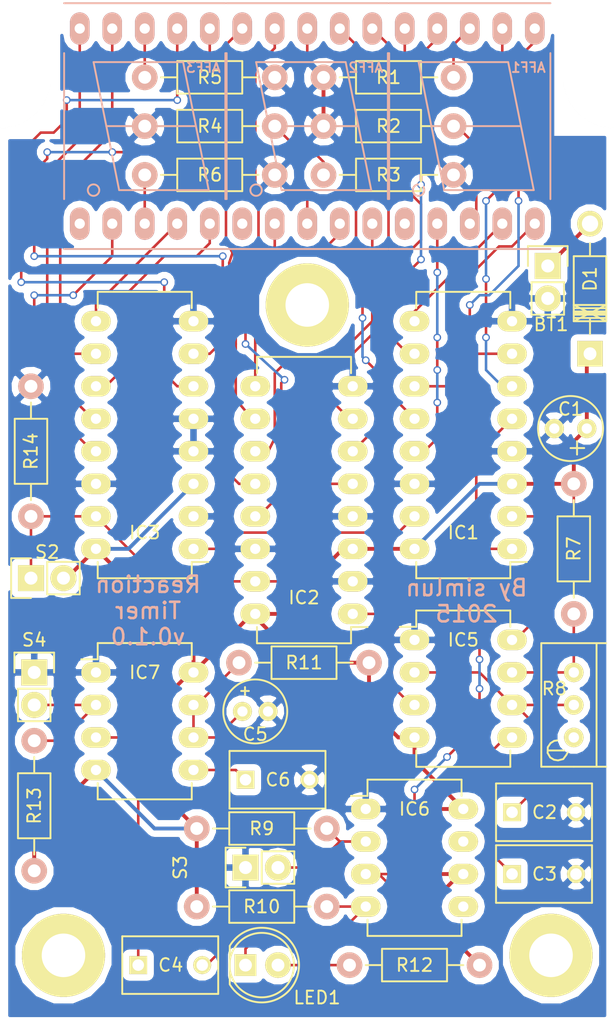
<source format=kicad_pcb>
(kicad_pcb (version 4) (host pcbnew "(2015-04-30 BZR 5634)-product")

  (general
    (links 104)
    (no_connects 0)
    (area 51.386428 61.244999 105.270501 141.270501)
    (thickness 1.6)
    (drawings 10)
    (tracks 332)
    (zones 0)
    (modules 38)
    (nets 52)
  )

  (page A4)
  (title_block
    (title "Reaction Timer")
    (rev 0.1.0)
    (company "Simon Lundmark")
  )

  (layers
    (0 F.Cu signal)
    (31 B.Cu signal)
    (32 B.Adhes user)
    (33 F.Adhes user)
    (34 B.Paste user)
    (35 F.Paste user)
    (36 B.SilkS user)
    (37 F.SilkS user)
    (38 B.Mask user)
    (39 F.Mask user)
    (40 Dwgs.User user hide)
    (41 Cmts.User user hide)
    (42 Eco1.User user hide)
    (43 Eco2.User user hide)
    (44 Edge.Cuts user)
    (45 Margin user hide)
    (46 B.CrtYd user hide)
    (47 F.CrtYd user hide)
    (48 B.Fab user hide)
    (49 F.Fab user hide)
  )

  (setup
    (last_trace_width 0.2)
    (trace_clearance 0.17)
    (zone_clearance 0.508)
    (zone_45_only no)
    (trace_min 0.16)
    (segment_width 0.2)
    (edge_width 0.1)
    (via_size 0.6)
    (via_drill 0.4)
    (via_min_size 0.4)
    (via_min_drill 0.3)
    (uvia_size 0.3)
    (uvia_drill 0.1)
    (uvias_allowed no)
    (uvia_min_size 0)
    (uvia_min_drill 0)
    (pcb_text_width 0.3)
    (pcb_text_size 1.5 1.5)
    (mod_edge_width 0.15)
    (mod_text_size 1 1)
    (mod_text_width 0.15)
    (pad_size 1.99898 1.99898)
    (pad_drill 0.8001)
    (pad_to_mask_clearance 0)
    (aux_axis_origin 53.34 57.15)
    (visible_elements FFFEFF7F)
    (pcbplotparams
      (layerselection 0x010f0_80000001)
      (usegerberextensions true)
      (excludeedgelayer true)
      (linewidth 0.100000)
      (plotframeref false)
      (viasonmask false)
      (mode 1)
      (useauxorigin false)
      (hpglpennumber 1)
      (hpglpenspeed 20)
      (hpglpendiameter 15)
      (hpglpenoverlay 2)
      (psnegative false)
      (psa4output false)
      (plotreference true)
      (plotvalue false)
      (plotinvisibletext false)
      (padsonsilk false)
      (subtractmaskfromsilk false)
      (outputformat 1)
      (mirror false)
      (drillshape 0)
      (scaleselection 1)
      (outputdirectory plots/))
  )

  (net 0 "")
  (net 1 /E1)
  (net 2 /D1)
  (net 3 "Net-(AFF1-Pad3)")
  (net 4 /C1)
  (net 5 "Net-(AFF1-Pad5)")
  (net 6 /B1)
  (net 7 /A1)
  (net 8 "Net-(AFF1-Pad8)")
  (net 9 /F1)
  (net 10 /G1)
  (net 11 /E2)
  (net 12 /D2)
  (net 13 "Net-(AFF2-Pad3)")
  (net 14 /C2)
  (net 15 "Net-(AFF2-Pad5)")
  (net 16 /B2)
  (net 17 /A2)
  (net 18 "Net-(AFF2-Pad8)")
  (net 19 /F2)
  (net 20 /G2)
  (net 21 /E3)
  (net 22 /D3)
  (net 23 "Net-(AFF3-Pad3)")
  (net 24 /C3)
  (net 25 "Net-(AFF3-Pad5)")
  (net 26 /B3)
  (net 27 /A3)
  (net 28 "Net-(AFF3-Pad8)")
  (net 29 /F3)
  (net 30 /G3)
  (net 31 +9V)
  (net 32 GND)
  (net 33 "Net-(C1-Pad1)")
  (net 34 "Net-(C2-Pad1)")
  (net 35 "Net-(C3-Pad1)")
  (net 36 "Net-(C4-Pad1)")
  (net 37 "Net-(C4-Pad2)")
  (net 38 "Net-(C5-Pad1)")
  (net 39 "Net-(C6-Pad1)")
  (net 40 "Net-(IC1-Pad1)")
  (net 41 "Net-(IC1-Pad2)")
  (net 42 "Net-(IC1-Pad5)")
  (net 43 "Net-(IC1-Pad15)")
  (net 44 "Net-(IC2-Pad5)")
  (net 45 "Net-(IC5-Pad7)")
  (net 46 "Net-(IC6-Pad2)")
  (net 47 "Net-(IC6-Pad5)")
  (net 48 "Net-(IC6-Pad7)")
  (net 49 "Net-(IC7-Pad2)")
  (net 50 "Net-(LED1-Pad2)")
  (net 51 "Net-(R8-Pad1)")

  (net_class Default "This is the default net class."
    (clearance 0.17)
    (trace_width 0.2)
    (via_dia 0.6)
    (via_drill 0.4)
    (uvia_dia 0.3)
    (uvia_drill 0.1)
    (add_net /A1)
    (add_net /A2)
    (add_net /A3)
    (add_net /B1)
    (add_net /B2)
    (add_net /B3)
    (add_net /C1)
    (add_net /C2)
    (add_net /C3)
    (add_net /D1)
    (add_net /D2)
    (add_net /D3)
    (add_net /E1)
    (add_net /E2)
    (add_net /E3)
    (add_net /F1)
    (add_net /F2)
    (add_net /F3)
    (add_net /G1)
    (add_net /G2)
    (add_net /G3)
    (add_net GND)
    (add_net "Net-(AFF1-Pad3)")
    (add_net "Net-(AFF1-Pad5)")
    (add_net "Net-(AFF1-Pad8)")
    (add_net "Net-(AFF2-Pad3)")
    (add_net "Net-(AFF2-Pad5)")
    (add_net "Net-(AFF2-Pad8)")
    (add_net "Net-(AFF3-Pad3)")
    (add_net "Net-(AFF3-Pad5)")
    (add_net "Net-(AFF3-Pad8)")
    (add_net "Net-(C2-Pad1)")
    (add_net "Net-(C3-Pad1)")
    (add_net "Net-(C4-Pad1)")
    (add_net "Net-(C4-Pad2)")
    (add_net "Net-(C5-Pad1)")
    (add_net "Net-(C6-Pad1)")
    (add_net "Net-(IC1-Pad1)")
    (add_net "Net-(IC1-Pad15)")
    (add_net "Net-(IC1-Pad2)")
    (add_net "Net-(IC1-Pad5)")
    (add_net "Net-(IC2-Pad5)")
    (add_net "Net-(IC5-Pad7)")
    (add_net "Net-(IC6-Pad2)")
    (add_net "Net-(IC6-Pad5)")
    (add_net "Net-(IC6-Pad7)")
    (add_net "Net-(IC7-Pad2)")
    (add_net "Net-(LED1-Pad2)")
    (add_net "Net-(R8-Pad1)")
  )

  (net_class Power ""
    (clearance 0.2)
    (trace_width 0.3)
    (via_dia 0.6)
    (via_drill 0.4)
    (uvia_dia 0.3)
    (uvia_drill 0.1)
    (add_net +9V)
    (add_net "Net-(C1-Pad1)")
  )

  (module Displays_7-Segment:7SegmentLED_LTS6760_LTS6780 (layer B.Cu) (tedit 5588482C) (tstamp 55773C45)
    (at 93.98 71.12 180)
    (path /55751056)
    (fp_text reference AFF1 (at -4.572 4.572 180) (layer B.SilkS)
      (effects (font (size 0.762 0.762) (thickness 0.15)) (justify mirror))
    )
    (fp_text value LTS-6980HR (at -0.4 -12 180) (layer B.Fab) hide
      (effects (font (size 1 1) (thickness 0.15)) (justify mirror))
    )
    (fp_circle (center 4 -5) (end 4.4 -5.2) (layer B.SilkS) (width 0.15))
    (fp_line (start -3 5) (end -4 0) (layer B.SilkS) (width 0.15))
    (fp_line (start -4 0) (end -5 -5) (layer B.SilkS) (width 0.15))
    (fp_line (start -5 -5) (end 2 -5) (layer B.SilkS) (width 0.15))
    (fp_line (start 2 -5) (end 3 0) (layer B.SilkS) (width 0.15))
    (fp_line (start 4 5) (end 3 0) (layer B.SilkS) (width 0.15))
    (fp_line (start 3 0) (end -4 0) (layer B.SilkS) (width 0.15))
    (fp_line (start -3 5) (end 4 5) (layer B.SilkS) (width 0.15))
    (fp_line (start 6.3 -9.6) (end -6.3 -9.6) (layer B.SilkS) (width 0.15))
    (fp_line (start -6.3 5.7) (end -6.3 -5.7) (layer B.SilkS) (width 0.15))
    (fp_line (start 6.3 5.7) (end 6.3 -5.7) (layer B.SilkS) (width 0.15))
    (fp_line (start -6.3 9.6) (end 6.3 9.6) (layer B.SilkS) (width 0.15))
    (pad 1 thru_hole oval (at -5.08 -7.62 180) (size 1.524 2.524) (drill 0.8) (layers *.Cu *.Mask B.SilkS)
      (net 1 /E1))
    (pad 2 thru_hole oval (at -2.54 -7.62 180) (size 1.524 2.524) (drill 0.8) (layers *.Cu *.Mask B.SilkS)
      (net 2 /D1))
    (pad 3 thru_hole oval (at 0 -7.62 180) (size 1.524 2.524) (drill 0.8) (layers *.Cu *.Mask B.SilkS)
      (net 3 "Net-(AFF1-Pad3)"))
    (pad 4 thru_hole oval (at 2.54 -7.62 180) (size 1.524 2.524) (drill 0.8) (layers *.Cu *.Mask B.SilkS)
      (net 4 /C1))
    (pad 5 thru_hole oval (at 5.08 -7.62 180) (size 1.524 2.524) (drill 0.8) (layers *.Cu *.Mask B.SilkS)
      (net 5 "Net-(AFF1-Pad5)"))
    (pad 6 thru_hole oval (at 5.08 7.62 180) (size 1.524 2.524) (drill 0.8) (layers *.Cu *.Mask B.SilkS)
      (net 6 /B1))
    (pad 7 thru_hole oval (at 2.54 7.62 180) (size 1.524 2.524) (drill 0.8) (layers *.Cu *.Mask B.SilkS)
      (net 7 /A1))
    (pad 8 thru_hole oval (at 0 7.62 180) (size 1.524 2.524) (drill 0.8) (layers *.Cu *.Mask B.SilkS)
      (net 8 "Net-(AFF1-Pad8)"))
    (pad 9 thru_hole oval (at -2.54 7.62 180) (size 1.524 2.524) (drill 0.8) (layers *.Cu *.Mask B.SilkS)
      (net 9 /F1))
    (pad 10 thru_hole oval (at -5.08 7.62 180) (size 1.524 2.524) (drill 0.8) (layers *.Cu *.Mask B.SilkS)
      (net 10 /G1))
    (model Displays_7-Segment.3dshapes/7SegmentLED_LTS6760_LTS6780.wrl
      (at (xyz 0 0 0))
      (scale (xyz 0.3937 0.3937 0.3937))
      (rotate (xyz 0 0 0))
    )
  )

  (module Displays_7-Segment:7SegmentLED_LTS6760_LTS6780 (layer B.Cu) (tedit 55884812) (tstamp 55773C5F)
    (at 81.28 71.12 180)
    (path /55750F97)
    (fp_text reference AFF2 (at -4.572 4.572 180) (layer B.SilkS)
      (effects (font (size 0.762 0.762) (thickness 0.15)) (justify mirror))
    )
    (fp_text value LTS-6980HR (at -0.4 -12 180) (layer B.Fab) hide
      (effects (font (size 1 1) (thickness 0.15)) (justify mirror))
    )
    (fp_circle (center 4 -5) (end 4.4 -5.2) (layer B.SilkS) (width 0.15))
    (fp_line (start -3 5) (end -4 0) (layer B.SilkS) (width 0.15))
    (fp_line (start -4 0) (end -5 -5) (layer B.SilkS) (width 0.15))
    (fp_line (start -5 -5) (end 2 -5) (layer B.SilkS) (width 0.15))
    (fp_line (start 2 -5) (end 3 0) (layer B.SilkS) (width 0.15))
    (fp_line (start 4 5) (end 3 0) (layer B.SilkS) (width 0.15))
    (fp_line (start 3 0) (end -4 0) (layer B.SilkS) (width 0.15))
    (fp_line (start -3 5) (end 4 5) (layer B.SilkS) (width 0.15))
    (fp_line (start 6.3 -9.6) (end -6.3 -9.6) (layer B.SilkS) (width 0.15))
    (fp_line (start -6.3 5.7) (end -6.3 -5.7) (layer B.SilkS) (width 0.15))
    (fp_line (start 6.3 5.7) (end 6.3 -5.7) (layer B.SilkS) (width 0.15))
    (fp_line (start -6.3 9.6) (end 6.3 9.6) (layer B.SilkS) (width 0.15))
    (pad 1 thru_hole oval (at -5.08 -7.62 180) (size 1.524 2.524) (drill 0.8) (layers *.Cu *.Mask B.SilkS)
      (net 11 /E2))
    (pad 2 thru_hole oval (at -2.54 -7.62 180) (size 1.524 2.524) (drill 0.8) (layers *.Cu *.Mask B.SilkS)
      (net 12 /D2))
    (pad 3 thru_hole oval (at 0 -7.62 180) (size 1.524 2.524) (drill 0.8) (layers *.Cu *.Mask B.SilkS)
      (net 13 "Net-(AFF2-Pad3)"))
    (pad 4 thru_hole oval (at 2.54 -7.62 180) (size 1.524 2.524) (drill 0.8) (layers *.Cu *.Mask B.SilkS)
      (net 14 /C2))
    (pad 5 thru_hole oval (at 5.08 -7.62 180) (size 1.524 2.524) (drill 0.8) (layers *.Cu *.Mask B.SilkS)
      (net 15 "Net-(AFF2-Pad5)"))
    (pad 6 thru_hole oval (at 5.08 7.62 180) (size 1.524 2.524) (drill 0.8) (layers *.Cu *.Mask B.SilkS)
      (net 16 /B2))
    (pad 7 thru_hole oval (at 2.54 7.62 180) (size 1.524 2.524) (drill 0.8) (layers *.Cu *.Mask B.SilkS)
      (net 17 /A2))
    (pad 8 thru_hole oval (at 0 7.62 180) (size 1.524 2.524) (drill 0.8) (layers *.Cu *.Mask B.SilkS)
      (net 18 "Net-(AFF2-Pad8)"))
    (pad 9 thru_hole oval (at -2.54 7.62 180) (size 1.524 2.524) (drill 0.8) (layers *.Cu *.Mask B.SilkS)
      (net 19 /F2))
    (pad 10 thru_hole oval (at -5.08 7.62 180) (size 1.524 2.524) (drill 0.8) (layers *.Cu *.Mask B.SilkS)
      (net 20 /G2))
    (model Displays_7-Segment.3dshapes/7SegmentLED_LTS6760_LTS6780.wrl
      (at (xyz 0 0 0))
      (scale (xyz 0.3937 0.3937 0.3937))
      (rotate (xyz 0 0 0))
    )
  )

  (module Displays_7-Segment:7SegmentLED_LTS6760_LTS6780 (layer B.Cu) (tedit 5588481A) (tstamp 55773C79)
    (at 68.58 71.12 180)
    (path /5575081D)
    (fp_text reference AFF3 (at -4.572 4.572 180) (layer B.SilkS)
      (effects (font (size 0.762 0.762) (thickness 0.15)) (justify mirror))
    )
    (fp_text value LTS-6980HR (at -0.4 -12 180) (layer B.Fab) hide
      (effects (font (size 1 1) (thickness 0.15)) (justify mirror))
    )
    (fp_circle (center 4 -5) (end 4.4 -5.2) (layer B.SilkS) (width 0.15))
    (fp_line (start -3 5) (end -4 0) (layer B.SilkS) (width 0.15))
    (fp_line (start -4 0) (end -5 -5) (layer B.SilkS) (width 0.15))
    (fp_line (start -5 -5) (end 2 -5) (layer B.SilkS) (width 0.15))
    (fp_line (start 2 -5) (end 3 0) (layer B.SilkS) (width 0.15))
    (fp_line (start 4 5) (end 3 0) (layer B.SilkS) (width 0.15))
    (fp_line (start 3 0) (end -4 0) (layer B.SilkS) (width 0.15))
    (fp_line (start -3 5) (end 4 5) (layer B.SilkS) (width 0.15))
    (fp_line (start 6.3 -9.6) (end -6.3 -9.6) (layer B.SilkS) (width 0.15))
    (fp_line (start -6.3 5.7) (end -6.3 -5.7) (layer B.SilkS) (width 0.15))
    (fp_line (start 6.3 5.7) (end 6.3 -5.7) (layer B.SilkS) (width 0.15))
    (fp_line (start -6.3 9.6) (end 6.3 9.6) (layer B.SilkS) (width 0.15))
    (pad 1 thru_hole oval (at -5.08 -7.62 180) (size 1.524 2.524) (drill 0.8) (layers *.Cu *.Mask B.SilkS)
      (net 21 /E3))
    (pad 2 thru_hole oval (at -2.54 -7.62 180) (size 1.524 2.524) (drill 0.8) (layers *.Cu *.Mask B.SilkS)
      (net 22 /D3))
    (pad 3 thru_hole oval (at 0 -7.62 180) (size 1.524 2.524) (drill 0.8) (layers *.Cu *.Mask B.SilkS)
      (net 23 "Net-(AFF3-Pad3)"))
    (pad 4 thru_hole oval (at 2.54 -7.62 180) (size 1.524 2.524) (drill 0.8) (layers *.Cu *.Mask B.SilkS)
      (net 24 /C3))
    (pad 5 thru_hole oval (at 5.08 -7.62 180) (size 1.524 2.524) (drill 0.8) (layers *.Cu *.Mask B.SilkS)
      (net 25 "Net-(AFF3-Pad5)"))
    (pad 6 thru_hole oval (at 5.08 7.62 180) (size 1.524 2.524) (drill 0.8) (layers *.Cu *.Mask B.SilkS)
      (net 26 /B3))
    (pad 7 thru_hole oval (at 2.54 7.62 180) (size 1.524 2.524) (drill 0.8) (layers *.Cu *.Mask B.SilkS)
      (net 27 /A3))
    (pad 8 thru_hole oval (at 0 7.62 180) (size 1.524 2.524) (drill 0.8) (layers *.Cu *.Mask B.SilkS)
      (net 28 "Net-(AFF3-Pad8)"))
    (pad 9 thru_hole oval (at -2.54 7.62 180) (size 1.524 2.524) (drill 0.8) (layers *.Cu *.Mask B.SilkS)
      (net 29 /F3))
    (pad 10 thru_hole oval (at -5.08 7.62 180) (size 1.524 2.524) (drill 0.8) (layers *.Cu *.Mask B.SilkS)
      (net 30 /G3))
    (model Displays_7-Segment.3dshapes/7SegmentLED_LTS6760_LTS6780.wrl
      (at (xyz 0 0 0))
      (scale (xyz 0.3937 0.3937 0.3937))
      (rotate (xyz 0 0 0))
    )
  )

  (module Pin_Headers:Pin_Header_Straight_1x02 (layer F.Cu) (tedit 55871C1B) (tstamp 55773C8A)
    (at 100.076 82.042)
    (descr "Through hole pin header")
    (tags "pin header")
    (path /5577447E)
    (fp_text reference BT1 (at 0.254 4.572) (layer F.SilkS)
      (effects (font (size 1 1) (thickness 0.15)))
    )
    (fp_text value 9V_Battery (at 0 -3.1) (layer F.Fab)
      (effects (font (size 1 1) (thickness 0.15)))
    )
    (fp_line (start 1.27 1.27) (end 1.27 3.81) (layer F.SilkS) (width 0.15))
    (fp_line (start 1.55 -1.55) (end 1.55 0) (layer F.SilkS) (width 0.15))
    (fp_line (start -1.75 -1.75) (end -1.75 4.3) (layer F.CrtYd) (width 0.05))
    (fp_line (start 1.75 -1.75) (end 1.75 4.3) (layer F.CrtYd) (width 0.05))
    (fp_line (start -1.75 -1.75) (end 1.75 -1.75) (layer F.CrtYd) (width 0.05))
    (fp_line (start -1.75 4.3) (end 1.75 4.3) (layer F.CrtYd) (width 0.05))
    (fp_line (start 1.27 1.27) (end -1.27 1.27) (layer F.SilkS) (width 0.15))
    (fp_line (start -1.55 0) (end -1.55 -1.55) (layer F.SilkS) (width 0.15))
    (fp_line (start -1.55 -1.55) (end 1.55 -1.55) (layer F.SilkS) (width 0.15))
    (fp_line (start -1.27 1.27) (end -1.27 3.81) (layer F.SilkS) (width 0.15))
    (fp_line (start -1.27 3.81) (end 1.27 3.81) (layer F.SilkS) (width 0.15))
    (pad 1 thru_hole rect (at 0 0) (size 2.032 2.032) (drill 1.016) (layers *.Cu *.Mask F.SilkS)
      (net 31 +9V))
    (pad 2 thru_hole oval (at 0 2.54) (size 2.032 2.032) (drill 1.016) (layers *.Cu *.Mask F.SilkS)
      (net 32 GND))
    (model Pin_Headers.3dshapes/Pin_Header_Straight_1x02.wrl
      (at (xyz 0 -0.05 0))
      (scale (xyz 1 1 1))
      (rotate (xyz 0 0 90))
    )
  )

  (module Capacitors_Elko_ThroughHole:Elko_vert_11x5mm_RM2.5 (layer F.Cu) (tedit 55871B8F) (tstamp 55773C95)
    (at 103.124 94.742 180)
    (descr "Electrolytic Capacitor, vertical, diameter 5mm, radial, RM 2,5mm")
    (tags "Electrolytic Capacitor, vertical, diameter 5mm, radial, RM 2,5mm, Elko, Electrolytkondensator, Kondensator gepolt, Durchmesser 5mm")
    (path /5574745D)
    (fp_text reference C1 (at 1.27 1.524 180) (layer F.SilkS)
      (effects (font (size 1 1) (thickness 0.15)))
    )
    (fp_text value CP (at 1.27 5.08 180) (layer F.Fab)
      (effects (font (size 1 1) (thickness 0.15)))
    )
    (fp_line (start 0.2032 -1.524) (end 1.27 -1.524) (layer F.Cu) (width 0.15))
    (fp_line (start 0.762 -2.032) (end 0.762 -0.9906) (layer F.Cu) (width 0.15))
    (fp_line (start 1.27 -1.524) (end 0.2032 -1.524) (layer F.SilkS) (width 0.15))
    (fp_line (start 0.762 -2.032) (end 0.762 -0.9906) (layer F.SilkS) (width 0.15))
    (fp_circle (center 1.27 0) (end 3.81 0) (layer F.SilkS) (width 0.15))
    (pad 2 thru_hole circle (at 2.54 0 180) (size 1.50114 1.50114) (drill 0.8001) (layers *.Cu *.Mask F.SilkS)
      (net 32 GND))
    (pad 1 thru_hole circle (at 0 0 180) (size 1.50114 1.50114) (drill 0.8001) (layers *.Cu *.Mask F.SilkS)
      (net 33 "Net-(C1-Pad1)"))
    (model Capacitors_Elko_ThroughHole.3dshapes/Elko_vert_11x5mm_RM2.5.wrl
      (at (xyz 0 0 0))
      (scale (xyz 1 1 1))
      (rotate (xyz 0 0 0))
    )
  )

  (module Capacitors_ThroughHole:C_Disc_D7.5_P5 (layer F.Cu) (tedit 55871095) (tstamp 55773CA3)
    (at 97.282 124.714)
    (descr "Capacitor 7.5mm Disc, Pitch 5mm")
    (tags Capacitor)
    (path /55754F21)
    (fp_text reference C2 (at 2.54 0) (layer F.SilkS)
      (effects (font (size 1 1) (thickness 0.15)))
    )
    (fp_text value C (at 2.5 3.5) (layer F.Fab)
      (effects (font (size 1 1) (thickness 0.15)))
    )
    (fp_line (start -1.5 -2.5) (end 6.5 -2.5) (layer F.CrtYd) (width 0.05))
    (fp_line (start 6.5 -2.5) (end 6.5 2.5) (layer F.CrtYd) (width 0.05))
    (fp_line (start 6.5 2.5) (end -1.5 2.5) (layer F.CrtYd) (width 0.05))
    (fp_line (start -1.5 2.5) (end -1.5 -2.5) (layer F.CrtYd) (width 0.05))
    (fp_line (start -1.25 -2.25) (end 6.25 -2.25) (layer F.SilkS) (width 0.15))
    (fp_line (start 6.25 -2.25) (end 6.25 2.25) (layer F.SilkS) (width 0.15))
    (fp_line (start 6.25 2.25) (end -1.25 2.25) (layer F.SilkS) (width 0.15))
    (fp_line (start -1.25 2.25) (end -1.25 -2.25) (layer F.SilkS) (width 0.15))
    (pad 1 thru_hole rect (at 0 0) (size 1.4 1.4) (drill 0.9) (layers *.Cu *.Mask F.SilkS)
      (net 34 "Net-(C2-Pad1)"))
    (pad 2 thru_hole circle (at 5 0) (size 1.4 1.4) (drill 0.9) (layers *.Cu *.Mask F.SilkS)
      (net 32 GND))
    (model Capacitors_ThroughHole.3dshapes/C_Disc_D7.5_P5.wrl
      (at (xyz 0.0984252 0 0))
      (scale (xyz 1 1 1))
      (rotate (xyz 0 0 0))
    )
  )

  (module Capacitors_ThroughHole:C_Disc_D7.5_P5 (layer F.Cu) (tedit 558710D8) (tstamp 55773CB1)
    (at 97.282 129.54)
    (descr "Capacitor 7.5mm Disc, Pitch 5mm")
    (tags Capacitor)
    (path /5574F700)
    (fp_text reference C3 (at 2.54 0) (layer F.SilkS)
      (effects (font (size 1 1) (thickness 0.15)))
    )
    (fp_text value C (at 2.5 3.5) (layer F.Fab)
      (effects (font (size 1 1) (thickness 0.15)))
    )
    (fp_line (start -1.5 -2.5) (end 6.5 -2.5) (layer F.CrtYd) (width 0.05))
    (fp_line (start 6.5 -2.5) (end 6.5 2.5) (layer F.CrtYd) (width 0.05))
    (fp_line (start 6.5 2.5) (end -1.5 2.5) (layer F.CrtYd) (width 0.05))
    (fp_line (start -1.5 2.5) (end -1.5 -2.5) (layer F.CrtYd) (width 0.05))
    (fp_line (start -1.25 -2.25) (end 6.25 -2.25) (layer F.SilkS) (width 0.15))
    (fp_line (start 6.25 -2.25) (end 6.25 2.25) (layer F.SilkS) (width 0.15))
    (fp_line (start 6.25 2.25) (end -1.25 2.25) (layer F.SilkS) (width 0.15))
    (fp_line (start -1.25 2.25) (end -1.25 -2.25) (layer F.SilkS) (width 0.15))
    (pad 1 thru_hole rect (at 0 0) (size 1.4 1.4) (drill 0.9) (layers *.Cu *.Mask F.SilkS)
      (net 35 "Net-(C3-Pad1)"))
    (pad 2 thru_hole circle (at 5 0) (size 1.4 1.4) (drill 0.9) (layers *.Cu *.Mask F.SilkS)
      (net 32 GND))
    (model Capacitors_ThroughHole.3dshapes/C_Disc_D7.5_P5.wrl
      (at (xyz 0.0984252 0 0))
      (scale (xyz 1 1 1))
      (rotate (xyz 0 0 0))
    )
  )

  (module Capacitors_ThroughHole:C_Disc_D7.5_P5 (layer F.Cu) (tedit 5587160F) (tstamp 55773CBF)
    (at 68.072 136.652)
    (descr "Capacitor 7.5mm Disc, Pitch 5mm")
    (tags Capacitor)
    (path /557483CE)
    (fp_text reference C4 (at 2.54 0) (layer F.SilkS)
      (effects (font (size 1 1) (thickness 0.15)))
    )
    (fp_text value C (at 2.5 3.5) (layer F.Fab)
      (effects (font (size 1 1) (thickness 0.15)))
    )
    (fp_line (start -1.5 -2.5) (end 6.5 -2.5) (layer F.CrtYd) (width 0.05))
    (fp_line (start 6.5 -2.5) (end 6.5 2.5) (layer F.CrtYd) (width 0.05))
    (fp_line (start 6.5 2.5) (end -1.5 2.5) (layer F.CrtYd) (width 0.05))
    (fp_line (start -1.5 2.5) (end -1.5 -2.5) (layer F.CrtYd) (width 0.05))
    (fp_line (start -1.25 -2.25) (end 6.25 -2.25) (layer F.SilkS) (width 0.15))
    (fp_line (start 6.25 -2.25) (end 6.25 2.25) (layer F.SilkS) (width 0.15))
    (fp_line (start 6.25 2.25) (end -1.25 2.25) (layer F.SilkS) (width 0.15))
    (fp_line (start -1.25 2.25) (end -1.25 -2.25) (layer F.SilkS) (width 0.15))
    (pad 1 thru_hole rect (at 0 0) (size 1.4 1.4) (drill 0.9) (layers *.Cu *.Mask F.SilkS)
      (net 36 "Net-(C4-Pad1)"))
    (pad 2 thru_hole circle (at 5 0) (size 1.4 1.4) (drill 0.9) (layers *.Cu *.Mask F.SilkS)
      (net 37 "Net-(C4-Pad2)"))
    (model Capacitors_ThroughHole.3dshapes/C_Disc_D7.5_P5.wrl
      (at (xyz 0.0984252 0 0))
      (scale (xyz 1 1 1))
      (rotate (xyz 0 0 0))
    )
  )

  (module Capacitors_Elko_ThroughHole:Elko_vert_11x5mm_RM2 (layer F.Cu) (tedit 55871813) (tstamp 55773CCC)
    (at 76.2 116.84)
    (descr "Electrolytic Capacitor, vertical, diameter 5mm, RM 2mm, radial,")
    (tags "Electrolytic Capacitor, vertical, diameter 5mm,  radial, RM 2mm, Elko, Electrolytkondensator, Kondensator gepolt, Durchmesser 5mm")
    (path /557477AD)
    (fp_text reference C5 (at 1.016 1.778) (layer F.SilkS)
      (effects (font (size 1 1) (thickness 0.15)))
    )
    (fp_text value CP (at 1.016 5.08) (layer F.Fab)
      (effects (font (size 1 1) (thickness 0.15)))
    )
    (fp_line (start 0.2159 -1.89992) (end 0.2159 -1.30048) (layer F.SilkS) (width 0.15))
    (fp_line (start -0.08382 -1.6002) (end 0.51562 -1.6002) (layer F.SilkS) (width 0.15))
    (fp_line (start 0.2159 -1.6002) (end 0.2159 -1.30048) (layer F.Cu) (width 0.15))
    (fp_line (start 0.2159 -1.6002) (end 0.51562 -1.6002) (layer F.Cu) (width 0.15))
    (fp_line (start -0.08382 -1.6002) (end 0.2159 -1.6002) (layer F.Cu) (width 0.15))
    (fp_line (start 0.2159 -1.6002) (end 0.2159 -1.89992) (layer F.Cu) (width 0.15))
    (fp_circle (center 1.016 0) (end 3.51536 0) (layer F.SilkS) (width 0.15))
    (pad 1 thru_hole circle (at 0.01524 0) (size 1.48082 1.48082) (drill 0.8001) (layers *.Cu *.Mask F.SilkS)
      (net 38 "Net-(C5-Pad1)"))
    (pad 2 thru_hole circle (at 2.01676 0) (size 1.48082 1.48082) (drill 0.8001) (layers *.Cu *.Mask F.SilkS)
      (net 32 GND))
    (model Capacitors_Elko_ThroughHole.3dshapes/Elko_vert_11x5mm_RM2.wrl
      (at (xyz 0 0 0))
      (scale (xyz 1 1 1))
      (rotate (xyz 0 0 0))
    )
  )

  (module Capacitors_ThroughHole:C_Disc_D7.5_P5 (layer F.Cu) (tedit 5587160C) (tstamp 55773CDA)
    (at 76.454 122.174)
    (descr "Capacitor 7.5mm Disc, Pitch 5mm")
    (tags Capacitor)
    (path /55747839)
    (fp_text reference C6 (at 2.54 0) (layer F.SilkS)
      (effects (font (size 1 1) (thickness 0.15)))
    )
    (fp_text value C (at 2.5 3.5) (layer F.Fab)
      (effects (font (size 1 1) (thickness 0.15)))
    )
    (fp_line (start -1.5 -2.5) (end 6.5 -2.5) (layer F.CrtYd) (width 0.05))
    (fp_line (start 6.5 -2.5) (end 6.5 2.5) (layer F.CrtYd) (width 0.05))
    (fp_line (start 6.5 2.5) (end -1.5 2.5) (layer F.CrtYd) (width 0.05))
    (fp_line (start -1.5 2.5) (end -1.5 -2.5) (layer F.CrtYd) (width 0.05))
    (fp_line (start -1.25 -2.25) (end 6.25 -2.25) (layer F.SilkS) (width 0.15))
    (fp_line (start 6.25 -2.25) (end 6.25 2.25) (layer F.SilkS) (width 0.15))
    (fp_line (start 6.25 2.25) (end -1.25 2.25) (layer F.SilkS) (width 0.15))
    (fp_line (start -1.25 2.25) (end -1.25 -2.25) (layer F.SilkS) (width 0.15))
    (pad 1 thru_hole rect (at 0 0) (size 1.4 1.4) (drill 0.9) (layers *.Cu *.Mask F.SilkS)
      (net 39 "Net-(C6-Pad1)"))
    (pad 2 thru_hole circle (at 5 0) (size 1.4 1.4) (drill 0.9) (layers *.Cu *.Mask F.SilkS)
      (net 32 GND))
    (model Capacitors_ThroughHole.3dshapes/C_Disc_D7.5_P5.wrl
      (at (xyz 0.0984252 0 0))
      (scale (xyz 1 1 1))
      (rotate (xyz 0 0 0))
    )
  )

  (module Diodes_ThroughHole:Diode_DO-41_SOD81_Horizontal_RM10 (layer F.Cu) (tedit 55871B98) (tstamp 55773CEE)
    (at 103.378 88.9 90)
    (descr "Diode, DO-41, SOD81, Horizontal, RM 10mm,")
    (tags "Diode, DO-41, SOD81, Horizontal, RM 10mm, 1N4007, SB140,")
    (path /55787823)
    (fp_text reference D1 (at 5.842 0 90) (layer F.SilkS)
      (effects (font (size 1 1) (thickness 0.15)))
    )
    (fp_text value D (at 4.37134 -3.55854 90) (layer F.Fab)
      (effects (font (size 1 1) (thickness 0.15)))
    )
    (fp_line (start 7.62 -0.00254) (end 8.636 -0.00254) (layer F.SilkS) (width 0.15))
    (fp_line (start 2.794 -0.00254) (end 1.524 -0.00254) (layer F.SilkS) (width 0.15))
    (fp_line (start 3.048 -1.27254) (end 3.048 1.26746) (layer F.SilkS) (width 0.15))
    (fp_line (start 3.302 -1.27254) (end 3.302 1.26746) (layer F.SilkS) (width 0.15))
    (fp_line (start 3.556 -1.27254) (end 3.556 1.26746) (layer F.SilkS) (width 0.15))
    (fp_line (start 2.794 -1.27254) (end 2.794 1.26746) (layer F.SilkS) (width 0.15))
    (fp_line (start 3.81 -1.27254) (end 2.54 1.26746) (layer F.SilkS) (width 0.15))
    (fp_line (start 2.54 -1.27254) (end 3.81 1.26746) (layer F.SilkS) (width 0.15))
    (fp_line (start 3.81 -1.27254) (end 3.81 1.26746) (layer F.SilkS) (width 0.15))
    (fp_line (start 3.175 -1.27254) (end 3.175 1.26746) (layer F.SilkS) (width 0.15))
    (fp_line (start 2.54 1.26746) (end 2.54 -1.27254) (layer F.SilkS) (width 0.15))
    (fp_line (start 2.54 -1.27254) (end 7.62 -1.27254) (layer F.SilkS) (width 0.15))
    (fp_line (start 7.62 -1.27254) (end 7.62 1.26746) (layer F.SilkS) (width 0.15))
    (fp_line (start 7.62 1.26746) (end 2.54 1.26746) (layer F.SilkS) (width 0.15))
    (pad 2 thru_hole circle (at 10.16 -0.00254 270) (size 1.99898 1.99898) (drill 1.27) (layers *.Cu *.Mask F.SilkS)
      (net 31 +9V))
    (pad 1 thru_hole rect (at 0 -0.00254 270) (size 1.99898 1.99898) (drill 1.00076) (layers *.Cu *.Mask F.SilkS)
      (net 33 "Net-(C1-Pad1)"))
  )

  (module Housings_DIP:DIP-16_W7.62mm_LongPads (layer F.Cu) (tedit 55773D12) (tstamp 55773D0D)
    (at 97.282 104.14 180)
    (descr "16-lead dip package, row spacing 7.62 mm (300 mils), longer pads")
    (tags "dil dip 2.54 300")
    (path /55747860)
    (fp_text reference IC1 (at 3.81 1.27 180) (layer F.SilkS)
      (effects (font (size 1 1) (thickness 0.15)))
    )
    (fp_text value 4026 (at 3.81 3.81 180) (layer F.Fab)
      (effects (font (size 1 1) (thickness 0.15)))
    )
    (fp_line (start -1.4 -2.45) (end -1.4 20.25) (layer F.CrtYd) (width 0.05))
    (fp_line (start 9 -2.45) (end 9 20.25) (layer F.CrtYd) (width 0.05))
    (fp_line (start -1.4 -2.45) (end 9 -2.45) (layer F.CrtYd) (width 0.05))
    (fp_line (start -1.4 20.25) (end 9 20.25) (layer F.CrtYd) (width 0.05))
    (fp_line (start 0.135 -2.295) (end 0.135 -1.025) (layer F.SilkS) (width 0.15))
    (fp_line (start 7.485 -2.295) (end 7.485 -1.025) (layer F.SilkS) (width 0.15))
    (fp_line (start 7.485 20.075) (end 7.485 18.805) (layer F.SilkS) (width 0.15))
    (fp_line (start 0.135 20.075) (end 0.135 18.805) (layer F.SilkS) (width 0.15))
    (fp_line (start 0.135 -2.295) (end 7.485 -2.295) (layer F.SilkS) (width 0.15))
    (fp_line (start 0.135 20.075) (end 7.485 20.075) (layer F.SilkS) (width 0.15))
    (fp_line (start 0.135 -1.025) (end -1.15 -1.025) (layer F.SilkS) (width 0.15))
    (pad 1 thru_hole oval (at 0 0 180) (size 2.3 1.6) (drill 0.8) (layers *.Cu *.Mask F.SilkS)
      (net 40 "Net-(IC1-Pad1)"))
    (pad 2 thru_hole oval (at 0 2.54 180) (size 2.3 1.6) (drill 0.8) (layers *.Cu *.Mask F.SilkS)
      (net 41 "Net-(IC1-Pad2)"))
    (pad 3 thru_hole oval (at 0 5.08 180) (size 2.3 1.6) (drill 0.8) (layers *.Cu *.Mask F.SilkS)
      (net 33 "Net-(C1-Pad1)"))
    (pad 4 thru_hole oval (at 0 7.62 180) (size 2.3 1.6) (drill 0.8) (layers *.Cu *.Mask F.SilkS)
      (net 32 GND))
    (pad 5 thru_hole oval (at 0 10.16 180) (size 2.3 1.6) (drill 0.8) (layers *.Cu *.Mask F.SilkS)
      (net 42 "Net-(IC1-Pad5)"))
    (pad 6 thru_hole oval (at 0 12.7 180) (size 2.3 1.6) (drill 0.8) (layers *.Cu *.Mask F.SilkS)
      (net 9 /F1))
    (pad 7 thru_hole oval (at 0 15.24 180) (size 2.3 1.6) (drill 0.8) (layers *.Cu *.Mask F.SilkS)
      (net 10 /G1))
    (pad 8 thru_hole oval (at 0 17.78 180) (size 2.3 1.6) (drill 0.8) (layers *.Cu *.Mask F.SilkS)
      (net 32 GND))
    (pad 9 thru_hole oval (at 7.62 17.78 180) (size 2.3 1.6) (drill 0.8) (layers *.Cu *.Mask F.SilkS)
      (net 2 /D1))
    (pad 10 thru_hole oval (at 7.62 15.24 180) (size 2.3 1.6) (drill 0.8) (layers *.Cu *.Mask F.SilkS)
      (net 7 /A1))
    (pad 11 thru_hole oval (at 7.62 12.7 180) (size 2.3 1.6) (drill 0.8) (layers *.Cu *.Mask F.SilkS)
      (net 1 /E1))
    (pad 12 thru_hole oval (at 7.62 10.16 180) (size 2.3 1.6) (drill 0.8) (layers *.Cu *.Mask F.SilkS)
      (net 6 /B1))
    (pad 13 thru_hole oval (at 7.62 7.62 180) (size 2.3 1.6) (drill 0.8) (layers *.Cu *.Mask F.SilkS)
      (net 4 /C1))
    (pad 14 thru_hole oval (at 7.62 5.08 180) (size 2.3 1.6) (drill 0.8) (layers *.Cu *.Mask F.SilkS)
      (net 32 GND))
    (pad 15 thru_hole oval (at 7.62 2.54 180) (size 2.3 1.6) (drill 0.8) (layers *.Cu *.Mask F.SilkS)
      (net 43 "Net-(IC1-Pad15)"))
    (pad 16 thru_hole oval (at 7.62 0 180) (size 2.3 1.6) (drill 0.8) (layers *.Cu *.Mask F.SilkS)
      (net 33 "Net-(C1-Pad1)"))
    (model Housings_DIP.3dshapes/DIP-16_W7.62mm_LongPads.wrl
      (at (xyz 0 0 0))
      (scale (xyz 1 1 1))
      (rotate (xyz 0 0 0))
    )
  )

  (module Housings_DIP:DIP-16_W7.62mm_LongPads (layer F.Cu) (tedit 55773D18) (tstamp 55773D2C)
    (at 84.836 109.22 180)
    (descr "16-lead dip package, row spacing 7.62 mm (300 mils), longer pads")
    (tags "dil dip 2.54 300")
    (path /55749C9B)
    (fp_text reference IC2 (at 3.81 1.27 180) (layer F.SilkS)
      (effects (font (size 1 1) (thickness 0.15)))
    )
    (fp_text value 4026 (at 3.81 3.81 180) (layer F.Fab)
      (effects (font (size 1 1) (thickness 0.15)))
    )
    (fp_line (start -1.4 -2.45) (end -1.4 20.25) (layer F.CrtYd) (width 0.05))
    (fp_line (start 9 -2.45) (end 9 20.25) (layer F.CrtYd) (width 0.05))
    (fp_line (start -1.4 -2.45) (end 9 -2.45) (layer F.CrtYd) (width 0.05))
    (fp_line (start -1.4 20.25) (end 9 20.25) (layer F.CrtYd) (width 0.05))
    (fp_line (start 0.135 -2.295) (end 0.135 -1.025) (layer F.SilkS) (width 0.15))
    (fp_line (start 7.485 -2.295) (end 7.485 -1.025) (layer F.SilkS) (width 0.15))
    (fp_line (start 7.485 20.075) (end 7.485 18.805) (layer F.SilkS) (width 0.15))
    (fp_line (start 0.135 20.075) (end 0.135 18.805) (layer F.SilkS) (width 0.15))
    (fp_line (start 0.135 -2.295) (end 7.485 -2.295) (layer F.SilkS) (width 0.15))
    (fp_line (start 0.135 20.075) (end 7.485 20.075) (layer F.SilkS) (width 0.15))
    (fp_line (start 0.135 -1.025) (end -1.15 -1.025) (layer F.SilkS) (width 0.15))
    (pad 1 thru_hole oval (at 0 0 180) (size 2.3 1.6) (drill 0.8) (layers *.Cu *.Mask F.SilkS)
      (net 42 "Net-(IC1-Pad5)"))
    (pad 2 thru_hole oval (at 0 2.54 180) (size 2.3 1.6) (drill 0.8) (layers *.Cu *.Mask F.SilkS)
      (net 32 GND))
    (pad 3 thru_hole oval (at 0 5.08 180) (size 2.3 1.6) (drill 0.8) (layers *.Cu *.Mask F.SilkS)
      (net 33 "Net-(C1-Pad1)"))
    (pad 4 thru_hole oval (at 0 7.62 180) (size 2.3 1.6) (drill 0.8) (layers *.Cu *.Mask F.SilkS)
      (net 32 GND))
    (pad 5 thru_hole oval (at 0 10.16 180) (size 2.3 1.6) (drill 0.8) (layers *.Cu *.Mask F.SilkS)
      (net 44 "Net-(IC2-Pad5)"))
    (pad 6 thru_hole oval (at 0 12.7 180) (size 2.3 1.6) (drill 0.8) (layers *.Cu *.Mask F.SilkS)
      (net 19 /F2))
    (pad 7 thru_hole oval (at 0 15.24 180) (size 2.3 1.6) (drill 0.8) (layers *.Cu *.Mask F.SilkS)
      (net 20 /G2))
    (pad 8 thru_hole oval (at 0 17.78 180) (size 2.3 1.6) (drill 0.8) (layers *.Cu *.Mask F.SilkS)
      (net 32 GND))
    (pad 9 thru_hole oval (at 7.62 17.78 180) (size 2.3 1.6) (drill 0.8) (layers *.Cu *.Mask F.SilkS)
      (net 12 /D2))
    (pad 10 thru_hole oval (at 7.62 15.24 180) (size 2.3 1.6) (drill 0.8) (layers *.Cu *.Mask F.SilkS)
      (net 17 /A2))
    (pad 11 thru_hole oval (at 7.62 12.7 180) (size 2.3 1.6) (drill 0.8) (layers *.Cu *.Mask F.SilkS)
      (net 11 /E2))
    (pad 12 thru_hole oval (at 7.62 10.16 180) (size 2.3 1.6) (drill 0.8) (layers *.Cu *.Mask F.SilkS)
      (net 16 /B2))
    (pad 13 thru_hole oval (at 7.62 7.62 180) (size 2.3 1.6) (drill 0.8) (layers *.Cu *.Mask F.SilkS)
      (net 14 /C2))
    (pad 14 thru_hole oval (at 7.62 5.08 180) (size 2.3 1.6) (drill 0.8) (layers *.Cu *.Mask F.SilkS)
      (net 32 GND))
    (pad 15 thru_hole oval (at 7.62 2.54 180) (size 2.3 1.6) (drill 0.8) (layers *.Cu *.Mask F.SilkS)
      (net 43 "Net-(IC1-Pad15)"))
    (pad 16 thru_hole oval (at 7.62 0 180) (size 2.3 1.6) (drill 0.8) (layers *.Cu *.Mask F.SilkS)
      (net 33 "Net-(C1-Pad1)"))
    (model Housings_DIP.3dshapes/DIP-16_W7.62mm_LongPads.wrl
      (at (xyz 0 0 0))
      (scale (xyz 1 1 1))
      (rotate (xyz 0 0 0))
    )
  )

  (module Housings_DIP:DIP-16_W7.62mm_LongPads (layer F.Cu) (tedit 55773D0A) (tstamp 55773D4B)
    (at 72.39 104.14 180)
    (descr "16-lead dip package, row spacing 7.62 mm (300 mils), longer pads")
    (tags "dil dip 2.54 300")
    (path /5574A0BA)
    (fp_text reference IC3 (at 3.81 1.27 180) (layer F.SilkS)
      (effects (font (size 1 1) (thickness 0.15)))
    )
    (fp_text value 4026 (at 3.81 3.81 180) (layer F.Fab)
      (effects (font (size 1 1) (thickness 0.15)))
    )
    (fp_line (start -1.4 -2.45) (end -1.4 20.25) (layer F.CrtYd) (width 0.05))
    (fp_line (start 9 -2.45) (end 9 20.25) (layer F.CrtYd) (width 0.05))
    (fp_line (start -1.4 -2.45) (end 9 -2.45) (layer F.CrtYd) (width 0.05))
    (fp_line (start -1.4 20.25) (end 9 20.25) (layer F.CrtYd) (width 0.05))
    (fp_line (start 0.135 -2.295) (end 0.135 -1.025) (layer F.SilkS) (width 0.15))
    (fp_line (start 7.485 -2.295) (end 7.485 -1.025) (layer F.SilkS) (width 0.15))
    (fp_line (start 7.485 20.075) (end 7.485 18.805) (layer F.SilkS) (width 0.15))
    (fp_line (start 0.135 20.075) (end 0.135 18.805) (layer F.SilkS) (width 0.15))
    (fp_line (start 0.135 -2.295) (end 7.485 -2.295) (layer F.SilkS) (width 0.15))
    (fp_line (start 0.135 20.075) (end 7.485 20.075) (layer F.SilkS) (width 0.15))
    (fp_line (start 0.135 -1.025) (end -1.15 -1.025) (layer F.SilkS) (width 0.15))
    (pad 1 thru_hole oval (at 0 0 180) (size 2.3 1.6) (drill 0.8) (layers *.Cu *.Mask F.SilkS)
      (net 44 "Net-(IC2-Pad5)"))
    (pad 2 thru_hole oval (at 0 2.54 180) (size 2.3 1.6) (drill 0.8) (layers *.Cu *.Mask F.SilkS)
      (net 32 GND))
    (pad 3 thru_hole oval (at 0 5.08 180) (size 2.3 1.6) (drill 0.8) (layers *.Cu *.Mask F.SilkS)
      (net 33 "Net-(C1-Pad1)"))
    (pad 4 thru_hole oval (at 0 7.62 180) (size 2.3 1.6) (drill 0.8) (layers *.Cu *.Mask F.SilkS)
      (net 32 GND))
    (pad 5 thru_hole oval (at 0 10.16 180) (size 2.3 1.6) (drill 0.8) (layers *.Cu *.Mask F.SilkS)
      (net 32 GND))
    (pad 6 thru_hole oval (at 0 12.7 180) (size 2.3 1.6) (drill 0.8) (layers *.Cu *.Mask F.SilkS)
      (net 29 /F3))
    (pad 7 thru_hole oval (at 0 15.24 180) (size 2.3 1.6) (drill 0.8) (layers *.Cu *.Mask F.SilkS)
      (net 30 /G3))
    (pad 8 thru_hole oval (at 0 17.78 180) (size 2.3 1.6) (drill 0.8) (layers *.Cu *.Mask F.SilkS)
      (net 32 GND))
    (pad 9 thru_hole oval (at 7.62 17.78 180) (size 2.3 1.6) (drill 0.8) (layers *.Cu *.Mask F.SilkS)
      (net 22 /D3))
    (pad 10 thru_hole oval (at 7.62 15.24 180) (size 2.3 1.6) (drill 0.8) (layers *.Cu *.Mask F.SilkS)
      (net 27 /A3))
    (pad 11 thru_hole oval (at 7.62 12.7 180) (size 2.3 1.6) (drill 0.8) (layers *.Cu *.Mask F.SilkS)
      (net 21 /E3))
    (pad 12 thru_hole oval (at 7.62 10.16 180) (size 2.3 1.6) (drill 0.8) (layers *.Cu *.Mask F.SilkS)
      (net 26 /B3))
    (pad 13 thru_hole oval (at 7.62 7.62 180) (size 2.3 1.6) (drill 0.8) (layers *.Cu *.Mask F.SilkS)
      (net 24 /C3))
    (pad 14 thru_hole oval (at 7.62 5.08 180) (size 2.3 1.6) (drill 0.8) (layers *.Cu *.Mask F.SilkS)
      (net 32 GND))
    (pad 15 thru_hole oval (at 7.62 2.54 180) (size 2.3 1.6) (drill 0.8) (layers *.Cu *.Mask F.SilkS)
      (net 43 "Net-(IC1-Pad15)"))
    (pad 16 thru_hole oval (at 7.62 0 180) (size 2.3 1.6) (drill 0.8) (layers *.Cu *.Mask F.SilkS)
      (net 33 "Net-(C1-Pad1)"))
    (model Housings_DIP.3dshapes/DIP-16_W7.62mm_LongPads.wrl
      (at (xyz 0 0 0))
      (scale (xyz 1 1 1))
      (rotate (xyz 0 0 0))
    )
  )

  (module Housings_DIP:DIP-8_W7.62mm_LongPads (layer F.Cu) (tedit 558712AC) (tstamp 55773D62)
    (at 89.662 111.252)
    (descr "8-lead dip package, row spacing 7.62 mm (300 mils), longer pads")
    (tags "dil dip 2.54 300")
    (path /5574628C)
    (fp_text reference IC5 (at 3.81 0) (layer F.SilkS)
      (effects (font (size 1 1) (thickness 0.15)))
    )
    (fp_text value NE555P (at 0 -3.72) (layer F.Fab)
      (effects (font (size 1 1) (thickness 0.15)))
    )
    (fp_line (start -1.4 -2.45) (end -1.4 10.1) (layer F.CrtYd) (width 0.05))
    (fp_line (start 9 -2.45) (end 9 10.1) (layer F.CrtYd) (width 0.05))
    (fp_line (start -1.4 -2.45) (end 9 -2.45) (layer F.CrtYd) (width 0.05))
    (fp_line (start -1.4 10.1) (end 9 10.1) (layer F.CrtYd) (width 0.05))
    (fp_line (start 0.135 -2.295) (end 0.135 -1.025) (layer F.SilkS) (width 0.15))
    (fp_line (start 7.485 -2.295) (end 7.485 -1.025) (layer F.SilkS) (width 0.15))
    (fp_line (start 7.485 9.915) (end 7.485 8.645) (layer F.SilkS) (width 0.15))
    (fp_line (start 0.135 9.915) (end 0.135 8.645) (layer F.SilkS) (width 0.15))
    (fp_line (start 0.135 -2.295) (end 7.485 -2.295) (layer F.SilkS) (width 0.15))
    (fp_line (start 0.135 9.915) (end 7.485 9.915) (layer F.SilkS) (width 0.15))
    (fp_line (start 0.135 -1.025) (end -1.15 -1.025) (layer F.SilkS) (width 0.15))
    (pad 1 thru_hole oval (at 0 0) (size 2.3 1.6) (drill 0.8) (layers *.Cu *.Mask F.SilkS)
      (net 32 GND))
    (pad 2 thru_hole oval (at 0 2.54) (size 2.3 1.6) (drill 0.8) (layers *.Cu *.Mask F.SilkS)
      (net 34 "Net-(C2-Pad1)"))
    (pad 3 thru_hole oval (at 0 5.08) (size 2.3 1.6) (drill 0.8) (layers *.Cu *.Mask F.SilkS)
      (net 40 "Net-(IC1-Pad1)"))
    (pad 4 thru_hole oval (at 0 7.62) (size 2.3 1.6) (drill 0.8) (layers *.Cu *.Mask F.SilkS)
      (net 33 "Net-(C1-Pad1)"))
    (pad 5 thru_hole oval (at 7.62 7.62) (size 2.3 1.6) (drill 0.8) (layers *.Cu *.Mask F.SilkS)
      (net 35 "Net-(C3-Pad1)"))
    (pad 6 thru_hole oval (at 7.62 5.08) (size 2.3 1.6) (drill 0.8) (layers *.Cu *.Mask F.SilkS)
      (net 34 "Net-(C2-Pad1)"))
    (pad 7 thru_hole oval (at 7.62 2.54) (size 2.3 1.6) (drill 0.8) (layers *.Cu *.Mask F.SilkS)
      (net 45 "Net-(IC5-Pad7)"))
    (pad 8 thru_hole oval (at 7.62 0) (size 2.3 1.6) (drill 0.8) (layers *.Cu *.Mask F.SilkS)
      (net 33 "Net-(C1-Pad1)"))
    (model Housings_DIP.3dshapes/DIP-8_W7.62mm_LongPads.wrl
      (at (xyz 0 0 0))
      (scale (xyz 1 1 1))
      (rotate (xyz 0 0 0))
    )
  )

  (module Housings_DIP:DIP-8_W7.62mm_LongPads (layer F.Cu) (tedit 55884E69) (tstamp 55773D79)
    (at 85.852 124.46)
    (descr "8-lead dip package, row spacing 7.62 mm (300 mils), longer pads")
    (tags "dil dip 2.54 300")
    (path /5574614E)
    (fp_text reference IC6 (at 3.81 0) (layer F.SilkS)
      (effects (font (size 1 1) (thickness 0.15)))
    )
    (fp_text value NE555P (at 0 -3.72) (layer F.Fab) hide
      (effects (font (size 1 1) (thickness 0.15)))
    )
    (fp_line (start -1.4 -2.45) (end -1.4 10.1) (layer F.CrtYd) (width 0.05))
    (fp_line (start 9 -2.45) (end 9 10.1) (layer F.CrtYd) (width 0.05))
    (fp_line (start -1.4 -2.45) (end 9 -2.45) (layer F.CrtYd) (width 0.05))
    (fp_line (start -1.4 10.1) (end 9 10.1) (layer F.CrtYd) (width 0.05))
    (fp_line (start 0.135 -2.295) (end 0.135 -1.025) (layer F.SilkS) (width 0.15))
    (fp_line (start 7.485 -2.295) (end 7.485 -1.025) (layer F.SilkS) (width 0.15))
    (fp_line (start 7.485 9.915) (end 7.485 8.645) (layer F.SilkS) (width 0.15))
    (fp_line (start 0.135 9.915) (end 0.135 8.645) (layer F.SilkS) (width 0.15))
    (fp_line (start 0.135 -2.295) (end 7.485 -2.295) (layer F.SilkS) (width 0.15))
    (fp_line (start 0.135 9.915) (end 7.485 9.915) (layer F.SilkS) (width 0.15))
    (fp_line (start 0.135 -1.025) (end -1.15 -1.025) (layer F.SilkS) (width 0.15))
    (pad 1 thru_hole oval (at 0 0) (size 2.3 1.6) (drill 0.8) (layers *.Cu *.Mask F.SilkS)
      (net 32 GND))
    (pad 2 thru_hole oval (at 0 2.54) (size 2.3 1.6) (drill 0.8) (layers *.Cu *.Mask F.SilkS)
      (net 46 "Net-(IC6-Pad2)"))
    (pad 3 thru_hole oval (at 0 5.08) (size 2.3 1.6) (drill 0.8) (layers *.Cu *.Mask F.SilkS)
      (net 41 "Net-(IC1-Pad2)"))
    (pad 4 thru_hole oval (at 0 7.62) (size 2.3 1.6) (drill 0.8) (layers *.Cu *.Mask F.SilkS)
      (net 37 "Net-(C4-Pad2)"))
    (pad 5 thru_hole oval (at 7.62 7.62) (size 2.3 1.6) (drill 0.8) (layers *.Cu *.Mask F.SilkS)
      (net 47 "Net-(IC6-Pad5)"))
    (pad 6 thru_hole oval (at 7.62 5.08) (size 2.3 1.6) (drill 0.8) (layers *.Cu *.Mask F.SilkS)
      (net 33 "Net-(C1-Pad1)"))
    (pad 7 thru_hole oval (at 7.62 2.54) (size 2.3 1.6) (drill 0.8) (layers *.Cu *.Mask F.SilkS)
      (net 48 "Net-(IC6-Pad7)"))
    (pad 8 thru_hole oval (at 7.62 0) (size 2.3 1.6) (drill 0.8) (layers *.Cu *.Mask F.SilkS)
      (net 33 "Net-(C1-Pad1)"))
    (model Housings_DIP.3dshapes/DIP-8_W7.62mm_LongPads.wrl
      (at (xyz 0 0 0))
      (scale (xyz 1 1 1))
      (rotate (xyz 0 0 0))
    )
  )

  (module Housings_DIP:DIP-8_W7.62mm_LongPads (layer F.Cu) (tedit 55871616) (tstamp 55773D90)
    (at 64.77 113.792)
    (descr "8-lead dip package, row spacing 7.62 mm (300 mils), longer pads")
    (tags "dil dip 2.54 300")
    (path /55746105)
    (fp_text reference IC7 (at 3.81 0) (layer F.SilkS)
      (effects (font (size 1 1) (thickness 0.15)))
    )
    (fp_text value NE555P (at 0 -3.72) (layer F.Fab)
      (effects (font (size 1 1) (thickness 0.15)))
    )
    (fp_line (start -1.4 -2.45) (end -1.4 10.1) (layer F.CrtYd) (width 0.05))
    (fp_line (start 9 -2.45) (end 9 10.1) (layer F.CrtYd) (width 0.05))
    (fp_line (start -1.4 -2.45) (end 9 -2.45) (layer F.CrtYd) (width 0.05))
    (fp_line (start -1.4 10.1) (end 9 10.1) (layer F.CrtYd) (width 0.05))
    (fp_line (start 0.135 -2.295) (end 0.135 -1.025) (layer F.SilkS) (width 0.15))
    (fp_line (start 7.485 -2.295) (end 7.485 -1.025) (layer F.SilkS) (width 0.15))
    (fp_line (start 7.485 9.915) (end 7.485 8.645) (layer F.SilkS) (width 0.15))
    (fp_line (start 0.135 9.915) (end 0.135 8.645) (layer F.SilkS) (width 0.15))
    (fp_line (start 0.135 -2.295) (end 7.485 -2.295) (layer F.SilkS) (width 0.15))
    (fp_line (start 0.135 9.915) (end 7.485 9.915) (layer F.SilkS) (width 0.15))
    (fp_line (start 0.135 -1.025) (end -1.15 -1.025) (layer F.SilkS) (width 0.15))
    (pad 1 thru_hole oval (at 0 0) (size 2.3 1.6) (drill 0.8) (layers *.Cu *.Mask F.SilkS)
      (net 32 GND))
    (pad 2 thru_hole oval (at 0 2.54) (size 2.3 1.6) (drill 0.8) (layers *.Cu *.Mask F.SilkS)
      (net 49 "Net-(IC7-Pad2)"))
    (pad 3 thru_hole oval (at 0 5.08) (size 2.3 1.6) (drill 0.8) (layers *.Cu *.Mask F.SilkS)
      (net 36 "Net-(C4-Pad1)"))
    (pad 4 thru_hole oval (at 0 7.62) (size 2.3 1.6) (drill 0.8) (layers *.Cu *.Mask F.SilkS)
      (net 33 "Net-(C1-Pad1)"))
    (pad 5 thru_hole oval (at 7.62 7.62) (size 2.3 1.6) (drill 0.8) (layers *.Cu *.Mask F.SilkS)
      (net 39 "Net-(C6-Pad1)"))
    (pad 6 thru_hole oval (at 7.62 5.08) (size 2.3 1.6) (drill 0.8) (layers *.Cu *.Mask F.SilkS)
      (net 38 "Net-(C5-Pad1)"))
    (pad 7 thru_hole oval (at 7.62 2.54) (size 2.3 1.6) (drill 0.8) (layers *.Cu *.Mask F.SilkS)
      (net 38 "Net-(C5-Pad1)"))
    (pad 8 thru_hole oval (at 7.62 0) (size 2.3 1.6) (drill 0.8) (layers *.Cu *.Mask F.SilkS)
      (net 33 "Net-(C1-Pad1)"))
    (model Housings_DIP.3dshapes/DIP-8_W7.62mm_LongPads.wrl
      (at (xyz 0 0 0))
      (scale (xyz 1 1 1))
      (rotate (xyz 0 0 0))
    )
  )

  (module LEDs:LED-5MM (layer F.Cu) (tedit 55871784) (tstamp 55773D9E)
    (at 76.454 136.652)
    (descr "LED vertical 5mm")
    (tags "LED-5MM LED 5mm")
    (path /55749A26)
    (fp_text reference LED1 (at 5.588 2.54 180) (layer F.SilkS)
      (effects (font (size 1 1) (thickness 0.15)))
    )
    (fp_text value LED (at 1.35 -3.75) (layer F.Fab)
      (effects (font (size 1 1) (thickness 0.15)))
    )
    (fp_line (start 4.4 -3.15) (end 4.4 3.15) (layer F.CrtYd) (width 0.05))
    (fp_line (start -1.5 -3.15) (end -1.5 3.15) (layer F.CrtYd) (width 0.05))
    (fp_line (start -1.5 3.15) (end 4.4 3.15) (layer F.CrtYd) (width 0.05))
    (fp_line (start -1.5 -3.15) (end 4.4 -3.15) (layer F.CrtYd) (width 0.05))
    (fp_arc (start 1.26866 0) (end -1.23134 -1.5) (angle 297.5) (layer F.SilkS) (width 0.15))
    (fp_line (start -1.23134 1.5) (end -1.23134 -1.5) (layer F.SilkS) (width 0.15))
    (fp_circle (center 1.26866 0) (end 0.96866 -2.5) (layer F.SilkS) (width 0.15))
    (fp_text user K (at -1.90634 1.905) (layer F.SilkS) hide
      (effects (font (size 1 1) (thickness 0.15)))
    )
    (pad 1 thru_hole rect (at -0.00134 0 90) (size 1.69926 1.69926) (drill 1.00076) (layers *.Cu *.Mask F.SilkS)
      (net 41 "Net-(IC1-Pad2)"))
    (pad 2 thru_hole circle (at 2.53866 0) (size 1.99898 1.99898) (drill 1.00076) (layers *.Cu *.Mask F.SilkS)
      (net 50 "Net-(LED1-Pad2)"))
    (model LEDs.3dshapes/LED-5MM.wrl
      (at (xyz 0.05 0 -0.012))
      (scale (xyz 1 1 1))
      (rotate (xyz 0 0 180))
    )
  )

  (module Resistors_ThroughHole:Resistor_Horizontal_RM10mm (layer F.Cu) (tedit 55774BD3) (tstamp 55773DAA)
    (at 87.63 67.31)
    (descr "Resistor, Axial,  RM 10mm, 1/3W,")
    (tags "Resistor, Axial, RM 10mm, 1/3W,")
    (path /55757514)
    (fp_text reference R1 (at 0 0) (layer F.SilkS)
      (effects (font (size 1 1) (thickness 0.15)))
    )
    (fp_text value R (at 3.81 3.81) (layer F.Fab) hide
      (effects (font (size 1 1) (thickness 0.15)))
    )
    (fp_line (start -2.54 -1.27) (end 2.54 -1.27) (layer F.SilkS) (width 0.15))
    (fp_line (start 2.54 -1.27) (end 2.54 1.27) (layer F.SilkS) (width 0.15))
    (fp_line (start 2.54 1.27) (end -2.54 1.27) (layer F.SilkS) (width 0.15))
    (fp_line (start -2.54 1.27) (end -2.54 -1.27) (layer F.SilkS) (width 0.15))
    (fp_line (start -2.54 0) (end -3.81 0) (layer F.SilkS) (width 0.15))
    (fp_line (start 2.54 0) (end 3.81 0) (layer F.SilkS) (width 0.15))
    (pad 1 thru_hole circle (at -5.08 0) (size 1.99898 1.99898) (drill 1.00076) (layers *.Cu *.SilkS *.Mask)
      (net 32 GND))
    (pad 2 thru_hole circle (at 5.08 0) (size 1.99898 1.99898) (drill 1.00076) (layers *.Cu *.SilkS *.Mask)
      (net 8 "Net-(AFF1-Pad8)"))
    (model Resistors_ThroughHole.3dshapes/Resistor_Horizontal_RM10mm.wrl
      (at (xyz 0 0 0))
      (scale (xyz 0.4 0.4 0.4))
      (rotate (xyz 0 0 0))
    )
  )

  (module Resistors_ThroughHole:Resistor_Horizontal_RM10mm (layer F.Cu) (tedit 55774BB8) (tstamp 55773DB6)
    (at 87.63 71.12)
    (descr "Resistor, Axial,  RM 10mm, 1/3W,")
    (tags "Resistor, Axial, RM 10mm, 1/3W,")
    (path /5575754F)
    (fp_text reference R2 (at 0 0) (layer F.SilkS)
      (effects (font (size 1 1) (thickness 0.15)))
    )
    (fp_text value R (at 3.81 3.81) (layer F.Fab) hide
      (effects (font (size 1 1) (thickness 0.15)))
    )
    (fp_line (start -2.54 -1.27) (end 2.54 -1.27) (layer F.SilkS) (width 0.15))
    (fp_line (start 2.54 -1.27) (end 2.54 1.27) (layer F.SilkS) (width 0.15))
    (fp_line (start 2.54 1.27) (end -2.54 1.27) (layer F.SilkS) (width 0.15))
    (fp_line (start -2.54 1.27) (end -2.54 -1.27) (layer F.SilkS) (width 0.15))
    (fp_line (start -2.54 0) (end -3.81 0) (layer F.SilkS) (width 0.15))
    (fp_line (start 2.54 0) (end 3.81 0) (layer F.SilkS) (width 0.15))
    (pad 1 thru_hole circle (at -5.08 0) (size 1.99898 1.99898) (drill 1.00076) (layers *.Cu *.SilkS *.Mask)
      (net 32 GND))
    (pad 2 thru_hole circle (at 5.08 0) (size 1.99898 1.99898) (drill 1.00076) (layers *.Cu *.SilkS *.Mask)
      (net 3 "Net-(AFF1-Pad3)"))
    (model Resistors_ThroughHole.3dshapes/Resistor_Horizontal_RM10mm.wrl
      (at (xyz 0 0 0))
      (scale (xyz 0.4 0.4 0.4))
      (rotate (xyz 0 0 0))
    )
  )

  (module Resistors_ThroughHole:Resistor_Horizontal_RM10mm (layer F.Cu) (tedit 55774BAE) (tstamp 55773DC2)
    (at 87.63 74.93 180)
    (descr "Resistor, Axial,  RM 10mm, 1/3W,")
    (tags "Resistor, Axial, RM 10mm, 1/3W,")
    (path /5575683F)
    (fp_text reference R3 (at 0 0 180) (layer F.SilkS)
      (effects (font (size 1 1) (thickness 0.15)))
    )
    (fp_text value R (at 3.81 3.81 180) (layer F.Fab) hide
      (effects (font (size 1 1) (thickness 0.15)))
    )
    (fp_line (start -2.54 -1.27) (end 2.54 -1.27) (layer F.SilkS) (width 0.15))
    (fp_line (start 2.54 -1.27) (end 2.54 1.27) (layer F.SilkS) (width 0.15))
    (fp_line (start 2.54 1.27) (end -2.54 1.27) (layer F.SilkS) (width 0.15))
    (fp_line (start -2.54 1.27) (end -2.54 -1.27) (layer F.SilkS) (width 0.15))
    (fp_line (start -2.54 0) (end -3.81 0) (layer F.SilkS) (width 0.15))
    (fp_line (start 2.54 0) (end 3.81 0) (layer F.SilkS) (width 0.15))
    (pad 1 thru_hole circle (at -5.08 0 180) (size 1.99898 1.99898) (drill 1.00076) (layers *.Cu *.SilkS *.Mask)
      (net 32 GND))
    (pad 2 thru_hole circle (at 5.08 0 180) (size 1.99898 1.99898) (drill 1.00076) (layers *.Cu *.SilkS *.Mask)
      (net 18 "Net-(AFF2-Pad8)"))
    (model Resistors_ThroughHole.3dshapes/Resistor_Horizontal_RM10mm.wrl
      (at (xyz 0 0 0))
      (scale (xyz 0.4 0.4 0.4))
      (rotate (xyz 0 0 0))
    )
  )

  (module Resistors_ThroughHole:Resistor_Horizontal_RM10mm (layer F.Cu) (tedit 55774BF0) (tstamp 55773DCE)
    (at 73.66 71.12)
    (descr "Resistor, Axial,  RM 10mm, 1/3W,")
    (tags "Resistor, Axial, RM 10mm, 1/3W,")
    (path /55756E52)
    (fp_text reference R4 (at 0 0) (layer F.SilkS)
      (effects (font (size 1 1) (thickness 0.15)))
    )
    (fp_text value R (at 3.81 3.81) (layer F.Fab) hide
      (effects (font (size 1 1) (thickness 0.15)))
    )
    (fp_line (start -2.54 -1.27) (end 2.54 -1.27) (layer F.SilkS) (width 0.15))
    (fp_line (start 2.54 -1.27) (end 2.54 1.27) (layer F.SilkS) (width 0.15))
    (fp_line (start 2.54 1.27) (end -2.54 1.27) (layer F.SilkS) (width 0.15))
    (fp_line (start -2.54 1.27) (end -2.54 -1.27) (layer F.SilkS) (width 0.15))
    (fp_line (start -2.54 0) (end -3.81 0) (layer F.SilkS) (width 0.15))
    (fp_line (start 2.54 0) (end 3.81 0) (layer F.SilkS) (width 0.15))
    (pad 1 thru_hole circle (at -5.08 0) (size 1.99898 1.99898) (drill 1.00076) (layers *.Cu *.SilkS *.Mask)
      (net 32 GND))
    (pad 2 thru_hole circle (at 5.08 0) (size 1.99898 1.99898) (drill 1.00076) (layers *.Cu *.SilkS *.Mask)
      (net 13 "Net-(AFF2-Pad3)"))
    (model Resistors_ThroughHole.3dshapes/Resistor_Horizontal_RM10mm.wrl
      (at (xyz 0 0 0))
      (scale (xyz 0.4 0.4 0.4))
      (rotate (xyz 0 0 0))
    )
  )

  (module Resistors_ThroughHole:Resistor_Horizontal_RM10mm (layer F.Cu) (tedit 55774BF5) (tstamp 55773DDA)
    (at 73.66 67.31 180)
    (descr "Resistor, Axial,  RM 10mm, 1/3W,")
    (tags "Resistor, Axial, RM 10mm, 1/3W,")
    (path /55754854)
    (fp_text reference R5 (at 0 0 180) (layer F.SilkS)
      (effects (font (size 1 1) (thickness 0.15)))
    )
    (fp_text value R (at 3.81 3.81 180) (layer F.Fab) hide
      (effects (font (size 1 1) (thickness 0.15)))
    )
    (fp_line (start -2.54 -1.27) (end 2.54 -1.27) (layer F.SilkS) (width 0.15))
    (fp_line (start 2.54 -1.27) (end 2.54 1.27) (layer F.SilkS) (width 0.15))
    (fp_line (start 2.54 1.27) (end -2.54 1.27) (layer F.SilkS) (width 0.15))
    (fp_line (start -2.54 1.27) (end -2.54 -1.27) (layer F.SilkS) (width 0.15))
    (fp_line (start -2.54 0) (end -3.81 0) (layer F.SilkS) (width 0.15))
    (fp_line (start 2.54 0) (end 3.81 0) (layer F.SilkS) (width 0.15))
    (pad 1 thru_hole circle (at -5.08 0 180) (size 1.99898 1.99898) (drill 1.00076) (layers *.Cu *.SilkS *.Mask)
      (net 32 GND))
    (pad 2 thru_hole circle (at 5.08 0 180) (size 1.99898 1.99898) (drill 1.00076) (layers *.Cu *.SilkS *.Mask)
      (net 28 "Net-(AFF3-Pad8)"))
    (model Resistors_ThroughHole.3dshapes/Resistor_Horizontal_RM10mm.wrl
      (at (xyz 0 0 0))
      (scale (xyz 0.4 0.4 0.4))
      (rotate (xyz 0 0 0))
    )
  )

  (module Resistors_ThroughHole:Resistor_Horizontal_RM10mm (layer F.Cu) (tedit 55774BF8) (tstamp 55773DE6)
    (at 73.66 74.93 180)
    (descr "Resistor, Axial,  RM 10mm, 1/3W,")
    (tags "Resistor, Axial, RM 10mm, 1/3W,")
    (path /5575489B)
    (fp_text reference R6 (at 0 0 180) (layer F.SilkS)
      (effects (font (size 1 1) (thickness 0.15)))
    )
    (fp_text value R (at 3.81 3.81 180) (layer F.Fab) hide
      (effects (font (size 1 1) (thickness 0.15)))
    )
    (fp_line (start -2.54 -1.27) (end 2.54 -1.27) (layer F.SilkS) (width 0.15))
    (fp_line (start 2.54 -1.27) (end 2.54 1.27) (layer F.SilkS) (width 0.15))
    (fp_line (start 2.54 1.27) (end -2.54 1.27) (layer F.SilkS) (width 0.15))
    (fp_line (start -2.54 1.27) (end -2.54 -1.27) (layer F.SilkS) (width 0.15))
    (fp_line (start -2.54 0) (end -3.81 0) (layer F.SilkS) (width 0.15))
    (fp_line (start 2.54 0) (end 3.81 0) (layer F.SilkS) (width 0.15))
    (pad 1 thru_hole circle (at -5.08 0 180) (size 1.99898 1.99898) (drill 1.00076) (layers *.Cu *.SilkS *.Mask)
      (net 32 GND))
    (pad 2 thru_hole circle (at 5.08 0 180) (size 1.99898 1.99898) (drill 1.00076) (layers *.Cu *.SilkS *.Mask)
      (net 23 "Net-(AFF3-Pad3)"))
    (model Resistors_ThroughHole.3dshapes/Resistor_Horizontal_RM10mm.wrl
      (at (xyz 0 0 0))
      (scale (xyz 0.4 0.4 0.4))
      (rotate (xyz 0 0 0))
    )
  )

  (module Resistors_ThroughHole:Resistor_Horizontal_RM10mm (layer F.Cu) (tedit 558710A7) (tstamp 55773DF2)
    (at 102.108 104.14 270)
    (descr "Resistor, Axial,  RM 10mm, 1/3W,")
    (tags "Resistor, Axial, RM 10mm, 1/3W,")
    (path /5574F2C1)
    (fp_text reference R7 (at 0 0 270) (layer F.SilkS)
      (effects (font (size 1 1) (thickness 0.15)))
    )
    (fp_text value R (at 3.81 3.81 270) (layer F.Fab)
      (effects (font (size 1 1) (thickness 0.15)))
    )
    (fp_line (start -2.54 -1.27) (end 2.54 -1.27) (layer F.SilkS) (width 0.15))
    (fp_line (start 2.54 -1.27) (end 2.54 1.27) (layer F.SilkS) (width 0.15))
    (fp_line (start 2.54 1.27) (end -2.54 1.27) (layer F.SilkS) (width 0.15))
    (fp_line (start -2.54 1.27) (end -2.54 -1.27) (layer F.SilkS) (width 0.15))
    (fp_line (start -2.54 0) (end -3.81 0) (layer F.SilkS) (width 0.15))
    (fp_line (start 2.54 0) (end 3.81 0) (layer F.SilkS) (width 0.15))
    (pad 1 thru_hole circle (at -5.08 0 270) (size 1.99898 1.99898) (drill 1.00076) (layers *.Cu *.SilkS *.Mask)
      (net 33 "Net-(C1-Pad1)"))
    (pad 2 thru_hole circle (at 5.08 0 270) (size 1.99898 1.99898) (drill 1.00076) (layers *.Cu *.SilkS *.Mask)
      (net 45 "Net-(IC5-Pad7)"))
    (model Resistors_ThroughHole.3dshapes/Resistor_Horizontal_RM10mm.wrl
      (at (xyz 0 0 0))
      (scale (xyz 0.4 0.4 0.4))
      (rotate (xyz 0 0 0))
    )
  )

  (module Potentiometers:Potentiometer_Bourns_3296W_3-8Zoll_Inline_ScrewUp (layer F.Cu) (tedit 558710A0) (tstamp 55773E0A)
    (at 102.108 118.872)
    (descr "3296, 3/8, Square, Trimpot, Trimming, Potentiometer, Bourns")
    (tags "3296, 3/8, Square, Trimpot, Trimming, Potentiometer, Bourns")
    (path /557542A8)
    (fp_text reference R8 (at -1.524 -3.81) (layer F.SilkS)
      (effects (font (size 1 1) (thickness 0.15)))
    )
    (fp_text value POT (at 1.27 5.08) (layer F.Fab)
      (effects (font (size 1 1) (thickness 0.15)))
    )
    (fp_line (start -2.032 1.016) (end -0.762 1.016) (layer F.SilkS) (width 0.15))
    (fp_line (start -1.2827 0.2286) (end -1.5367 0.2667) (layer F.SilkS) (width 0.15))
    (fp_line (start -1.5367 0.2667) (end -1.8161 0.4445) (layer F.SilkS) (width 0.15))
    (fp_line (start -1.8161 0.4445) (end -2.032 0.762) (layer F.SilkS) (width 0.15))
    (fp_line (start -2.032 0.762) (end -2.0447 1.2065) (layer F.SilkS) (width 0.15))
    (fp_line (start -2.0447 1.2065) (end -1.8415 1.5621) (layer F.SilkS) (width 0.15))
    (fp_line (start -1.8415 1.5621) (end -1.5494 1.7399) (layer F.SilkS) (width 0.15))
    (fp_line (start -1.5494 1.7399) (end -1.2319 1.7907) (layer F.SilkS) (width 0.15))
    (fp_line (start -1.2319 1.7907) (end -0.8255 1.6891) (layer F.SilkS) (width 0.15))
    (fp_line (start -0.8255 1.6891) (end -0.5715 1.3462) (layer F.SilkS) (width 0.15))
    (fp_line (start -0.5715 1.3462) (end -0.4826 1.1684) (layer F.SilkS) (width 0.15))
    (fp_line (start 1.778 -7.366) (end 1.778 2.286) (layer F.SilkS) (width 0.15))
    (fp_line (start -1.27 2.286) (end -2.54 2.286) (layer F.SilkS) (width 0.15))
    (fp_line (start -2.54 2.286) (end -2.54 -7.366) (layer F.SilkS) (width 0.15))
    (fp_line (start -2.54 -7.366) (end 2.54 -7.366) (layer F.SilkS) (width 0.15))
    (fp_line (start 2.54 2.286) (end 0 2.286) (layer F.SilkS) (width 0.15))
    (fp_line (start 0 2.286) (end -1.27 2.286) (layer F.SilkS) (width 0.15))
    (pad 2 thru_hole circle (at 0 -2.54) (size 1.524 1.524) (drill 0.8128) (layers *.Cu *.Mask F.SilkS)
      (net 34 "Net-(C2-Pad1)"))
    (pad 3 thru_hole circle (at 0 -5.08) (size 1.524 1.524) (drill 0.8128) (layers *.Cu *.Mask F.SilkS)
      (net 45 "Net-(IC5-Pad7)"))
    (pad 1 thru_hole circle (at 0 0) (size 1.524 1.524) (drill 0.8128) (layers *.Cu *.Mask F.SilkS)
      (net 51 "Net-(R8-Pad1)"))
    (model Potentiometers.3dshapes/Potentiometer_Bourns_3296W_3-8Zoll_Inline_ScrewUp.wrl
      (at (xyz 0 0 0))
      (scale (xyz 1 1 1))
      (rotate (xyz 0 0 0))
    )
  )

  (module Resistors_ThroughHole:Resistor_Horizontal_RM10mm (layer F.Cu) (tedit 55871449) (tstamp 55773E16)
    (at 77.724 125.984 180)
    (descr "Resistor, Axial,  RM 10mm, 1/3W,")
    (tags "Resistor, Axial, RM 10mm, 1/3W,")
    (path /557487E4)
    (fp_text reference R9 (at 0 0 180) (layer F.SilkS)
      (effects (font (size 1 1) (thickness 0.15)))
    )
    (fp_text value R (at 3.81 3.81 180) (layer F.Fab)
      (effects (font (size 1 1) (thickness 0.15)))
    )
    (fp_line (start -2.54 -1.27) (end 2.54 -1.27) (layer F.SilkS) (width 0.15))
    (fp_line (start 2.54 -1.27) (end 2.54 1.27) (layer F.SilkS) (width 0.15))
    (fp_line (start 2.54 1.27) (end -2.54 1.27) (layer F.SilkS) (width 0.15))
    (fp_line (start -2.54 1.27) (end -2.54 -1.27) (layer F.SilkS) (width 0.15))
    (fp_line (start -2.54 0) (end -3.81 0) (layer F.SilkS) (width 0.15))
    (fp_line (start 2.54 0) (end 3.81 0) (layer F.SilkS) (width 0.15))
    (pad 1 thru_hole circle (at -5.08 0 180) (size 1.99898 1.99898) (drill 1.00076) (layers *.Cu *.SilkS *.Mask)
      (net 46 "Net-(IC6-Pad2)"))
    (pad 2 thru_hole circle (at 5.08 0 180) (size 1.99898 1.99898) (drill 1.00076) (layers *.Cu *.SilkS *.Mask)
      (net 33 "Net-(C1-Pad1)"))
    (model Resistors_ThroughHole.3dshapes/Resistor_Horizontal_RM10mm.wrl
      (at (xyz 0 0 0))
      (scale (xyz 0.4 0.4 0.4))
      (rotate (xyz 0 0 0))
    )
  )

  (module Resistors_ThroughHole:Resistor_Horizontal_RM10mm (layer F.Cu) (tedit 5587144C) (tstamp 55773E22)
    (at 77.724 132.08 180)
    (descr "Resistor, Axial,  RM 10mm, 1/3W,")
    (tags "Resistor, Axial, RM 10mm, 1/3W,")
    (path /557491BB)
    (fp_text reference R10 (at 0 0 180) (layer F.SilkS)
      (effects (font (size 1 1) (thickness 0.15)))
    )
    (fp_text value R (at 3.81 3.81 180) (layer F.Fab)
      (effects (font (size 1 1) (thickness 0.15)))
    )
    (fp_line (start -2.54 -1.27) (end 2.54 -1.27) (layer F.SilkS) (width 0.15))
    (fp_line (start 2.54 -1.27) (end 2.54 1.27) (layer F.SilkS) (width 0.15))
    (fp_line (start 2.54 1.27) (end -2.54 1.27) (layer F.SilkS) (width 0.15))
    (fp_line (start -2.54 1.27) (end -2.54 -1.27) (layer F.SilkS) (width 0.15))
    (fp_line (start -2.54 0) (end -3.81 0) (layer F.SilkS) (width 0.15))
    (fp_line (start 2.54 0) (end 3.81 0) (layer F.SilkS) (width 0.15))
    (pad 1 thru_hole circle (at -5.08 0 180) (size 1.99898 1.99898) (drill 1.00076) (layers *.Cu *.SilkS *.Mask)
      (net 37 "Net-(C4-Pad2)"))
    (pad 2 thru_hole circle (at 5.08 0 180) (size 1.99898 1.99898) (drill 1.00076) (layers *.Cu *.SilkS *.Mask)
      (net 33 "Net-(C1-Pad1)"))
    (model Resistors_ThroughHole.3dshapes/Resistor_Horizontal_RM10mm.wrl
      (at (xyz 0 0 0))
      (scale (xyz 0.4 0.4 0.4))
      (rotate (xyz 0 0 0))
    )
  )

  (module Resistors_ThroughHole:Resistor_Horizontal_RM10mm (layer F.Cu) (tedit 55871608) (tstamp 55773E2E)
    (at 81.026 113.03 180)
    (descr "Resistor, Axial,  RM 10mm, 1/3W,")
    (tags "Resistor, Axial, RM 10mm, 1/3W,")
    (path /557476FA)
    (fp_text reference R11 (at 0 0 180) (layer F.SilkS)
      (effects (font (size 1 1) (thickness 0.15)))
    )
    (fp_text value R (at 3.81 3.81 180) (layer F.Fab)
      (effects (font (size 1 1) (thickness 0.15)))
    )
    (fp_line (start -2.54 -1.27) (end 2.54 -1.27) (layer F.SilkS) (width 0.15))
    (fp_line (start 2.54 -1.27) (end 2.54 1.27) (layer F.SilkS) (width 0.15))
    (fp_line (start 2.54 1.27) (end -2.54 1.27) (layer F.SilkS) (width 0.15))
    (fp_line (start -2.54 1.27) (end -2.54 -1.27) (layer F.SilkS) (width 0.15))
    (fp_line (start -2.54 0) (end -3.81 0) (layer F.SilkS) (width 0.15))
    (fp_line (start 2.54 0) (end 3.81 0) (layer F.SilkS) (width 0.15))
    (pad 1 thru_hole circle (at -5.08 0 180) (size 1.99898 1.99898) (drill 1.00076) (layers *.Cu *.SilkS *.Mask)
      (net 33 "Net-(C1-Pad1)"))
    (pad 2 thru_hole circle (at 5.08 0 180) (size 1.99898 1.99898) (drill 1.00076) (layers *.Cu *.SilkS *.Mask)
      (net 38 "Net-(C5-Pad1)"))
    (model Resistors_ThroughHole.3dshapes/Resistor_Horizontal_RM10mm.wrl
      (at (xyz 0 0 0))
      (scale (xyz 0.4 0.4 0.4))
      (rotate (xyz 0 0 0))
    )
  )

  (module Resistors_ThroughHole:Resistor_Horizontal_RM10mm (layer F.Cu) (tedit 55871445) (tstamp 55773E3A)
    (at 89.662 136.652 180)
    (descr "Resistor, Axial,  RM 10mm, 1/3W,")
    (tags "Resistor, Axial, RM 10mm, 1/3W,")
    (path /55749AF6)
    (fp_text reference R12 (at 0 0 180) (layer F.SilkS)
      (effects (font (size 1 1) (thickness 0.15)))
    )
    (fp_text value R (at 3.81 3.81 180) (layer F.Fab)
      (effects (font (size 1 1) (thickness 0.15)))
    )
    (fp_line (start -2.54 -1.27) (end 2.54 -1.27) (layer F.SilkS) (width 0.15))
    (fp_line (start 2.54 -1.27) (end 2.54 1.27) (layer F.SilkS) (width 0.15))
    (fp_line (start 2.54 1.27) (end -2.54 1.27) (layer F.SilkS) (width 0.15))
    (fp_line (start -2.54 1.27) (end -2.54 -1.27) (layer F.SilkS) (width 0.15))
    (fp_line (start -2.54 0) (end -3.81 0) (layer F.SilkS) (width 0.15))
    (fp_line (start 2.54 0) (end 3.81 0) (layer F.SilkS) (width 0.15))
    (pad 1 thru_hole circle (at -5.08 0 180) (size 1.99898 1.99898) (drill 1.00076) (layers *.Cu *.SilkS *.Mask)
      (net 33 "Net-(C1-Pad1)"))
    (pad 2 thru_hole circle (at 5.08 0 180) (size 1.99898 1.99898) (drill 1.00076) (layers *.Cu *.SilkS *.Mask)
      (net 50 "Net-(LED1-Pad2)"))
    (model Resistors_ThroughHole.3dshapes/Resistor_Horizontal_RM10mm.wrl
      (at (xyz 0 0 0))
      (scale (xyz 0.4 0.4 0.4))
      (rotate (xyz 0 0 0))
    )
  )

  (module Resistors_ThroughHole:Resistor_Horizontal_RM10mm (layer F.Cu) (tedit 55871612) (tstamp 55773E46)
    (at 59.944 124.206 270)
    (descr "Resistor, Axial,  RM 10mm, 1/3W,")
    (tags "Resistor, Axial, RM 10mm, 1/3W,")
    (path /557475F8)
    (fp_text reference R13 (at 0 0 270) (layer F.SilkS)
      (effects (font (size 1 1) (thickness 0.15)))
    )
    (fp_text value R (at 3.81 3.81 270) (layer F.Fab)
      (effects (font (size 1 1) (thickness 0.15)))
    )
    (fp_line (start -2.54 -1.27) (end 2.54 -1.27) (layer F.SilkS) (width 0.15))
    (fp_line (start 2.54 -1.27) (end 2.54 1.27) (layer F.SilkS) (width 0.15))
    (fp_line (start 2.54 1.27) (end -2.54 1.27) (layer F.SilkS) (width 0.15))
    (fp_line (start -2.54 1.27) (end -2.54 -1.27) (layer F.SilkS) (width 0.15))
    (fp_line (start -2.54 0) (end -3.81 0) (layer F.SilkS) (width 0.15))
    (fp_line (start 2.54 0) (end 3.81 0) (layer F.SilkS) (width 0.15))
    (pad 1 thru_hole circle (at -5.08 0 270) (size 1.99898 1.99898) (drill 1.00076) (layers *.Cu *.SilkS *.Mask)
      (net 49 "Net-(IC7-Pad2)"))
    (pad 2 thru_hole circle (at 5.08 0 270) (size 1.99898 1.99898) (drill 1.00076) (layers *.Cu *.SilkS *.Mask)
      (net 33 "Net-(C1-Pad1)"))
    (model Resistors_ThroughHole.3dshapes/Resistor_Horizontal_RM10mm.wrl
      (at (xyz 0 0 0))
      (scale (xyz 0.4 0.4 0.4))
      (rotate (xyz 0 0 0))
    )
  )

  (module Resistors_ThroughHole:Resistor_Horizontal_RM10mm (layer F.Cu) (tedit 55870A78) (tstamp 55773E52)
    (at 59.69 96.52 270)
    (descr "Resistor, Axial,  RM 10mm, 1/3W,")
    (tags "Resistor, Axial, RM 10mm, 1/3W,")
    (path /55748AEB)
    (fp_text reference R14 (at 0 0 270) (layer F.SilkS)
      (effects (font (size 1 1) (thickness 0.15)))
    )
    (fp_text value R (at 3.81 3.81 270) (layer F.Fab)
      (effects (font (size 1 1) (thickness 0.15)))
    )
    (fp_line (start -2.54 -1.27) (end 2.54 -1.27) (layer F.SilkS) (width 0.15))
    (fp_line (start 2.54 -1.27) (end 2.54 1.27) (layer F.SilkS) (width 0.15))
    (fp_line (start 2.54 1.27) (end -2.54 1.27) (layer F.SilkS) (width 0.15))
    (fp_line (start -2.54 1.27) (end -2.54 -1.27) (layer F.SilkS) (width 0.15))
    (fp_line (start -2.54 0) (end -3.81 0) (layer F.SilkS) (width 0.15))
    (fp_line (start 2.54 0) (end 3.81 0) (layer F.SilkS) (width 0.15))
    (pad 1 thru_hole circle (at -5.08 0 270) (size 1.99898 1.99898) (drill 1.00076) (layers *.Cu *.SilkS *.Mask)
      (net 32 GND))
    (pad 2 thru_hole circle (at 5.08 0 270) (size 1.99898 1.99898) (drill 1.00076) (layers *.Cu *.SilkS *.Mask)
      (net 43 "Net-(IC1-Pad15)"))
    (model Resistors_ThroughHole.3dshapes/Resistor_Horizontal_RM10mm.wrl
      (at (xyz 0 0 0))
      (scale (xyz 0.4 0.4 0.4))
      (rotate (xyz 0 0 0))
    )
  )

  (module Pin_Headers:Pin_Header_Straight_1x02 (layer F.Cu) (tedit 55870A86) (tstamp 55773E63)
    (at 59.69 106.426 90)
    (descr "Through hole pin header")
    (tags "pin header")
    (path /55747C3F)
    (fp_text reference S2 (at 2.032 1.27 180) (layer F.SilkS)
      (effects (font (size 1 1) (thickness 0.15)))
    )
    (fp_text value SET_TO_ZERO (at 0 -3.1 90) (layer F.Fab)
      (effects (font (size 1 1) (thickness 0.15)))
    )
    (fp_line (start 1.27 1.27) (end 1.27 3.81) (layer F.SilkS) (width 0.15))
    (fp_line (start 1.55 -1.55) (end 1.55 0) (layer F.SilkS) (width 0.15))
    (fp_line (start -1.75 -1.75) (end -1.75 4.3) (layer F.CrtYd) (width 0.05))
    (fp_line (start 1.75 -1.75) (end 1.75 4.3) (layer F.CrtYd) (width 0.05))
    (fp_line (start -1.75 -1.75) (end 1.75 -1.75) (layer F.CrtYd) (width 0.05))
    (fp_line (start -1.75 4.3) (end 1.75 4.3) (layer F.CrtYd) (width 0.05))
    (fp_line (start 1.27 1.27) (end -1.27 1.27) (layer F.SilkS) (width 0.15))
    (fp_line (start -1.55 0) (end -1.55 -1.55) (layer F.SilkS) (width 0.15))
    (fp_line (start -1.55 -1.55) (end 1.55 -1.55) (layer F.SilkS) (width 0.15))
    (fp_line (start -1.27 1.27) (end -1.27 3.81) (layer F.SilkS) (width 0.15))
    (fp_line (start -1.27 3.81) (end 1.27 3.81) (layer F.SilkS) (width 0.15))
    (pad 1 thru_hole rect (at 0 0 90) (size 2.032 2.032) (drill 1.016) (layers *.Cu *.Mask F.SilkS)
      (net 43 "Net-(IC1-Pad15)"))
    (pad 2 thru_hole oval (at 0 2.54 90) (size 2.032 2.032) (drill 1.016) (layers *.Cu *.Mask F.SilkS)
      (net 33 "Net-(C1-Pad1)"))
    (model Pin_Headers.3dshapes/Pin_Header_Straight_1x02.wrl
      (at (xyz 0 -0.05 0))
      (scale (xyz 1 1 1))
      (rotate (xyz 0 0 90))
    )
  )

  (module Pin_Headers:Pin_Header_Straight_1x02 (layer F.Cu) (tedit 54EA090C) (tstamp 55773E74)
    (at 76.454 129.032 90)
    (descr "Through hole pin header")
    (tags "pin header")
    (path /5574890A)
    (fp_text reference S3 (at 0 -5.1 90) (layer F.SilkS)
      (effects (font (size 1 1) (thickness 0.15)))
    )
    (fp_text value STOP (at 0 -3.1 90) (layer F.Fab)
      (effects (font (size 1 1) (thickness 0.15)))
    )
    (fp_line (start 1.27 1.27) (end 1.27 3.81) (layer F.SilkS) (width 0.15))
    (fp_line (start 1.55 -1.55) (end 1.55 0) (layer F.SilkS) (width 0.15))
    (fp_line (start -1.75 -1.75) (end -1.75 4.3) (layer F.CrtYd) (width 0.05))
    (fp_line (start 1.75 -1.75) (end 1.75 4.3) (layer F.CrtYd) (width 0.05))
    (fp_line (start -1.75 -1.75) (end 1.75 -1.75) (layer F.CrtYd) (width 0.05))
    (fp_line (start -1.75 4.3) (end 1.75 4.3) (layer F.CrtYd) (width 0.05))
    (fp_line (start 1.27 1.27) (end -1.27 1.27) (layer F.SilkS) (width 0.15))
    (fp_line (start -1.55 0) (end -1.55 -1.55) (layer F.SilkS) (width 0.15))
    (fp_line (start -1.55 -1.55) (end 1.55 -1.55) (layer F.SilkS) (width 0.15))
    (fp_line (start -1.27 1.27) (end -1.27 3.81) (layer F.SilkS) (width 0.15))
    (fp_line (start -1.27 3.81) (end 1.27 3.81) (layer F.SilkS) (width 0.15))
    (pad 1 thru_hole rect (at 0 0 90) (size 2.032 2.032) (drill 1.016) (layers *.Cu *.Mask F.SilkS)
      (net 32 GND))
    (pad 2 thru_hole oval (at 0 2.54 90) (size 2.032 2.032) (drill 1.016) (layers *.Cu *.Mask F.SilkS)
      (net 46 "Net-(IC6-Pad2)"))
    (model Pin_Headers.3dshapes/Pin_Header_Straight_1x02.wrl
      (at (xyz 0 -0.05 0))
      (scale (xyz 1 1 1))
      (rotate (xyz 0 0 90))
    )
  )

  (module Pin_Headers:Pin_Header_Straight_1x02 (layer F.Cu) (tedit 5587161A) (tstamp 55773E85)
    (at 59.944 113.792)
    (descr "Through hole pin header")
    (tags "pin header")
    (path /55745AFA)
    (fp_text reference S4 (at 0 -2.54) (layer F.SilkS)
      (effects (font (size 1 1) (thickness 0.15)))
    )
    (fp_text value START_DELAY (at 0 -3.1) (layer F.Fab)
      (effects (font (size 1 1) (thickness 0.15)))
    )
    (fp_line (start 1.27 1.27) (end 1.27 3.81) (layer F.SilkS) (width 0.15))
    (fp_line (start 1.55 -1.55) (end 1.55 0) (layer F.SilkS) (width 0.15))
    (fp_line (start -1.75 -1.75) (end -1.75 4.3) (layer F.CrtYd) (width 0.05))
    (fp_line (start 1.75 -1.75) (end 1.75 4.3) (layer F.CrtYd) (width 0.05))
    (fp_line (start -1.75 -1.75) (end 1.75 -1.75) (layer F.CrtYd) (width 0.05))
    (fp_line (start -1.75 4.3) (end 1.75 4.3) (layer F.CrtYd) (width 0.05))
    (fp_line (start 1.27 1.27) (end -1.27 1.27) (layer F.SilkS) (width 0.15))
    (fp_line (start -1.55 0) (end -1.55 -1.55) (layer F.SilkS) (width 0.15))
    (fp_line (start -1.55 -1.55) (end 1.55 -1.55) (layer F.SilkS) (width 0.15))
    (fp_line (start -1.27 1.27) (end -1.27 3.81) (layer F.SilkS) (width 0.15))
    (fp_line (start -1.27 3.81) (end 1.27 3.81) (layer F.SilkS) (width 0.15))
    (pad 1 thru_hole rect (at 0 0) (size 2.032 2.032) (drill 1.016) (layers *.Cu *.Mask F.SilkS)
      (net 32 GND))
    (pad 2 thru_hole oval (at 0 2.54) (size 2.032 2.032) (drill 1.016) (layers *.Cu *.Mask F.SilkS)
      (net 49 "Net-(IC7-Pad2)"))
    (model Pin_Headers.3dshapes/Pin_Header_Straight_1x02.wrl
      (at (xyz 0 -0.05 0))
      (scale (xyz 1 1 1))
      (rotate (xyz 0 0 90))
    )
  )

  (module Connect:1pin (layer F.Cu) (tedit 5579F839) (tstamp 5579F778)
    (at 62.23 135.89)
    (descr "module 1 pin (ou trou mecanique de percage)")
    (tags DEV)
    (fp_text reference REF** (at 0 -3.048) (layer F.SilkS) hide
      (effects (font (size 1 1) (thickness 0.15)))
    )
    (fp_text value 1pin (at 0 2.794) (layer F.Fab) hide
      (effects (font (size 1 1) (thickness 0.15)))
    )
    (fp_circle (center 0 0) (end 0 -2.286) (layer F.SilkS) (width 0.15))
    (pad "" np_thru_hole circle (at 0 0) (size 6.5 6.5) (drill 3.4) (layers *.Cu *.Mask F.SilkS))
  )

  (module Connect:1pin (layer F.Cu) (tedit 5579F8C0) (tstamp 5579F8A6)
    (at 100.33 135.89)
    (descr "module 1 pin (ou trou mecanique de percage)")
    (tags DEV)
    (fp_text reference REF** (at 0 -3.048) (layer F.SilkS) hide
      (effects (font (size 1 1) (thickness 0.15)))
    )
    (fp_text value 1pin (at 0 2.794) (layer F.Fab) hide
      (effects (font (size 1 1) (thickness 0.15)))
    )
    (fp_circle (center 0 0) (end 0 -2.286) (layer F.SilkS) (width 0.15))
    (pad "" np_thru_hole circle (at 0 0) (size 6.5 6.5) (drill 3.4) (layers *.Cu *.Mask F.SilkS))
  )

  (module Connect:1pin (layer F.Cu) (tedit 5579F8FA) (tstamp 5579F8DF)
    (at 81.28 85.09)
    (descr "module 1 pin (ou trou mecanique de percage)")
    (tags DEV)
    (fp_text reference REF** (at 0 -3.048) (layer F.SilkS) hide
      (effects (font (size 1 1) (thickness 0.15)))
    )
    (fp_text value 1pin (at 0 2.794) (layer F.Fab) hide
      (effects (font (size 1 1) (thickness 0.15)))
    )
    (fp_circle (center 0 0) (end 0 -2.286) (layer F.SilkS) (width 0.15))
    (pad "" np_thru_hole circle (at 0 0) (size 6.5 6.5) (drill 3.4) (layers *.Cu *.Mask F.SilkS))
  )

  (gr_text "By simlun\n2015" (at 93.726 108.204) (layer B.SilkS)
    (effects (font (size 1.27 1.27) (thickness 0.2032)) (justify mirror))
  )
  (gr_text "Reaction\nTimer\nv0.1.0" (at 68.834 108.966) (layer B.SilkS)
    (effects (font (size 1.27 1.27) (thickness 0.2032)) (justify mirror))
  )
  (gr_line (start 57.27 141.27) (end 57.27 71.27) (angle 90) (layer Edge.Cuts) (width 0.001))
  (gr_line (start 105.27 141.27) (end 57.27 141.27) (angle 90) (layer Edge.Cuts) (width 0.001))
  (gr_line (start 105.27 71.27) (end 105.27 141.27) (angle 90) (layer Edge.Cuts) (width 0.001))
  (gr_arc (start 57.27 67.27) (end 61.27 67.27) (angle 90) (layer Edge.Cuts) (width 0.001))
  (gr_line (start 61.27 61.27) (end 61.27 67.27) (angle 90) (layer Edge.Cuts) (width 0.001))
  (gr_arc (start 105.27 67.27) (end 105.27 71.27) (angle 90) (layer Edge.Cuts) (width 0.001))
  (gr_line (start 101.27 61.27) (end 101.27 67.27) (angle 90) (layer Edge.Cuts) (width 0.001))
  (gr_line (start 61.27 61.27) (end 101.27 61.27) (angle 90) (layer Edge.Cuts) (width 0.001))

  (segment (start 89.662 91.44) (end 92.202 91.44) (width 0.2) (layer F.Cu) (net 1))
  (segment (start 97.282 80.518) (end 99.06 78.74) (width 0.2) (layer F.Cu) (net 1) (tstamp 5587224F))
  (segment (start 96.266 80.518) (end 97.282 80.518) (width 0.2) (layer F.Cu) (net 1) (tstamp 5587224A))
  (segment (start 92.456 84.328) (end 96.266 80.518) (width 0.2) (layer F.Cu) (net 1) (tstamp 55872246))
  (segment (start 92.456 91.186) (end 92.456 84.328) (width 0.2) (layer F.Cu) (net 1) (tstamp 5587223D))
  (segment (start 92.202 91.44) (end 92.456 91.186) (width 0.2) (layer F.Cu) (net 1) (tstamp 5587223B))
  (segment (start 89.662 85.598) (end 96.52 78.74) (width 0.2) (layer F.Cu) (net 2) (tstamp 558707E5))
  (segment (start 89.662 86.36) (end 89.662 85.598) (width 0.2) (layer F.Cu) (net 2))
  (segment (start 94.488 78.232) (end 93.98 78.74) (width 0.2) (layer F.Cu) (net 3) (tstamp 5579FC07))
  (segment (start 94.488 72.644) (end 94.488 78.232) (width 0.2) (layer F.Cu) (net 3) (tstamp 5579FC03))
  (segment (start 92.964 71.12) (end 94.488 72.644) (width 0.2) (layer F.Cu) (net 3) (tstamp 5579FBFD))
  (segment (start 92.71 71.12) (end 92.964 71.12) (width 0.2) (layer F.Cu) (net 3))
  (segment (start 91.44 82.55) (end 91.44 78.74) (width 0.2) (layer F.Cu) (net 4) (tstamp 5587080F))
  (via (at 91.44 82.55) (size 0.6) (layers F.Cu B.Cu) (net 4))
  (segment (start 91.44 87.63) (end 91.44 82.55) (width 0.2) (layer B.Cu) (net 4) (tstamp 55870808))
  (via (at 91.44 87.63) (size 0.6) (layers F.Cu B.Cu) (net 4))
  (segment (start 91.44 90.17) (end 91.44 87.63) (width 0.2) (layer F.Cu) (net 4) (tstamp 558707FD))
  (via (at 91.44 90.17) (size 0.6) (layers F.Cu B.Cu) (net 4))
  (segment (start 91.44 92.71) (end 91.44 90.17) (width 0.2) (layer B.Cu) (net 4) (tstamp 558707FA))
  (via (at 91.44 92.71) (size 0.6) (layers F.Cu B.Cu) (net 4))
  (segment (start 91.44 95.504) (end 91.44 92.71) (width 0.2) (layer F.Cu) (net 4) (tstamp 558707F3))
  (segment (start 90.424 96.52) (end 91.44 95.504) (width 0.2) (layer F.Cu) (net 4) (tstamp 558707ED))
  (segment (start 89.662 96.52) (end 90.424 96.52) (width 0.2) (layer F.Cu) (net 4))
  (segment (start 88.9 75.946) (end 90.17 77.216) (width 0.2) (layer F.Cu) (net 6) (tstamp 558706EF))
  (segment (start 90.17 77.216) (end 90.17 80.01) (width 0.2) (layer F.Cu) (net 6) (tstamp 558706FE))
  (segment (start 90.17 80.01) (end 89.408 80.772) (width 0.2) (layer F.Cu) (net 6) (tstamp 55870702))
  (segment (start 89.408 80.772) (end 88.392 80.772) (width 0.2) (layer F.Cu) (net 6) (tstamp 55870704))
  (segment (start 88.392 80.772) (end 87.376 81.788) (width 0.2) (layer F.Cu) (net 6) (tstamp 55870707))
  (segment (start 87.376 81.788) (end 87.376 91.694) (width 0.2) (layer F.Cu) (net 6) (tstamp 5587070B))
  (segment (start 87.376 91.694) (end 89.662 93.98) (width 0.2) (layer F.Cu) (net 6) (tstamp 55870719))
  (segment (start 88.9 63.5) (end 88.9 75.946) (width 0.2) (layer F.Cu) (net 6))
  (segment (start 89.154 88.9) (end 89.662 88.9) (width 0.2) (layer F.Cu) (net 7) (tstamp 5587076F))
  (segment (start 87.884 87.63) (end 89.154 88.9) (width 0.2) (layer F.Cu) (net 7) (tstamp 5587076B))
  (segment (start 87.884 83.82) (end 87.884 87.63) (width 0.2) (layer F.Cu) (net 7) (tstamp 5587075A))
  (segment (start 90.17 81.534) (end 87.884 83.82) (width 0.2) (layer F.Cu) (net 7) (tstamp 55870759))
  (via (at 90.17 81.534) (size 0.6) (layers F.Cu B.Cu) (net 7))
  (segment (start 90.17 75.692) (end 90.17 81.534) (width 0.2) (layer B.Cu) (net 7) (tstamp 55870755))
  (via (at 90.17 75.692) (size 0.6) (layers F.Cu B.Cu) (net 7))
  (segment (start 90.17 65.532) (end 90.17 75.692) (width 0.2) (layer F.Cu) (net 7) (tstamp 5587074C))
  (segment (start 91.44 64.262) (end 90.17 65.532) (width 0.2) (layer F.Cu) (net 7) (tstamp 55870727))
  (segment (start 91.44 63.5) (end 91.44 64.262) (width 0.2) (layer F.Cu) (net 7))
  (segment (start 92.71 64.77) (end 93.98 63.5) (width 0.2) (layer F.Cu) (net 8) (tstamp 5579FBF8))
  (segment (start 92.71 67.31) (end 92.71 64.77) (width 0.2) (layer F.Cu) (net 8))
  (segment (start 96.52 91.44) (end 97.282 91.44) (width 0.2) (layer B.Cu) (net 9) (tstamp 55870910))
  (segment (start 96.52 75.692) (end 95.25 76.962) (width 0.2) (layer F.Cu) (net 9) (tstamp 558708E0))
  (via (at 95.25 76.962) (size 0.6) (layers F.Cu B.Cu) (net 9))
  (segment (start 95.25 76.962) (end 95.25 83.058) (width 0.2) (layer B.Cu) (net 9) (tstamp 558708F0))
  (via (at 95.25 83.058) (size 0.6) (layers F.Cu B.Cu) (net 9))
  (segment (start 95.25 83.058) (end 95.25 87.63) (width 0.2) (layer F.Cu) (net 9) (tstamp 558708F9))
  (via (at 95.25 87.63) (size 0.6) (layers F.Cu B.Cu) (net 9))
  (segment (start 95.25 87.63) (end 95.25 90.17) (width 0.2) (layer B.Cu) (net 9) (tstamp 5587090D))
  (segment (start 95.25 90.17) (end 96.52 91.44) (width 0.2) (layer B.Cu) (net 9) (tstamp 5587090E))
  (segment (start 96.52 63.5) (end 96.52 75.692) (width 0.2) (layer F.Cu) (net 9))
  (segment (start 97.282 88.9) (end 94.488 88.9) (width 0.2) (layer F.Cu) (net 10))
  (segment (start 97.79 65.786) (end 99.06 64.516) (width 0.2) (layer F.Cu) (net 10) (tstamp 558722AF))
  (segment (start 97.79 76.962) (end 97.79 65.786) (width 0.2) (layer F.Cu) (net 10) (tstamp 558722AE))
  (via (at 97.79 76.962) (size 0.6) (layers F.Cu B.Cu) (net 10))
  (segment (start 97.79 82.042) (end 97.79 76.962) (width 0.2) (layer B.Cu) (net 10) (tstamp 5587229D))
  (segment (start 95.504 84.328) (end 97.79 82.042) (width 0.2) (layer B.Cu) (net 10) (tstamp 55872298))
  (segment (start 94.742 84.328) (end 95.504 84.328) (width 0.2) (layer B.Cu) (net 10) (tstamp 5587228B))
  (segment (start 93.98 85.09) (end 94.742 84.328) (width 0.2) (layer B.Cu) (net 10) (tstamp 5587228A))
  (via (at 93.98 85.09) (size 0.6) (layers F.Cu B.Cu) (net 10))
  (segment (start 93.98 88.392) (end 93.98 85.09) (width 0.2) (layer F.Cu) (net 10) (tstamp 5587227E))
  (segment (start 94.488 88.9) (end 93.98 88.392) (width 0.2) (layer F.Cu) (net 10) (tstamp 5587227C))
  (segment (start 99.06 64.516) (end 99.06 63.5) (width 0.2) (layer F.Cu) (net 10) (tstamp 558722B3))
  (segment (start 86.36 86.36) (end 86.36 78.74) (width 0.2) (layer F.Cu) (net 11) (tstamp 5586FFD6))
  (segment (start 83.566 89.154) (end 86.36 86.36) (width 0.2) (layer F.Cu) (net 11) (tstamp 5586FFCF))
  (segment (start 80.01 89.154) (end 83.566 89.154) (width 0.2) (layer F.Cu) (net 11) (tstamp 5586FFCB))
  (segment (start 78.74 90.424) (end 80.01 89.154) (width 0.2) (layer F.Cu) (net 11) (tstamp 5586FFC9))
  (segment (start 78.74 95.504) (end 78.74 90.424) (width 0.2) (layer F.Cu) (net 11) (tstamp 5586FFC6))
  (segment (start 78.232 96.52) (end 78.74 95.504) (width 0.2) (layer F.Cu) (net 11) (tstamp 5586FFBB))
  (segment (start 77.216 96.52) (end 78.232 96.52) (width 0.2) (layer F.Cu) (net 11))
  (segment (start 83.82 79.502) (end 83.82 78.74) (width 0.2) (layer F.Cu) (net 12) (tstamp 55870583))
  (segment (start 77.216 83.058) (end 79.502 80.772) (width 0.2) (layer F.Cu) (net 12) (tstamp 55870579))
  (segment (start 79.502 80.772) (end 82.55 80.772) (width 0.2) (layer F.Cu) (net 12) (tstamp 5587057D))
  (segment (start 82.55 80.772) (end 83.82 79.502) (width 0.2) (layer F.Cu) (net 12) (tstamp 55870581))
  (segment (start 77.216 91.44) (end 77.216 83.058) (width 0.2) (layer F.Cu) (net 12))
  (segment (start 80.772 75.692) (end 80.772 73.152) (width 0.2) (layer F.Cu) (net 13) (tstamp 5579FC1C))
  (segment (start 80.772 73.152) (end 78.74 71.12) (width 0.2) (layer F.Cu) (net 13) (tstamp 5579FC1F))
  (segment (start 81.28 78.74) (end 81.28 76.2) (width 0.2) (layer F.Cu) (net 13))
  (segment (start 81.28 76.2) (end 80.772 75.692) (width 0.2) (layer F.Cu) (net 13) (tstamp 5579FC19))
  (segment (start 78.74 80.518) (end 78.74 78.74) (width 0.2) (layer F.Cu) (net 14) (tstamp 558704FC))
  (segment (start 76.454 82.804) (end 78.74 80.518) (width 0.2) (layer F.Cu) (net 14) (tstamp 558704F6))
  (segment (start 76.454 88.138) (end 76.454 82.804) (width 0.2) (layer F.Cu) (net 14) (tstamp 558704F5))
  (via (at 76.454 88.138) (size 0.6) (layers F.Cu B.Cu) (net 14))
  (segment (start 79.502 90.932) (end 76.454 88.138) (width 0.2) (layer B.Cu) (net 14) (tstamp 558704DA))
  (via (at 79.502 90.932) (size 0.6) (layers F.Cu B.Cu) (net 14))
  (segment (start 79.248 91.186) (end 79.502 90.932) (width 0.2) (layer F.Cu) (net 14) (tstamp 558704D7))
  (segment (start 79.248 99.822) (end 79.248 91.186) (width 0.2) (layer F.Cu) (net 14) (tstamp 558704C5))
  (segment (start 77.47 101.6) (end 79.248 99.822) (width 0.2) (layer F.Cu) (net 14) (tstamp 558704BE))
  (segment (start 77.216 101.6) (end 77.47 101.6) (width 0.2) (layer F.Cu) (net 14))
  (segment (start 75.946 99.06) (end 74.93 98.044) (width 0.2) (layer F.Cu) (net 16) (tstamp 5586FFF3))
  (segment (start 74.93 98.044) (end 74.93 88.392) (width 0.2) (layer F.Cu) (net 16) (tstamp 55870011))
  (segment (start 74.93 88.392) (end 75.184 88.138) (width 0.2) (layer F.Cu) (net 16) (tstamp 5587001C))
  (segment (start 75.184 88.138) (end 75.184 81.788) (width 0.2) (layer F.Cu) (net 16) (tstamp 5587001F))
  (segment (start 75.184 81.788) (end 75.438 81.026) (width 0.2) (layer F.Cu) (net 16) (tstamp 55870021))
  (segment (start 75.438 81.026) (end 74.93 80.01) (width 0.2) (layer F.Cu) (net 16) (tstamp 55870027))
  (segment (start 74.93 80.01) (end 74.93 64.77) (width 0.2) (layer F.Cu) (net 16) (tstamp 55870030))
  (segment (start 74.93 64.77) (end 76.2 63.5) (width 0.2) (layer F.Cu) (net 16) (tstamp 55870033))
  (segment (start 77.216 99.06) (end 75.946 99.06) (width 0.2) (layer F.Cu) (net 16))
  (segment (start 78.74 65.024) (end 78.74 63.5) (width 0.2) (layer F.Cu) (net 17) (tstamp 5586FF81))
  (segment (start 77.216 66.548) (end 78.74 65.024) (width 0.2) (layer F.Cu) (net 17) (tstamp 5586FF80))
  (segment (start 77.216 70.104) (end 77.216 66.548) (width 0.2) (layer F.Cu) (net 17) (tstamp 5586FF7F))
  (segment (start 77.216 76.2) (end 77.216 70.104) (width 0.2) (layer F.Cu) (net 17) (tstamp 5586FF7E))
  (segment (start 77.47 76.454) (end 77.216 76.2) (width 0.2) (layer F.Cu) (net 17) (tstamp 5586FF7D))
  (segment (start 77.47 80.01) (end 77.47 76.454) (width 0.2) (layer F.Cu) (net 17) (tstamp 5586FF7C))
  (segment (start 75.692 82.296) (end 77.47 80.01) (width 0.2) (layer F.Cu) (net 17) (tstamp 5586FF7B))
  (segment (start 75.692 88.138) (end 75.692 82.296) (width 0.2) (layer F.Cu) (net 17) (tstamp 5586FF7A))
  (segment (start 75.692 90.17) (end 75.692 88.138) (width 0.2) (layer F.Cu) (net 17) (tstamp 5586FF78))
  (segment (start 75.692 92.456) (end 75.692 90.17) (width 0.2) (layer F.Cu) (net 17) (tstamp 5586FF76))
  (segment (start 76.962 93.98) (end 75.692 92.456) (width 0.2) (layer F.Cu) (net 17) (tstamp 5586FF74))
  (segment (start 77.216 93.98) (end 76.962 93.98) (width 0.2) (layer F.Cu) (net 17))
  (segment (start 81.28 65.532) (end 80.772 66.04) (width 0.2) (layer F.Cu) (net 18) (tstamp 5579FC23))
  (segment (start 81.28 63.5) (end 81.28 65.532) (width 0.2) (layer F.Cu) (net 18))
  (segment (start 80.772 66.04) (end 80.772 72.136) (width 0.2) (layer F.Cu) (net 18) (tstamp 5579FC2C))
  (segment (start 80.772 72.136) (end 82.55 73.914) (width 0.2) (layer F.Cu) (net 18) (tstamp 5579FC31))
  (segment (start 82.55 73.914) (end 82.55 74.93) (width 0.2) (layer F.Cu) (net 18) (tstamp 5579FC35))
  (segment (start 86.614 94.742) (end 86.614 90.17) (width 0.2) (layer F.Cu) (net 19) (tstamp 55870689))
  (segment (start 86.614 90.17) (end 85.852 89.408) (width 0.2) (layer F.Cu) (net 19) (tstamp 55870694))
  (via (at 85.852 89.408) (size 0.6) (layers F.Cu B.Cu) (net 19))
  (segment (start 85.852 89.408) (end 85.598 89.154) (width 0.2) (layer B.Cu) (net 19) (tstamp 558706A8))
  (segment (start 85.598 89.154) (end 85.598 86.106) (width 0.2) (layer B.Cu) (net 19) (tstamp 558706A9))
  (via (at 85.598 86.106) (size 0.6) (layers F.Cu B.Cu) (net 19))
  (segment (start 85.598 86.106) (end 85.598 80.772) (width 0.2) (layer F.Cu) (net 19) (tstamp 558706BC))
  (segment (start 85.598 80.772) (end 85.09 80.264) (width 0.2) (layer F.Cu) (net 19) (tstamp 558706BD))
  (segment (start 85.09 80.264) (end 85.09 64.77) (width 0.2) (layer F.Cu) (net 19) (tstamp 558706C7))
  (segment (start 85.09 64.77) (end 83.82 63.5) (width 0.2) (layer F.Cu) (net 19) (tstamp 558706C9))
  (segment (start 84.836 96.52) (end 86.614 94.742) (width 0.2) (layer F.Cu) (net 19))
  (segment (start 87.63 64.77) (end 86.36 63.5) (width 0.2) (layer F.Cu) (net 20) (tstamp 558705E2))
  (segment (start 87.63 80.01) (end 87.63 64.77) (width 0.2) (layer F.Cu) (net 20) (tstamp 558705E0))
  (segment (start 86.868 80.772) (end 87.63 80.01) (width 0.2) (layer F.Cu) (net 20) (tstamp 558705DB))
  (segment (start 86.868 86.868) (end 86.868 80.772) (width 0.2) (layer F.Cu) (net 20) (tstamp 558705D9))
  (segment (start 83.058 90.678) (end 86.868 86.868) (width 0.2) (layer F.Cu) (net 20) (tstamp 558705D6))
  (segment (start 83.058 92.456) (end 83.058 90.678) (width 0.2) (layer F.Cu) (net 20) (tstamp 558705D2))
  (segment (start 84.582 93.98) (end 83.058 92.456) (width 0.2) (layer F.Cu) (net 20) (tstamp 558705C5))
  (segment (start 84.836 93.98) (end 84.582 93.98) (width 0.2) (layer F.Cu) (net 20))
  (segment (start 67.056 84.328) (end 70.104 81.28) (width 0.2) (layer F.Cu) (net 21) (tstamp 557BF764))
  (segment (start 70.104 81.28) (end 72.644 81.28) (width 0.2) (layer F.Cu) (net 21) (tstamp 557BF76A))
  (segment (start 72.644 81.28) (end 73.66 80.264) (width 0.2) (layer F.Cu) (net 21) (tstamp 557BF76E))
  (segment (start 64.77 91.44) (end 65.532 91.44) (width 0.2) (layer F.Cu) (net 21))
  (segment (start 65.532 91.44) (end 67.056 89.916) (width 0.2) (layer F.Cu) (net 21) (tstamp 557BF757))
  (segment (start 67.056 89.916) (end 67.056 84.328) (width 0.2) (layer F.Cu) (net 21) (tstamp 557BF75B))
  (segment (start 73.66 80.264) (end 73.66 78.74) (width 0.2) (layer F.Cu) (net 21) (tstamp 557BF772))
  (segment (start 64.77 85.09) (end 71.12 78.74) (width 0.2) (layer F.Cu) (net 22) (tstamp 5579FA69))
  (segment (start 64.77 86.36) (end 64.77 85.09) (width 0.2) (layer F.Cu) (net 22))
  (segment (start 68.58 78.74) (end 68.58 74.93) (width 0.2) (layer F.Cu) (net 23))
  (segment (start 64.77 96.52) (end 64.516 96.52) (width 0.2) (layer F.Cu) (net 24))
  (segment (start 62.992 94.996) (end 59.944 87.884) (width 0.2) (layer F.Cu) (net 24) (tstamp 55870A1F))
  (segment (start 64.516 96.52) (end 62.992 94.996) (width 0.2) (layer F.Cu) (net 24) (tstamp 557BF717))
  (segment (start 59.944 87.884) (end 59.944 84.328) (width 0.2) (layer F.Cu) (net 24) (tstamp 557BF71F))
  (via (at 59.944 84.328) (size 0.6) (layers F.Cu B.Cu) (net 24))
  (segment (start 59.944 84.328) (end 62.992 84.328) (width 0.2) (layer B.Cu) (net 24) (tstamp 557BF727))
  (via (at 62.992 84.328) (size 0.6) (layers F.Cu B.Cu) (net 24))
  (segment (start 62.992 84.328) (end 66.04 81.28) (width 0.2) (layer F.Cu) (net 24) (tstamp 557BF72D))
  (segment (start 66.04 81.28) (end 66.04 78.74) (width 0.2) (layer F.Cu) (net 24) (tstamp 557BF72E))
  (segment (start 63.5 72.136) (end 63.5 63.5) (width 0.2) (layer F.Cu) (net 26) (tstamp 5579FAB9))
  (segment (start 60.96 74.676) (end 63.5 72.136) (width 0.2) (layer F.Cu) (net 26) (tstamp 5579FAB4))
  (segment (start 60.96 87.884) (end 60.96 74.676) (width 0.2) (layer F.Cu) (net 26) (tstamp 5579FAAA))
  (segment (start 62.992 92.456) (end 60.96 87.884) (width 0.2) (layer F.Cu) (net 26) (tstamp 55870A06))
  (segment (start 64.516 93.98) (end 62.992 92.456) (width 0.2) (layer F.Cu) (net 26) (tstamp 5579FAA1))
  (segment (start 64.77 93.98) (end 64.516 93.98) (width 0.2) (layer F.Cu) (net 26))
  (segment (start 62.992 88.9) (end 61.976 87.884) (width 0.2) (layer F.Cu) (net 27) (tstamp 5579FA75))
  (segment (start 61.976 87.884) (end 61.976 75.692) (width 0.2) (layer F.Cu) (net 27) (tstamp 5579FA7C))
  (segment (start 61.976 75.692) (end 66.04 71.628) (width 0.2) (layer F.Cu) (net 27) (tstamp 5579FA7F))
  (segment (start 66.04 71.628) (end 66.04 63.5) (width 0.2) (layer F.Cu) (net 27) (tstamp 5579FA86))
  (segment (start 64.77 88.9) (end 62.992 88.9) (width 0.2) (layer F.Cu) (net 27))
  (segment (start 68.58 67.31) (end 68.58 63.5) (width 0.2) (layer F.Cu) (net 28))
  (segment (start 70.104 83.312) (end 58.928 83.312) (width 0.2) (layer B.Cu) (net 29) (tstamp 557BF81C))
  (via (at 70.104 83.312) (size 0.6) (layers F.Cu B.Cu) (net 29))
  (segment (start 70.104 90.424) (end 70.104 83.312) (width 0.2) (layer F.Cu) (net 29) (tstamp 557BF817))
  (segment (start 71.12 69.088) (end 71.12 63.5) (width 0.2) (layer F.Cu) (net 29) (tstamp 557BF87C))
  (via (at 71.12 69.088) (size 0.6) (layers F.Cu B.Cu) (net 29))
  (segment (start 62.484 69.088) (end 71.12 69.088) (width 0.2) (layer B.Cu) (net 29) (tstamp 557BF871))
  (via (at 62.484 69.088) (size 0.6) (layers F.Cu B.Cu) (net 29))
  (segment (start 62.484 70.612) (end 62.484 69.088) (width 0.2) (layer F.Cu) (net 29) (tstamp 557BF85E))
  (segment (start 61.468 71.628) (end 62.484 70.612) (width 0.2) (layer F.Cu) (net 29) (tstamp 557BF848))
  (segment (start 60.452 71.628) (end 61.468 71.628) (width 0.2) (layer F.Cu) (net 29) (tstamp 557BF83F))
  (segment (start 58.928 73.152) (end 60.452 71.628) (width 0.2) (layer F.Cu) (net 29) (tstamp 557BF821))
  (segment (start 58.928 83.312) (end 58.928 73.152) (width 0.2) (layer F.Cu) (net 29) (tstamp 557BF820))
  (via (at 58.928 83.312) (size 0.6) (layers F.Cu B.Cu) (net 29))
  (segment (start 71.12 91.44) (end 70.104 90.424) (width 0.2) (layer F.Cu) (net 29) (tstamp 557BF80C))
  (segment (start 72.39 91.44) (end 71.12 91.44) (width 0.2) (layer F.Cu) (net 29))
  (segment (start 73.66 72.136) (end 73.66 63.5) (width 0.2) (layer F.Cu) (net 30) (tstamp 557BF7F8))
  (segment (start 72.644 73.152) (end 73.66 72.136) (width 0.2) (layer F.Cu) (net 30) (tstamp 557BF7F2))
  (segment (start 66.04 73.152) (end 72.644 73.152) (width 0.2) (layer F.Cu) (net 30) (tstamp 557BF7F1))
  (via (at 66.04 73.152) (size 0.6) (layers F.Cu B.Cu) (net 30))
  (segment (start 60.96 73.152) (end 66.04 73.152) (width 0.2) (layer B.Cu) (net 30) (tstamp 557BF7E7))
  (via (at 60.96 73.152) (size 0.6) (layers F.Cu B.Cu) (net 30))
  (segment (start 60.96 73.66) (end 60.96 73.152) (width 0.2) (layer F.Cu) (net 30) (tstamp 557BF7DB))
  (segment (start 59.944 74.676) (end 60.96 73.66) (width 0.2) (layer F.Cu) (net 30) (tstamp 557BF7CF))
  (segment (start 59.944 81.28) (end 59.944 74.676) (width 0.2) (layer F.Cu) (net 30) (tstamp 557BF7CE))
  (via (at 59.944 81.28) (size 0.6) (layers F.Cu B.Cu) (net 30))
  (segment (start 74.676 81.28) (end 59.944 81.28) (width 0.2) (layer B.Cu) (net 30) (tstamp 557BF7C5))
  (via (at 74.676 81.28) (size 0.6) (layers F.Cu B.Cu) (net 30))
  (segment (start 74.676 87.884) (end 74.676 81.28) (width 0.2) (layer F.Cu) (net 30) (tstamp 557BF7BA))
  (segment (start 73.66 88.9) (end 74.676 87.884) (width 0.2) (layer F.Cu) (net 30) (tstamp 557BF7B5))
  (segment (start 72.39 88.9) (end 73.66 88.9) (width 0.2) (layer F.Cu) (net 30))
  (segment (start 100.076 82.03946) (end 103.37546 78.74) (width 0.3) (layer F.Cu) (net 31) (tstamp 558845ED))
  (segment (start 100.076 82.042) (end 100.076 82.03946) (width 0.3) (layer F.Cu) (net 31))
  (segment (start 82.55 67.31) (end 82.55 71.12) (width 0.3) (layer F.Cu) (net 32))
  (segment (start 97.282 111.252) (end 97.536 111.252) (width 0.2) (layer F.Cu) (net 33))
  (segment (start 97.536 111.252) (end 102.108 106.68) (width 0.2) (layer F.Cu) (net 33) (tstamp 55871243))
  (segment (start 102.108 106.68) (end 102.108 99.06) (width 0.2) (layer F.Cu) (net 33) (tstamp 5587124A))
  (segment (start 102.108 99.06) (end 97.282 99.06) (width 0.3) (layer F.Cu) (net 33))
  (segment (start 94.742 99.06) (end 89.662 104.14) (width 0.3) (layer B.Cu) (net 33) (tstamp 55884083))
  (segment (start 97.282 99.06) (end 94.742 99.06) (width 0.3) (layer B.Cu) (net 33))
  (segment (start 89.662 104.14) (end 84.836 104.14) (width 0.3) (layer F.Cu) (net 33))
  (segment (start 78.994 109.22) (end 77.216 109.22) (width 0.3) (layer F.Cu) (net 33) (tstamp 558840AE))
  (segment (start 84.074 104.14) (end 78.994 109.22) (width 0.3) (layer F.Cu) (net 33) (tstamp 558840A8))
  (segment (start 84.836 104.14) (end 84.074 104.14) (width 0.3) (layer F.Cu) (net 33))
  (segment (start 76.962 109.22) (end 72.39 113.792) (width 0.3) (layer F.Cu) (net 33) (tstamp 558840B8))
  (segment (start 77.216 109.22) (end 76.962 109.22) (width 0.3) (layer F.Cu) (net 33))
  (segment (start 72.39 111.76) (end 64.77 104.14) (width 0.3) (layer F.Cu) (net 33) (tstamp 558840F3))
  (segment (start 72.39 113.792) (end 72.39 111.76) (width 0.3) (layer F.Cu) (net 33))
  (segment (start 62.484 106.426) (end 64.77 104.14) (width 0.3) (layer F.Cu) (net 33) (tstamp 558840FE))
  (segment (start 62.23 106.426) (end 62.484 106.426) (width 0.3) (layer F.Cu) (net 33))
  (segment (start 67.31 104.14) (end 72.39 99.06) (width 0.3) (layer B.Cu) (net 33) (tstamp 55884105))
  (segment (start 64.77 104.14) (end 67.31 104.14) (width 0.3) (layer B.Cu) (net 33))
  (segment (start 59.944 126.238) (end 64.77 121.412) (width 0.3) (layer F.Cu) (net 33) (tstamp 5588411E))
  (segment (start 59.944 129.286) (end 59.944 126.238) (width 0.3) (layer F.Cu) (net 33))
  (segment (start 69.342 125.984) (end 64.77 121.412) (width 0.3) (layer B.Cu) (net 33) (tstamp 55884125))
  (segment (start 72.644 125.984) (end 69.342 125.984) (width 0.3) (layer B.Cu) (net 33))
  (segment (start 72.644 125.984) (end 72.644 132.08) (width 0.3) (layer F.Cu) (net 33))
  (segment (start 80.772 113.03) (end 86.106 113.03) (width 0.3) (layer F.Cu) (net 33) (tstamp 5588415C))
  (segment (start 77.216 109.474) (end 80.772 113.03) (width 0.3) (layer F.Cu) (net 33) (tstamp 55884152))
  (segment (start 77.216 109.22) (end 77.216 109.474) (width 0.3) (layer F.Cu) (net 33))
  (segment (start 88.392 118.872) (end 86.106 116.586) (width 0.3) (layer F.Cu) (net 33) (tstamp 55884163))
  (segment (start 86.106 116.586) (end 86.106 113.03) (width 0.3) (layer F.Cu) (net 33) (tstamp 55884168))
  (segment (start 89.662 118.872) (end 88.392 118.872) (width 0.3) (layer F.Cu) (net 33))
  (segment (start 89.662 120.65) (end 93.472 124.46) (width 0.3) (layer F.Cu) (net 33) (tstamp 55884171))
  (segment (start 89.662 118.872) (end 89.662 120.65) (width 0.3) (layer F.Cu) (net 33))
  (segment (start 91.694 124.46) (end 90.932 125.222) (width 0.3) (layer F.Cu) (net 33) (tstamp 55884182))
  (segment (start 90.932 125.222) (end 90.932 128.778) (width 0.3) (layer F.Cu) (net 33) (tstamp 55884185))
  (segment (start 90.932 128.778) (end 91.694 129.54) (width 0.3) (layer F.Cu) (net 33) (tstamp 55884188))
  (segment (start 91.694 129.54) (end 93.472 129.54) (width 0.3) (layer F.Cu) (net 33) (tstamp 5588418E))
  (segment (start 93.472 124.46) (end 91.694 124.46) (width 0.3) (layer F.Cu) (net 33))
  (segment (start 91.44 131.318) (end 91.44 133.35) (width 0.3) (layer F.Cu) (net 33) (tstamp 558841A0))
  (segment (start 91.44 133.35) (end 94.742 136.652) (width 0.3) (layer F.Cu) (net 33) (tstamp 558841A7))
  (segment (start 93.218 129.54) (end 91.44 131.318) (width 0.3) (layer F.Cu) (net 33) (tstamp 55884198))
  (segment (start 93.472 129.54) (end 93.218 129.54) (width 0.3) (layer F.Cu) (net 33))
  (segment (start 70.104 115.824) (end 70.104 123.444) (width 0.3) (layer F.Cu) (net 33) (tstamp 55884273))
  (segment (start 70.104 123.444) (end 72.644 125.984) (width 0.3) (layer F.Cu) (net 33) (tstamp 55884277))
  (segment (start 72.136 113.792) (end 70.104 115.824) (width 0.3) (layer F.Cu) (net 33) (tstamp 5588426F))
  (segment (start 72.39 113.792) (end 72.136 113.792) (width 0.3) (layer F.Cu) (net 33))
  (segment (start 102.108 95.758) (end 103.124 94.742) (width 0.3) (layer F.Cu) (net 33) (tstamp 558845DE))
  (segment (start 102.108 99.06) (end 102.108 95.758) (width 0.3) (layer F.Cu) (net 33))
  (segment (start 103.124 89.15146) (end 103.37546 88.9) (width 0.3) (layer F.Cu) (net 33) (tstamp 558845E7))
  (segment (start 103.124 94.742) (end 103.124 89.15146) (width 0.3) (layer F.Cu) (net 33))
  (segment (start 97.282 116.332) (end 102.108 116.332) (width 0.2) (layer F.Cu) (net 34))
  (segment (start 97.282 116.332) (end 97.536 116.332) (width 0.2) (layer F.Cu) (net 34))
  (segment (start 97.536 116.332) (end 99.06 117.856) (width 0.2) (layer F.Cu) (net 34) (tstamp 5587121F))
  (segment (start 99.06 122.936) (end 97.282 124.714) (width 0.2) (layer F.Cu) (net 34) (tstamp 55871222))
  (segment (start 99.06 117.856) (end 99.06 122.936) (width 0.2) (layer F.Cu) (net 34) (tstamp 55871220))
  (segment (start 89.662 113.792) (end 94.742 113.792) (width 0.2) (layer F.Cu) (net 34))
  (segment (start 94.742 113.792) (end 97.282 116.332) (width 0.2) (layer F.Cu) (net 34) (tstamp 55871200))
  (segment (start 97.282 118.872) (end 96.774 118.872) (width 0.2) (layer F.Cu) (net 35))
  (segment (start 96.774 118.872) (end 95.25 120.396) (width 0.2) (layer F.Cu) (net 35) (tstamp 55871218))
  (segment (start 95.25 120.396) (end 95.25 127.508) (width 0.2) (layer F.Cu) (net 35) (tstamp 55871219))
  (segment (start 95.25 127.508) (end 97.282 129.54) (width 0.2) (layer F.Cu) (net 35) (tstamp 5587121B))
  (segment (start 64.77 118.872) (end 66.548 118.872) (width 0.2) (layer F.Cu) (net 36))
  (segment (start 68.072 120.396) (end 68.072 136.652) (width 0.2) (layer F.Cu) (net 36) (tstamp 55871950))
  (segment (start 66.548 118.872) (end 68.072 120.396) (width 0.2) (layer F.Cu) (net 36) (tstamp 5587194A))
  (segment (start 73.072 136.652) (end 73.406 136.652) (width 0.2) (layer F.Cu) (net 37))
  (segment (start 73.406 136.652) (end 76.2 133.858) (width 0.2) (layer F.Cu) (net 37) (tstamp 55871961))
  (segment (start 76.2 133.858) (end 84.074 133.858) (width 0.2) (layer F.Cu) (net 37) (tstamp 5587196B))
  (segment (start 84.074 133.858) (end 85.852 132.08) (width 0.2) (layer F.Cu) (net 37) (tstamp 55871978))
  (segment (start 82.804 132.08) (end 85.852 132.08) (width 0.2) (layer F.Cu) (net 37))
  (segment (start 72.39 116.332) (end 72.644 116.332) (width 0.2) (layer F.Cu) (net 38))
  (segment (start 72.644 116.332) (end 75.946 113.03) (width 0.2) (layer F.Cu) (net 38) (tstamp 558719D5))
  (segment (start 72.39 118.872) (end 74.18324 118.872) (width 0.2) (layer F.Cu) (net 38))
  (segment (start 74.18324 118.872) (end 76.21524 116.84) (width 0.2) (layer F.Cu) (net 38) (tstamp 558719CB))
  (segment (start 72.39 118.872) (end 72.39 116.332) (width 0.2) (layer F.Cu) (net 38))
  (segment (start 72.39 121.412) (end 75.692 121.412) (width 0.2) (layer F.Cu) (net 39))
  (segment (start 75.692 121.412) (end 76.454 122.174) (width 0.2) (layer F.Cu) (net 39) (tstamp 558719BB))
  (segment (start 89.662 116.332) (end 89.408 116.332) (width 0.2) (layer F.Cu) (net 40))
  (segment (start 89.408 116.332) (end 87.884 114.808) (width 0.2) (layer F.Cu) (net 40) (tstamp 5587120F))
  (segment (start 87.884 114.808) (end 87.884 110.744) (width 0.2) (layer F.Cu) (net 40) (tstamp 55871210))
  (segment (start 87.884 110.744) (end 94.488 104.14) (width 0.2) (layer F.Cu) (net 40) (tstamp 55871212))
  (segment (start 94.488 104.14) (end 97.282 104.14) (width 0.2) (layer F.Cu) (net 40) (tstamp 55871214))
  (segment (start 76.45266 136.652) (end 76.45266 135.38334) (width 0.2) (layer F.Cu) (net 41))
  (segment (start 88.138 130.81) (end 86.868 129.54) (width 0.2) (layer F.Cu) (net 41) (tstamp 55871549))
  (segment (start 88.138 133.096) (end 88.138 130.81) (width 0.2) (layer F.Cu) (net 41) (tstamp 55871547))
  (segment (start 86.614 134.62) (end 88.138 133.096) (width 0.2) (layer F.Cu) (net 41) (tstamp 55871545))
  (segment (start 77.216 134.62) (end 86.614 134.62) (width 0.2) (layer F.Cu) (net 41) (tstamp 55871544))
  (segment (start 76.45266 135.38334) (end 77.216 134.62) (width 0.2) (layer F.Cu) (net 41) (tstamp 55871543))
  (segment (start 86.868 129.54) (end 85.852 129.54) (width 0.2) (layer F.Cu) (net 41) (tstamp 5587154A))
  (segment (start 87.884 129.54) (end 89.662 127.762) (width 0.2) (layer F.Cu) (net 41) (tstamp 55884683))
  (segment (start 89.662 127.762) (end 89.662 122.936) (width 0.2) (layer F.Cu) (net 41) (tstamp 5588468B))
  (via (at 89.662 122.936) (size 0.6) (layers F.Cu B.Cu) (net 41))
  (segment (start 89.662 122.936) (end 92.202 120.396) (width 0.2) (layer B.Cu) (net 41) (tstamp 55884690))
  (via (at 92.202 120.396) (size 0.6) (layers F.Cu B.Cu) (net 41))
  (segment (start 92.202 120.396) (end 94.742 117.856) (width 0.2) (layer F.Cu) (net 41) (tstamp 55884697))
  (segment (start 94.742 117.856) (end 94.742 115.062) (width 0.2) (layer F.Cu) (net 41) (tstamp 55884698))
  (via (at 94.742 115.062) (size 0.6) (layers F.Cu B.Cu) (net 41))
  (segment (start 94.742 115.062) (end 94.742 112.776) (width 0.2) (layer B.Cu) (net 41) (tstamp 558846A1))
  (via (at 94.742 112.776) (size 0.6) (layers F.Cu B.Cu) (net 41))
  (segment (start 94.742 112.776) (end 94.742 107.95) (width 0.2) (layer F.Cu) (net 41) (tstamp 558846A4))
  (segment (start 94.742 107.95) (end 96.52 106.172) (width 0.2) (layer F.Cu) (net 41) (tstamp 558846A5))
  (segment (start 96.52 106.172) (end 98.552 106.172) (width 0.2) (layer F.Cu) (net 41) (tstamp 558846AE))
  (segment (start 98.552 106.172) (end 99.568 105.156) (width 0.2) (layer F.Cu) (net 41) (tstamp 558846B4))
  (segment (start 99.568 105.156) (end 99.568 102.108) (width 0.2) (layer F.Cu) (net 41) (tstamp 558846B6))
  (segment (start 99.568 102.108) (end 99.06 101.6) (width 0.2) (layer F.Cu) (net 41) (tstamp 558846B8))
  (segment (start 99.06 101.6) (end 97.282 101.6) (width 0.2) (layer F.Cu) (net 41) (tstamp 558846BD))
  (segment (start 85.852 129.54) (end 87.884 129.54) (width 0.2) (layer F.Cu) (net 41))
  (segment (start 88.138 109.22) (end 94.488 102.87) (width 0.2) (layer F.Cu) (net 42) (tstamp 55884052))
  (segment (start 94.488 102.87) (end 94.488 96.774) (width 0.2) (layer F.Cu) (net 42) (tstamp 55884065))
  (segment (start 94.488 96.774) (end 97.282 93.98) (width 0.2) (layer F.Cu) (net 42) (tstamp 5588406D))
  (segment (start 84.836 109.22) (end 88.138 109.22) (width 0.2) (layer F.Cu) (net 42))
  (segment (start 69.85 106.68) (end 64.77 101.6) (width 0.2) (layer F.Cu) (net 43) (tstamp 558700CD))
  (segment (start 77.216 106.68) (end 69.85 106.68) (width 0.2) (layer F.Cu) (net 43))
  (segment (start 79.756 106.68) (end 83.566 102.87) (width 0.2) (layer F.Cu) (net 43) (tstamp 5587083E))
  (segment (start 83.566 102.87) (end 88.392 102.87) (width 0.2) (layer F.Cu) (net 43) (tstamp 55870845))
  (segment (start 88.392 102.87) (end 89.662 101.6) (width 0.2) (layer F.Cu) (net 43) (tstamp 5587084A))
  (segment (start 77.216 106.68) (end 79.756 106.68) (width 0.2) (layer F.Cu) (net 43))
  (segment (start 59.69 101.6) (end 64.77 101.6) (width 0.2) (layer F.Cu) (net 43))
  (segment (start 59.69 101.6) (end 59.69 106.426) (width 0.2) (layer F.Cu) (net 43))
  (segment (start 74.422 104.14) (end 75.692 102.87) (width 0.2) (layer F.Cu) (net 44) (tstamp 558700E3))
  (segment (start 75.692 102.87) (end 78.74 102.87) (width 0.2) (layer F.Cu) (net 44) (tstamp 558700EA))
  (segment (start 78.74 102.87) (end 82.55 99.06) (width 0.2) (layer F.Cu) (net 44) (tstamp 558700ED))
  (segment (start 82.55 99.06) (end 84.836 99.06) (width 0.2) (layer F.Cu) (net 44) (tstamp 558700F8))
  (segment (start 72.39 104.14) (end 74.422 104.14) (width 0.2) (layer F.Cu) (net 44))
  (segment (start 102.108 113.792) (end 102.108 109.22) (width 0.2) (layer F.Cu) (net 45))
  (segment (start 97.282 113.792) (end 102.108 113.792) (width 0.2) (layer F.Cu) (net 45))
  (segment (start 78.994 129.032) (end 81.788 129.032) (width 0.2) (layer F.Cu) (net 46))
  (segment (start 81.788 129.032) (end 83.82 127) (width 0.2) (layer F.Cu) (net 46) (tstamp 5587153B))
  (segment (start 83.82 127) (end 85.852 127) (width 0.2) (layer F.Cu) (net 46) (tstamp 5587153D))
  (segment (start 85.852 127) (end 83.82 127) (width 0.2) (layer F.Cu) (net 46))
  (segment (start 83.82 127) (end 82.804 125.984) (width 0.2) (layer F.Cu) (net 46) (tstamp 558714FF))
  (segment (start 59.944 119.126) (end 61.976 119.126) (width 0.2) (layer F.Cu) (net 49))
  (segment (start 61.976 119.126) (end 64.77 116.332) (width 0.2) (layer F.Cu) (net 49) (tstamp 558718EF))
  (segment (start 64.77 116.332) (end 59.944 116.332) (width 0.2) (layer F.Cu) (net 49))
  (segment (start 78.99266 136.652) (end 84.582 136.652) (width 0.2) (layer F.Cu) (net 50))

  (zone (net 32) (net_name GND) (layer B.Cu) (tstamp 55884340) (hatch edge 0.508)
    (connect_pads (clearance 0.508))
    (min_thickness 0.254)
    (fill yes (arc_segments 16) (thermal_gap 0.508) (thermal_bridge_width 0.508))
    (polygon
      (pts
        (xy 104.648 140.716) (xy 57.912 140.716) (xy 57.912 72.136) (xy 61.976 72.136) (xy 61.976 61.976)
        (xy 100.584 61.976) (xy 100.584 71.882) (xy 104.648 71.882)
      )
    )
    (filled_polygon
      (pts
        (xy 104.521 140.589) (xy 104.50981 140.589) (xy 104.50981 94.467602) (xy 104.299314 93.958163) (xy 103.909887 93.568056)
        (xy 103.400816 93.356671) (xy 102.849602 93.35619) (xy 102.340163 93.566686) (xy 101.950056 93.956113) (xy 101.860621 94.171496)
        (xy 101.796931 94.017735) (xy 101.681975 93.98527) (xy 101.681975 84.964944) (xy 101.562836 84.709) (xy 100.203 84.709)
        (xy 100.203 86.069367) (xy 100.458946 86.187983) (xy 101.044379 85.919188) (xy 101.482385 85.446818) (xy 101.681975 84.964944)
        (xy 101.681975 93.98527) (xy 101.55593 93.949675) (xy 101.376325 94.12928) (xy 101.376325 93.77007) (xy 101.308265 93.529069)
        (xy 100.788966 93.344233) (xy 100.238462 93.372195) (xy 99.949 93.492094) (xy 99.949 86.069367) (xy 99.949 84.709)
        (xy 98.589164 84.709) (xy 98.470025 84.964944) (xy 98.62893 85.348592) (xy 98.298483 85.082834) (xy 97.759 84.925)
        (xy 97.409 84.925) (xy 97.409 86.233) (xy 98.901915 86.233) (xy 99.023904 86.010961) (xy 99.006367 85.928181)
        (xy 98.848496 85.639733) (xy 99.107621 85.919188) (xy 99.693054 86.187983) (xy 99.949 86.069367) (xy 99.949 93.492094)
        (xy 99.859735 93.529069) (xy 99.791675 93.77007) (xy 100.584 94.562395) (xy 101.376325 93.77007) (xy 101.376325 94.12928)
        (xy 100.763605 94.742) (xy 101.55593 95.534325) (xy 101.796931 95.466265) (xy 101.855768 95.300959) (xy 101.948686 95.525837)
        (xy 102.338113 95.915944) (xy 102.847184 96.127329) (xy 103.398398 96.12781) (xy 103.907837 95.917314) (xy 104.297944 95.527887)
        (xy 104.509329 95.018816) (xy 104.50981 94.467602) (xy 104.50981 140.589) (xy 104.215673 140.589) (xy 104.215673 135.120616)
        (xy 103.742774 133.976113) (xy 103.742774 108.896306) (xy 103.742774 98.736306) (xy 103.494462 98.135345) (xy 103.035073 97.675154)
        (xy 102.434547 97.425794) (xy 101.784306 97.425226) (xy 101.376325 97.5938) (xy 101.376325 95.71393) (xy 100.584 94.921605)
        (xy 100.404395 95.10121) (xy 100.404395 94.742) (xy 99.61207 93.949675) (xy 99.371069 94.017735) (xy 99.186233 94.537034)
        (xy 99.214195 95.087538) (xy 99.371069 95.466265) (xy 99.61207 95.534325) (xy 100.404395 94.742) (xy 100.404395 95.10121)
        (xy 99.791675 95.71393) (xy 99.859735 95.954931) (xy 100.379034 96.139767) (xy 100.929538 96.111805) (xy 101.308265 95.954931)
        (xy 101.376325 95.71393) (xy 101.376325 97.5938) (xy 101.183345 97.673538) (xy 100.723154 98.132927) (xy 100.473794 98.733453)
        (xy 100.473226 99.383694) (xy 100.721538 99.984655) (xy 101.180927 100.444846) (xy 101.781453 100.694206) (xy 102.431694 100.694774)
        (xy 103.032655 100.446462) (xy 103.492846 99.987073) (xy 103.742206 99.386547) (xy 103.742774 98.736306) (xy 103.742774 108.896306)
        (xy 103.494462 108.295345) (xy 103.035073 107.835154) (xy 102.434547 107.585794) (xy 101.784306 107.585226) (xy 101.183345 107.833538)
        (xy 100.723154 108.292927) (xy 100.473794 108.893453) (xy 100.473226 109.543694) (xy 100.721538 110.144655) (xy 101.180927 110.604846)
        (xy 101.781453 110.854206) (xy 102.431694 110.854774) (xy 103.032655 110.606462) (xy 103.492846 110.147073) (xy 103.742206 109.546547)
        (xy 103.742774 108.896306) (xy 103.742774 133.976113) (xy 103.629419 133.701773) (xy 103.629419 129.732878) (xy 103.629419 124.906878)
        (xy 103.600664 124.37656) (xy 103.505242 124.14619) (xy 103.505242 118.595339) (xy 103.29301 118.081697) (xy 102.90037 117.688371)
        (xy 102.692487 117.60205) (xy 102.898303 117.51701) (xy 103.291629 117.12437) (xy 103.504757 116.6111) (xy 103.505242 116.055339)
        (xy 103.29301 115.541697) (xy 102.90037 115.148371) (xy 102.692487 115.06205) (xy 102.898303 114.97701) (xy 103.291629 114.58437)
        (xy 103.504757 114.0711) (xy 103.505242 113.515339) (xy 103.29301 113.001697) (xy 102.90037 112.608371) (xy 102.3871 112.395243)
        (xy 101.831339 112.394758) (xy 101.317697 112.60699) (xy 100.924371 112.99963) (xy 100.711243 113.5129) (xy 100.710758 114.068661)
        (xy 100.92299 114.582303) (xy 101.31563 114.975629) (xy 101.523512 115.061949) (xy 101.317697 115.14699) (xy 100.924371 115.53963)
        (xy 100.711243 116.0529) (xy 100.710758 116.608661) (xy 100.92299 117.122303) (xy 101.31563 117.515629) (xy 101.523512 117.601949)
        (xy 101.317697 117.68699) (xy 100.924371 118.07963) (xy 100.711243 118.5929) (xy 100.710758 119.148661) (xy 100.92299 119.662303)
        (xy 101.31563 120.055629) (xy 101.8289 120.268757) (xy 102.384661 120.269242) (xy 102.898303 120.05701) (xy 103.291629 119.66437)
        (xy 103.504757 119.1511) (xy 103.505242 118.595339) (xy 103.505242 124.14619) (xy 103.453042 124.020169) (xy 103.217275 123.958331)
        (xy 103.037669 124.137936) (xy 103.037669 123.778725) (xy 102.975831 123.542958) (xy 102.474878 123.366581) (xy 101.94456 123.395336)
        (xy 101.588169 123.542958) (xy 101.526331 123.778725) (xy 102.282 124.534395) (xy 103.037669 123.778725) (xy 103.037669 124.137936)
        (xy 102.461605 124.714) (xy 103.217275 125.469669) (xy 103.453042 125.407831) (xy 103.629419 124.906878) (xy 103.629419 129.732878)
        (xy 103.600664 129.20256) (xy 103.453042 128.846169) (xy 103.217275 128.784331) (xy 103.037669 128.963936) (xy 103.037669 128.604725)
        (xy 103.037669 125.649275) (xy 102.282 124.893605) (xy 102.102395 125.07321) (xy 102.102395 124.714) (xy 101.346725 123.958331)
        (xy 101.110958 124.020169) (xy 100.934581 124.521122) (xy 100.963336 125.05144) (xy 101.110958 125.407831) (xy 101.346725 125.469669)
        (xy 102.102395 124.714) (xy 102.102395 125.07321) (xy 101.526331 125.649275) (xy 101.588169 125.885042) (xy 102.089122 126.061419)
        (xy 102.61944 126.032664) (xy 102.975831 125.885042) (xy 103.037669 125.649275) (xy 103.037669 128.604725) (xy 102.975831 128.368958)
        (xy 102.474878 128.192581) (xy 101.94456 128.221336) (xy 101.588169 128.368958) (xy 101.526331 128.604725) (xy 102.282 129.360395)
        (xy 103.037669 128.604725) (xy 103.037669 128.963936) (xy 102.461605 129.54) (xy 103.217275 130.295669) (xy 103.453042 130.233831)
        (xy 103.629419 129.732878) (xy 103.629419 133.701773) (xy 103.625463 133.692199) (xy 103.037669 133.103377) (xy 103.037669 130.475275)
        (xy 102.282 129.719605) (xy 102.102395 129.89921) (xy 102.102395 129.54) (xy 101.346725 128.784331) (xy 101.110958 128.846169)
        (xy 100.934581 129.347122) (xy 100.963336 129.87744) (xy 101.110958 130.233831) (xy 101.346725 130.295669) (xy 102.102395 129.54)
        (xy 102.102395 129.89921) (xy 101.526331 130.475275) (xy 101.588169 130.711042) (xy 102.089122 130.887419) (xy 102.61944 130.858664)
        (xy 102.975831 130.711042) (xy 103.037669 130.475275) (xy 103.037669 133.103377) (xy 102.533549 132.598377) (xy 101.106165 132.005676)
        (xy 99.560616 132.004327) (xy 99.10197 132.193835) (xy 99.10197 118.872) (xy 98.992737 118.322849) (xy 98.681668 117.857302)
        (xy 98.299582 117.602) (xy 98.681668 117.346698) (xy 98.992737 116.881151) (xy 99.10197 116.332) (xy 98.992737 115.782849)
        (xy 98.681668 115.317302) (xy 98.299582 115.062) (xy 98.681668 114.806698) (xy 98.992737 114.341151) (xy 99.10197 113.792)
        (xy 98.992737 113.242849) (xy 98.681668 112.777302) (xy 98.299582 112.522) (xy 98.681668 112.266698) (xy 98.992737 111.801151)
        (xy 99.10197 111.252) (xy 99.10197 104.14) (xy 98.992737 103.590849) (xy 98.681668 103.125302) (xy 98.299582 102.87)
        (xy 98.681668 102.614698) (xy 98.992737 102.149151) (xy 99.10197 101.6) (xy 98.992737 101.050849) (xy 98.681668 100.585302)
        (xy 98.299582 100.33) (xy 98.681668 100.074698) (xy 98.992737 99.609151) (xy 99.10197 99.06) (xy 99.10197 93.98)
        (xy 98.992737 93.430849) (xy 98.681668 92.965302) (xy 98.299582 92.71) (xy 98.681668 92.454698) (xy 98.992737 91.989151)
        (xy 99.10197 91.44) (xy 98.992737 90.890849) (xy 98.681668 90.425302) (xy 98.299582 90.17) (xy 98.681668 89.914698)
        (xy 98.992737 89.449151) (xy 99.10197 88.9) (xy 98.992737 88.350849) (xy 98.681668 87.885302) (xy 98.303848 87.63285)
        (xy 98.7365 87.284896) (xy 99.006367 86.791819) (xy 99.023904 86.709039) (xy 98.901915 86.487) (xy 97.409 86.487)
        (xy 97.409 86.507) (xy 97.155 86.507) (xy 97.155 86.487) (xy 97.155 86.233) (xy 97.155 84.925)
        (xy 96.805 84.925) (xy 96.265517 85.082834) (xy 95.8275 85.435104) (xy 95.557633 85.928181) (xy 95.540096 86.010961)
        (xy 95.662085 86.233) (xy 97.155 86.233) (xy 97.155 86.487) (xy 95.662085 86.487) (xy 95.540096 86.709039)
        (xy 95.546835 86.740853) (xy 95.436799 86.695162) (xy 95.064833 86.694838) (xy 94.721057 86.836883) (xy 94.457808 87.099673)
        (xy 94.315162 87.443201) (xy 94.314838 87.815167) (xy 94.456883 88.158943) (xy 94.515 88.217161) (xy 94.515 90.17)
        (xy 94.570949 90.451272) (xy 94.730277 90.689723) (xy 95.465103 91.424549) (xy 95.46203 91.44) (xy 95.571263 91.989151)
        (xy 95.882332 92.454698) (xy 96.264417 92.71) (xy 95.882332 92.965302) (xy 95.571263 93.430849) (xy 95.46203 93.98)
        (xy 95.571263 94.529151) (xy 95.882332 94.994698) (xy 96.260151 95.247149) (xy 95.8275 95.595104) (xy 95.557633 96.088181)
        (xy 95.540096 96.170961) (xy 95.662085 96.393) (xy 97.155 96.393) (xy 97.155 96.373) (xy 97.409 96.373)
        (xy 97.409 96.393) (xy 98.901915 96.393) (xy 99.023904 96.170961) (xy 99.006367 96.088181) (xy 98.7365 95.595104)
        (xy 98.303848 95.247149) (xy 98.681668 94.994698) (xy 98.992737 94.529151) (xy 99.10197 93.98) (xy 99.10197 99.06)
        (xy 98.992737 98.510849) (xy 98.681668 98.045302) (xy 98.303848 97.79285) (xy 98.7365 97.444896) (xy 99.006367 96.951819)
        (xy 99.023904 96.869039) (xy 98.901915 96.647) (xy 97.409 96.647) (xy 97.409 96.667) (xy 97.155 96.667)
        (xy 97.155 96.647) (xy 95.662085 96.647) (xy 95.540096 96.869039) (xy 95.557633 96.951819) (xy 95.8275 97.444896)
        (xy 96.260151 97.79285) (xy 95.882332 98.045302) (xy 95.728852 98.275) (xy 94.742 98.275) (xy 94.441594 98.334755)
        (xy 94.186921 98.504921) (xy 91.417243 101.274598) (xy 91.372737 101.050849) (xy 91.061668 100.585302) (xy 90.683848 100.33285)
        (xy 91.1165 99.984896) (xy 91.386367 99.491819) (xy 91.403904 99.409039) (xy 91.281915 99.187) (xy 89.789 99.187)
        (xy 89.789 99.207) (xy 89.535 99.207) (xy 89.535 99.187) (xy 88.042085 99.187) (xy 87.920096 99.409039)
        (xy 87.937633 99.491819) (xy 88.2075 99.984896) (xy 88.640151 100.33285) (xy 88.262332 100.585302) (xy 87.951263 101.050849)
        (xy 87.84203 101.6) (xy 87.951263 102.149151) (xy 88.262332 102.614698) (xy 88.644417 102.87) (xy 88.262332 103.125302)
        (xy 87.951263 103.590849) (xy 87.84203 104.14) (xy 87.951263 104.689151) (xy 88.262332 105.154698) (xy 88.727879 105.465767)
        (xy 89.27703 105.575) (xy 90.04697 105.575) (xy 90.596121 105.465767) (xy 91.061668 105.154698) (xy 91.372737 104.689151)
        (xy 91.48197 104.14) (xy 91.372737 103.590849) (xy 91.352137 103.56002) (xy 95.067158 99.845) (xy 95.728852 99.845)
        (xy 95.882332 100.074698) (xy 96.264417 100.33) (xy 95.882332 100.585302) (xy 95.571263 101.050849) (xy 95.46203 101.6)
        (xy 95.571263 102.149151) (xy 95.882332 102.614698) (xy 96.264417 102.87) (xy 95.882332 103.125302) (xy 95.571263 103.590849)
        (xy 95.46203 104.14) (xy 95.571263 104.689151) (xy 95.882332 105.154698) (xy 96.347879 105.465767) (xy 96.89703 105.575)
        (xy 97.66697 105.575) (xy 98.216121 105.465767) (xy 98.681668 105.154698) (xy 98.992737 104.689151) (xy 99.10197 104.14)
        (xy 99.10197 111.252) (xy 98.992737 110.702849) (xy 98.681668 110.237302) (xy 98.216121 109.926233) (xy 97.66697 109.817)
        (xy 96.89703 109.817) (xy 96.347879 109.926233) (xy 95.882332 110.237302) (xy 95.571263 110.702849) (xy 95.46203 111.252)
        (xy 95.571263 111.801151) (xy 95.882332 112.266698) (xy 96.264417 112.522) (xy 95.882332 112.777302) (xy 95.571263 113.242849)
        (xy 95.477 113.71674) (xy 95.477 113.363419) (xy 95.534192 113.306327) (xy 95.676838 112.962799) (xy 95.677162 112.590833)
        (xy 95.535117 112.247057) (xy 95.272327 111.983808) (xy 94.928799 111.841162) (xy 94.556833 111.840838) (xy 94.213057 111.982883)
        (xy 93.949808 112.245673) (xy 93.807162 112.589201) (xy 93.806838 112.961167) (xy 93.948883 113.304943) (xy 94.007 113.363161)
        (xy 94.007 114.47458) (xy 93.949808 114.531673) (xy 93.807162 114.875201) (xy 93.806838 115.247167) (xy 93.948883 115.590943)
        (xy 94.211673 115.854192) (xy 94.555201 115.996838) (xy 94.927167 115.997162) (xy 95.270943 115.855117) (xy 95.534192 115.592327)
        (xy 95.676838 115.248799) (xy 95.677162 114.876833) (xy 95.535117 114.533057) (xy 95.477 114.474838) (xy 95.477 113.867259)
        (xy 95.571263 114.341151) (xy 95.882332 114.806698) (xy 96.264417 115.062) (xy 95.882332 115.317302) (xy 95.571263 115.782849)
        (xy 95.46203 116.332) (xy 95.571263 116.881151) (xy 95.882332 117.346698) (xy 96.264417 117.602) (xy 95.882332 117.857302)
        (xy 95.571263 118.322849) (xy 95.46203 118.872) (xy 95.571263 119.421151) (xy 95.882332 119.886698) (xy 96.347879 120.197767)
        (xy 96.89703 120.307) (xy 97.66697 120.307) (xy 98.216121 120.197767) (xy 98.681668 119.886698) (xy 98.992737 119.421151)
        (xy 99.10197 118.872) (xy 99.10197 132.193835) (xy 98.62944 132.389081) (xy 98.62944 130.24) (xy 98.62944 128.84)
        (xy 98.62944 125.414) (xy 98.62944 124.014) (xy 98.582463 123.771877) (xy 98.442673 123.559073) (xy 98.23164 123.416623)
        (xy 97.982 123.36656) (xy 96.582 123.36656) (xy 96.339877 123.413537) (xy 96.127073 123.553327) (xy 95.984623 123.76436)
        (xy 95.93456 124.014) (xy 95.93456 125.414) (xy 95.981537 125.656123) (xy 96.121327 125.868927) (xy 96.33236 126.011377)
        (xy 96.582 126.06144) (xy 97.982 126.06144) (xy 98.224123 126.014463) (xy 98.436927 125.874673) (xy 98.579377 125.66364)
        (xy 98.62944 125.414) (xy 98.62944 128.84) (xy 98.582463 128.597877) (xy 98.442673 128.385073) (xy 98.23164 128.242623)
        (xy 97.982 128.19256) (xy 96.582 128.19256) (xy 96.339877 128.239537) (xy 96.127073 128.379327) (xy 95.984623 128.59036)
        (xy 95.93456 128.84) (xy 95.93456 130.24) (xy 95.981537 130.482123) (xy 96.121327 130.694927) (xy 96.33236 130.837377)
        (xy 96.582 130.88744) (xy 97.982 130.88744) (xy 98.224123 130.840463) (xy 98.436927 130.700673) (xy 98.579377 130.48964)
        (xy 98.62944 130.24) (xy 98.62944 132.389081) (xy 98.132199 132.594537) (xy 97.038377 133.686451) (xy 96.445676 135.113835)
        (xy 96.444327 136.659384) (xy 97.034537 138.087801) (xy 98.126451 139.181623) (xy 99.553835 139.774324) (xy 101.099384 139.775673)
        (xy 102.527801 139.185463) (xy 103.621623 138.093549) (xy 104.214324 136.666165) (xy 104.215673 135.120616) (xy 104.215673 140.589)
        (xy 96.376774 140.589) (xy 96.376774 136.328306) (xy 96.128462 135.727345) (xy 95.669073 135.267154) (xy 95.29197 135.110567)
        (xy 95.29197 132.08) (xy 95.182737 131.530849) (xy 94.871668 131.065302) (xy 94.489582 130.81) (xy 94.871668 130.554698)
        (xy 95.182737 130.089151) (xy 95.29197 129.54) (xy 95.182737 128.990849) (xy 94.871668 128.525302) (xy 94.489582 128.27)
        (xy 94.871668 128.014698) (xy 95.182737 127.549151) (xy 95.29197 127) (xy 95.182737 126.450849) (xy 94.871668 125.985302)
        (xy 94.489582 125.73) (xy 94.871668 125.474698) (xy 95.182737 125.009151) (xy 95.29197 124.46) (xy 95.182737 123.910849)
        (xy 94.871668 123.445302) (xy 94.406121 123.134233) (xy 93.85697 123.025) (xy 93.137162 123.025) (xy 93.137162 120.210833)
        (xy 92.995117 119.867057) (xy 92.732327 119.603808) (xy 92.388799 119.461162) (xy 92.016833 119.460838) (xy 91.673057 119.602883)
        (xy 91.48197 119.793636) (xy 91.48197 118.872) (xy 91.372737 118.322849) (xy 91.061668 117.857302) (xy 90.679582 117.602)
        (xy 91.061668 117.346698) (xy 91.372737 116.881151) (xy 91.48197 116.332) (xy 91.372737 115.782849) (xy 91.061668 115.317302)
        (xy 90.679582 115.062) (xy 91.061668 114.806698) (xy 91.372737 114.341151) (xy 91.48197 113.792) (xy 91.372737 113.242849)
        (xy 91.061668 112.777302) (xy 90.683848 112.52485) (xy 91.1165 112.176896) (xy 91.386367 111.683819) (xy 91.403904 111.601039)
        (xy 91.403904 110.902961) (xy 91.386367 110.820181) (xy 91.1165 110.327104) (xy 90.678483 109.974834) (xy 90.139 109.817)
        (xy 89.789 109.817) (xy 89.789 111.125) (xy 91.281915 111.125) (xy 91.403904 110.902961) (xy 91.403904 111.601039)
        (xy 91.281915 111.379) (xy 89.789 111.379) (xy 89.789 111.399) (xy 89.535 111.399) (xy 89.535 111.379)
        (xy 89.535 111.125) (xy 89.535 109.817) (xy 89.185 109.817) (xy 88.645517 109.974834) (xy 88.2075 110.327104)
        (xy 87.937633 110.820181) (xy 87.920096 110.902961) (xy 88.042085 111.125) (xy 89.535 111.125) (xy 89.535 111.379)
        (xy 88.042085 111.379) (xy 87.920096 111.601039) (xy 87.937633 111.683819) (xy 88.2075 112.176896) (xy 88.640151 112.52485)
        (xy 88.262332 112.777302) (xy 87.951263 113.242849) (xy 87.84203 113.792) (xy 87.951263 114.341151) (xy 88.262332 114.806698)
        (xy 88.644417 115.062) (xy 88.262332 115.317302) (xy 87.951263 115.782849) (xy 87.84203 116.332) (xy 87.951263 116.881151)
        (xy 88.262332 117.346698) (xy 88.644417 117.602) (xy 88.262332 117.857302) (xy 87.951263 118.322849) (xy 87.84203 118.872)
        (xy 87.951263 119.421151) (xy 88.262332 119.886698) (xy 88.727879 120.197767) (xy 89.27703 120.307) (xy 90.04697 120.307)
        (xy 90.596121 120.197767) (xy 91.061668 119.886698) (xy 91.372737 119.421151) (xy 91.48197 118.872) (xy 91.48197 119.793636)
        (xy 91.409808 119.865673) (xy 91.267162 120.209201) (xy 91.26709 120.291462) (xy 89.557645 122.000908) (xy 89.476833 122.000838)
        (xy 89.133057 122.142883) (xy 88.869808 122.405673) (xy 88.727162 122.749201) (xy 88.726838 123.121167) (xy 88.868883 123.464943)
        (xy 89.131673 123.728192) (xy 89.475201 123.870838) (xy 89.847167 123.871162) (xy 90.190943 123.729117) (xy 90.454192 123.466327)
        (xy 90.596838 123.122799) (xy 90.596909 123.040536) (xy 92.306355 121.331091) (xy 92.387167 121.331162) (xy 92.730943 121.189117)
        (xy 92.994192 120.926327) (xy 93.136838 120.582799) (xy 93.137162 120.210833) (xy 93.137162 123.025) (xy 93.08703 123.025)
        (xy 92.537879 123.134233) (xy 92.072332 123.445302) (xy 91.761263 123.910849) (xy 91.65203 124.46) (xy 91.761263 125.009151)
        (xy 92.072332 125.474698) (xy 92.454417 125.73) (xy 92.072332 125.985302) (xy 91.761263 126.450849) (xy 91.65203 127)
        (xy 91.761263 127.549151) (xy 92.072332 128.014698) (xy 92.454417 128.27) (xy 92.072332 128.525302) (xy 91.761263 128.990849)
        (xy 91.65203 129.54) (xy 91.761263 130.089151) (xy 92.072332 130.554698) (xy 92.454417 130.81) (xy 92.072332 131.065302)
        (xy 91.761263 131.530849) (xy 91.65203 132.08) (xy 91.761263 132.629151) (xy 92.072332 133.094698) (xy 92.537879 133.405767)
        (xy 93.08703 133.515) (xy 93.85697 133.515) (xy 94.406121 133.405767) (xy 94.871668 133.094698) (xy 95.182737 132.629151)
        (xy 95.29197 132.08) (xy 95.29197 135.110567) (xy 95.068547 135.017794) (xy 94.418306 135.017226) (xy 93.817345 135.265538)
        (xy 93.357154 135.724927) (xy 93.107794 136.325453) (xy 93.107226 136.975694) (xy 93.355538 137.576655) (xy 93.814927 138.036846)
        (xy 94.415453 138.286206) (xy 95.065694 138.286774) (xy 95.666655 138.038462) (xy 96.126846 137.579073) (xy 96.376206 136.978547)
        (xy 96.376774 136.328306) (xy 96.376774 140.589) (xy 87.740774 140.589) (xy 87.740774 112.706306) (xy 87.492462 112.105345)
        (xy 87.033073 111.645154) (xy 86.787162 111.543042) (xy 86.787162 89.222833) (xy 86.645117 88.879057) (xy 86.382327 88.615808)
        (xy 86.333 88.595325) (xy 86.333 86.693419) (xy 86.390192 86.636327) (xy 86.532838 86.292799) (xy 86.533162 85.920833)
        (xy 86.391117 85.577057) (xy 86.128327 85.313808) (xy 85.784799 85.171162) (xy 85.412833 85.170838) (xy 85.164841 85.273305)
        (xy 85.165673 84.320616) (xy 84.575463 82.892199) (xy 83.483549 81.798377) (xy 82.056165 81.205676) (xy 80.510616 81.204327)
        (xy 79.082199 81.794537) (xy 77.988377 82.886451) (xy 77.395676 84.313835) (xy 77.394327 85.859384) (xy 77.984537 87.287801)
        (xy 79.076451 88.381623) (xy 80.503835 88.974324) (xy 82.049384 88.975673) (xy 83.477801 88.385463) (xy 84.571623 87.293549)
        (xy 84.833285 86.663395) (xy 84.863 86.693161) (xy 84.863 89.154) (xy 84.916984 89.425393) (xy 84.916984 89.425394)
        (xy 84.916838 89.593167) (xy 85.058883 89.936943) (xy 85.126821 90.005) (xy 84.963 90.005) (xy 84.963 91.313)
        (xy 86.455915 91.313) (xy 86.577904 91.090961) (xy 86.560367 91.008181) (xy 86.2905 90.515104) (xy 86.063286 90.332369)
        (xy 86.380943 90.201117) (xy 86.644192 89.938327) (xy 86.786838 89.594799) (xy 86.787162 89.222833) (xy 86.787162 111.543042)
        (xy 86.65597 111.488567) (xy 86.65597 109.22) (xy 86.65597 104.14) (xy 86.65597 99.06) (xy 86.546737 98.510849)
        (xy 86.235668 98.045302) (xy 85.853582 97.79) (xy 86.235668 97.534698) (xy 86.546737 97.069151) (xy 86.65597 96.52)
        (xy 86.546737 95.970849) (xy 86.235668 95.505302) (xy 85.853582 95.25) (xy 86.235668 94.994698) (xy 86.546737 94.529151)
        (xy 86.65597 93.98) (xy 86.546737 93.430849) (xy 86.235668 92.965302) (xy 85.857848 92.71285) (xy 86.2905 92.364896)
        (xy 86.560367 91.871819) (xy 86.577904 91.789039) (xy 86.455915 91.567) (xy 84.963 91.567) (xy 84.963 91.587)
        (xy 84.709 91.587) (xy 84.709 91.567) (xy 84.709 91.313) (xy 84.709 90.005) (xy 84.359 90.005)
        (xy 83.819517 90.162834) (xy 83.3815 90.515104) (xy 83.111633 91.008181) (xy 83.094096 91.090961) (xy 83.216085 91.313)
        (xy 84.709 91.313) (xy 84.709 91.567) (xy 83.216085 91.567) (xy 83.094096 91.789039) (xy 83.111633 91.871819)
        (xy 83.3815 92.364896) (xy 83.814151 92.71285) (xy 83.436332 92.965302) (xy 83.125263 93.430849) (xy 83.01603 93.98)
        (xy 83.125263 94.529151) (xy 83.436332 94.994698) (xy 83.818417 95.25) (xy 83.436332 95.505302) (xy 83.125263 95.970849)
        (xy 83.01603 96.52) (xy 83.125263 97.069151) (xy 83.436332 97.534698) (xy 83.818417 97.79) (xy 83.436332 98.045302)
        (xy 83.125263 98.510849) (xy 83.01603 99.06) (xy 83.125263 99.609151) (xy 83.436332 100.074698) (xy 83.814151 100.327149)
        (xy 83.3815 100.675104) (xy 83.111633 101.168181) (xy 83.094096 101.250961) (xy 83.216085 101.473) (xy 84.709 101.473)
        (xy 84.709 101.453) (xy 84.963 101.453) (xy 84.963 101.473) (xy 86.455915 101.473) (xy 86.577904 101.250961)
        (xy 86.560367 101.168181) (xy 86.2905 100.675104) (xy 85.857848 100.327149) (xy 86.235668 100.074698) (xy 86.546737 99.609151)
        (xy 86.65597 99.06) (xy 86.65597 104.14) (xy 86.546737 103.590849) (xy 86.235668 103.125302) (xy 85.857848 102.87285)
        (xy 86.2905 102.524896) (xy 86.560367 102.031819) (xy 86.577904 101.949039) (xy 86.455915 101.727) (xy 84.963 101.727)
        (xy 84.963 101.747) (xy 84.709 101.747) (xy 84.709 101.727) (xy 83.216085 101.727) (xy 83.094096 101.949039)
        (xy 83.111633 102.031819) (xy 83.3815 102.524896) (xy 83.814151 102.87285) (xy 83.436332 103.125302) (xy 83.125263 103.590849)
        (xy 83.01603 104.14) (xy 83.125263 104.689151) (xy 83.436332 105.154698) (xy 83.814151 105.407149) (xy 83.3815 105.755104)
        (xy 83.111633 106.248181) (xy 83.094096 106.330961) (xy 83.216085 106.553) (xy 84.709 106.553) (xy 84.709 106.533)
        (xy 84.963 106.533) (xy 84.963 106.553) (xy 86.455915 106.553) (xy 86.577904 106.330961) (xy 86.560367 106.248181)
        (xy 86.2905 105.755104) (xy 85.857848 105.407149) (xy 86.235668 105.154698) (xy 86.546737 104.689151) (xy 86.65597 104.14)
        (xy 86.65597 109.22) (xy 86.546737 108.670849) (xy 86.235668 108.205302) (xy 85.857848 107.95285) (xy 86.2905 107.604896)
        (xy 86.560367 107.111819) (xy 86.577904 107.029039) (xy 86.455915 106.807) (xy 84.963 106.807) (xy 84.963 106.827)
        (xy 84.709 106.827) (xy 84.709 106.807) (xy 83.216085 106.807) (xy 83.094096 107.029039) (xy 83.111633 107.111819)
        (xy 83.3815 107.604896) (xy 83.814151 107.95285) (xy 83.436332 108.205302) (xy 83.125263 108.670849) (xy 83.01603 109.22)
        (xy 83.125263 109.769151) (xy 83.436332 110.234698) (xy 83.901879 110.545767) (xy 84.45103 110.655) (xy 85.22097 110.655)
        (xy 85.770121 110.545767) (xy 86.235668 110.234698) (xy 86.546737 109.769151) (xy 86.65597 109.22) (xy 86.65597 111.488567)
        (xy 86.432547 111.395794) (xy 85.782306 111.395226) (xy 85.181345 111.643538) (xy 84.721154 112.102927) (xy 84.471794 112.703453)
        (xy 84.471226 113.353694) (xy 84.719538 113.954655) (xy 85.178927 114.414846) (xy 85.779453 114.664206) (xy 86.429694 114.664774)
        (xy 87.030655 114.416462) (xy 87.490846 113.957073) (xy 87.740206 113.356547) (xy 87.740774 112.706306) (xy 87.740774 140.589)
        (xy 87.67197 140.589) (xy 87.67197 132.08) (xy 87.562737 131.530849) (xy 87.251668 131.065302) (xy 86.869582 130.81)
        (xy 87.251668 130.554698) (xy 87.562737 130.089151) (xy 87.67197 129.54) (xy 87.562737 128.990849) (xy 87.251668 128.525302)
        (xy 86.869582 128.27) (xy 87.251668 128.014698) (xy 87.562737 127.549151) (xy 87.67197 127) (xy 87.562737 126.450849)
        (xy 87.251668 125.985302) (xy 86.873848 125.73285) (xy 87.3065 125.384896) (xy 87.576367 124.891819) (xy 87.593904 124.809039)
        (xy 87.593904 124.110961) (xy 87.576367 124.028181) (xy 87.3065 123.535104) (xy 86.868483 123.182834) (xy 86.329 123.025)
        (xy 85.979 123.025) (xy 85.979 124.333) (xy 87.471915 124.333) (xy 87.593904 124.110961) (xy 87.593904 124.809039)
        (xy 87.471915 124.587) (xy 85.979 124.587) (xy 85.979 124.607) (xy 85.725 124.607) (xy 85.725 124.587)
        (xy 85.725 124.333) (xy 85.725 123.025) (xy 85.375 123.025) (xy 84.835517 123.182834) (xy 84.3975 123.535104)
        (xy 84.127633 124.028181) (xy 84.110096 124.110961) (xy 84.232085 124.333) (xy 85.725 124.333) (xy 85.725 124.587)
        (xy 84.232085 124.587) (xy 84.110096 124.809039) (xy 84.127633 124.891819) (xy 84.3975 125.384896) (xy 84.830151 125.73285)
        (xy 84.452332 125.985302) (xy 84.438471 126.006044) (xy 84.438774 125.660306) (xy 84.190462 125.059345) (xy 83.731073 124.599154)
        (xy 83.130547 124.349794) (xy 82.801419 124.349506) (xy 82.801419 122.366878) (xy 82.772664 121.83656) (xy 82.625042 121.480169)
        (xy 82.389275 121.418331) (xy 82.209669 121.597936) (xy 82.209669 121.238725) (xy 82.147831 121.002958) (xy 81.646878 120.826581)
        (xy 81.11656 120.855336) (xy 80.760169 121.002958) (xy 80.698331 121.238725) (xy 81.454 121.994395) (xy 82.209669 121.238725)
        (xy 82.209669 121.597936) (xy 81.633605 122.174) (xy 82.389275 122.929669) (xy 82.625042 122.867831) (xy 82.801419 122.366878)
        (xy 82.801419 124.349506) (xy 82.480306 124.349226) (xy 82.209669 124.46105) (xy 82.209669 123.109275) (xy 81.454 122.353605)
        (xy 81.274395 122.53321) (xy 81.274395 122.174) (xy 80.518725 121.418331) (xy 80.437162 121.439723) (xy 80.437162 90.746833)
        (xy 80.295117 90.403057) (xy 80.032327 90.139808) (xy 79.688799 89.997162) (xy 79.569784 89.997058) (xy 77.389122 87.998117)
        (xy 77.389162 87.952833) (xy 77.247117 87.609057) (xy 76.984327 87.345808) (xy 76.640799 87.203162) (xy 76.268833 87.202838)
        (xy 75.925057 87.344883) (xy 75.661808 87.607673) (xy 75.519162 87.951201) (xy 75.518838 88.323167) (xy 75.660883 88.666943)
        (xy 75.923673 88.930192) (xy 76.267201 89.072838) (xy 76.386215 89.072941) (xy 77.403006 90.005) (xy 76.83103 90.005)
        (xy 76.281879 90.114233) (xy 75.816332 90.425302) (xy 75.505263 90.890849) (xy 75.39603 91.44) (xy 75.505263 91.989151)
        (xy 75.816332 92.454698) (xy 76.198417 92.71) (xy 75.816332 92.965302) (xy 75.505263 93.430849) (xy 75.39603 93.98)
        (xy 75.505263 94.529151) (xy 75.816332 94.994698) (xy 76.198417 95.25) (xy 75.816332 95.505302) (xy 75.505263 95.970849)
        (xy 75.39603 96.52) (xy 75.505263 97.069151) (xy 75.816332 97.534698) (xy 76.198417 97.79) (xy 75.816332 98.045302)
        (xy 75.505263 98.510849) (xy 75.39603 99.06) (xy 75.505263 99.609151) (xy 75.816332 100.074698) (xy 76.198417 100.33)
        (xy 75.816332 100.585302) (xy 75.505263 101.050849) (xy 75.39603 101.6) (xy 75.505263 102.149151) (xy 75.816332 102.614698)
        (xy 76.194151 102.867149) (xy 75.7615 103.215104) (xy 75.491633 103.708181) (xy 75.474096 103.790961) (xy 75.596085 104.013)
        (xy 77.089 104.013) (xy 77.089 103.993) (xy 77.343 103.993) (xy 77.343 104.013) (xy 78.835915 104.013)
        (xy 78.957904 103.790961) (xy 78.940367 103.708181) (xy 78.6705 103.215104) (xy 78.237848 102.867149) (xy 78.615668 102.614698)
        (xy 78.926737 102.149151) (xy 79.03597 101.6) (xy 78.926737 101.050849) (xy 78.615668 100.585302) (xy 78.233582 100.33)
        (xy 78.615668 100.074698) (xy 78.926737 99.609151) (xy 79.03597 99.06) (xy 78.926737 98.510849) (xy 78.615668 98.045302)
        (xy 78.233582 97.79) (xy 78.615668 97.534698) (xy 78.926737 97.069151) (xy 79.03597 96.52) (xy 78.926737 95.970849)
        (xy 78.615668 95.505302) (xy 78.233582 95.25) (xy 78.615668 94.994698) (xy 78.926737 94.529151) (xy 79.03597 93.98)
        (xy 78.926737 93.430849) (xy 78.615668 92.965302) (xy 78.233582 92.71) (xy 78.615668 92.454698) (xy 78.926737 91.989151)
        (xy 78.978848 91.727171) (xy 79.315201 91.866838) (xy 79.687167 91.867162) (xy 80.030943 91.725117) (xy 80.294192 91.462327)
        (xy 80.436838 91.118799) (xy 80.437162 90.746833) (xy 80.437162 121.439723) (xy 80.282958 121.480169) (xy 80.106581 121.981122)
        (xy 80.135336 122.51144) (xy 80.282958 122.867831) (xy 80.518725 122.929669) (xy 81.274395 122.174) (xy 81.274395 122.53321)
        (xy 80.698331 123.109275) (xy 80.760169 123.345042) (xy 81.261122 123.521419) (xy 81.79144 123.492664) (xy 82.147831 123.345042)
        (xy 82.209669 123.109275) (xy 82.209669 124.46105) (xy 81.879345 124.597538) (xy 81.419154 125.056927) (xy 81.169794 125.657453)
        (xy 81.169226 126.307694) (xy 81.417538 126.908655) (xy 81.876927 127.368846) (xy 82.477453 127.618206) (xy 83.127694 127.618774)
        (xy 83.728655 127.370462) (xy 84.043251 127.056413) (xy 84.141263 127.549151) (xy 84.452332 128.014698) (xy 84.834417 128.27)
        (xy 84.452332 128.525302) (xy 84.141263 128.990849) (xy 84.03203 129.54) (xy 84.141263 130.089151) (xy 84.452332 130.554698)
        (xy 84.834417 130.81) (xy 84.452332 131.065302) (xy 84.267533 131.341872) (xy 84.190462 131.155345) (xy 83.731073 130.695154)
        (xy 83.130547 130.445794) (xy 82.480306 130.445226) (xy 81.879345 130.693538) (xy 81.419154 131.152927) (xy 81.169794 131.753453)
        (xy 81.169226 132.403694) (xy 81.417538 133.004655) (xy 81.876927 133.464846) (xy 82.477453 133.714206) (xy 83.127694 133.714774)
        (xy 83.728655 133.466462) (xy 84.188846 133.007073) (xy 84.267391 132.817914) (xy 84.452332 133.094698) (xy 84.917879 133.405767)
        (xy 85.46703 133.515) (xy 86.23697 133.515) (xy 86.786121 133.405767) (xy 87.251668 133.094698) (xy 87.562737 132.629151)
        (xy 87.67197 132.08) (xy 87.67197 140.589) (xy 86.216774 140.589) (xy 86.216774 136.328306) (xy 85.968462 135.727345)
        (xy 85.509073 135.267154) (xy 84.908547 135.017794) (xy 84.258306 135.017226) (xy 83.657345 135.265538) (xy 83.197154 135.724927)
        (xy 82.947794 136.325453) (xy 82.947226 136.975694) (xy 83.195538 137.576655) (xy 83.654927 138.036846) (xy 84.255453 138.286206)
        (xy 84.905694 138.286774) (xy 85.506655 138.038462) (xy 85.966846 137.579073) (xy 86.216206 136.978547) (xy 86.216774 136.328306)
        (xy 86.216774 140.589) (xy 80.645 140.589) (xy 80.645 129.064345) (xy 80.645 128.999655) (xy 80.519325 128.367845)
        (xy 80.161433 127.832222) (xy 79.62581 127.47433) (xy 79.604412 127.470073) (xy 79.604412 117.042537) (xy 79.576291 116.496088)
        (xy 79.421276 116.121849) (xy 79.181327 116.055038) (xy 79.03597 116.200395) (xy 79.03597 109.22) (xy 78.926737 108.670849)
        (xy 78.615668 108.205302) (xy 78.233582 107.95) (xy 78.615668 107.694698) (xy 78.926737 107.229151) (xy 79.03597 106.68)
        (xy 78.926737 106.130849) (xy 78.615668 105.665302) (xy 78.237848 105.41285) (xy 78.6705 105.064896) (xy 78.940367 104.571819)
        (xy 78.957904 104.489039) (xy 78.835915 104.267) (xy 77.343 104.267) (xy 77.343 104.287) (xy 77.089 104.287)
        (xy 77.089 104.267) (xy 75.596085 104.267) (xy 75.474096 104.489039) (xy 75.491633 104.571819) (xy 75.7615 105.064896)
        (xy 76.194151 105.41285) (xy 75.816332 105.665302) (xy 75.505263 106.130849) (xy 75.39603 106.68) (xy 75.505263 107.229151)
        (xy 75.816332 107.694698) (xy 76.198417 107.95) (xy 75.816332 108.205302) (xy 75.505263 108.670849) (xy 75.39603 109.22)
        (xy 75.505263 109.769151) (xy 75.816332 110.234698) (xy 76.281879 110.545767) (xy 76.83103 110.655) (xy 77.60097 110.655)
        (xy 78.150121 110.545767) (xy 78.615668 110.234698) (xy 78.926737 109.769151) (xy 79.03597 109.22) (xy 79.03597 116.200395)
        (xy 79.001722 116.234643) (xy 79.001722 115.875433) (xy 78.934911 115.635484) (xy 78.419297 115.452348) (xy 77.872848 115.480469)
        (xy 77.580774 115.60145) (xy 77.580774 112.706306) (xy 77.332462 112.105345) (xy 76.873073 111.645154) (xy 76.272547 111.395794)
        (xy 75.622306 111.395226) (xy 75.021345 111.643538) (xy 74.561154 112.102927) (xy 74.311794 112.703453) (xy 74.311226 113.353694)
        (xy 74.559538 113.954655) (xy 75.018927 114.414846) (xy 75.619453 114.664206) (xy 76.269694 114.664774) (xy 76.870655 114.416462)
        (xy 77.330846 113.957073) (xy 77.580206 113.356547) (xy 77.580774 112.706306) (xy 77.580774 115.60145) (xy 77.498609 115.635484)
        (xy 77.431798 115.875433) (xy 78.21676 116.660395) (xy 79.001722 115.875433) (xy 79.001722 116.234643) (xy 78.396365 116.84)
        (xy 79.181327 117.624962) (xy 79.421276 117.558151) (xy 79.604412 117.042537) (xy 79.604412 127.470073) (xy 79.001722 127.350191)
        (xy 79.001722 117.804567) (xy 78.21676 117.019605) (xy 78.037155 117.19921) (xy 78.037155 116.84) (xy 77.468452 116.271297)
        (xy 77.381936 116.061911) (xy 76.995364 115.674664) (xy 76.490026 115.464829) (xy 75.942854 115.464352) (xy 75.437151 115.673304)
        (xy 75.049904 116.059876) (xy 74.840069 116.565214) (xy 74.839592 117.112386) (xy 75.048544 117.618089) (xy 75.435116 118.005336)
        (xy 75.940454 118.215171) (xy 76.487626 118.215648) (xy 76.993329 118.006696) (xy 77.380576 117.620124) (xy 77.468304 117.40885)
        (xy 78.037155 116.84) (xy 78.037155 117.19921) (xy 77.431798 117.804567) (xy 77.498609 118.044516) (xy 78.014223 118.227652)
        (xy 78.560672 118.199531) (xy 78.934911 118.044516) (xy 79.001722 117.804567) (xy 79.001722 127.350191) (xy 78.994 127.348655)
        (xy 78.36219 127.47433) (xy 78.025998 127.698965) (xy 78.008327 127.656302) (xy 77.829699 127.477673) (xy 77.80144 127.465967)
        (xy 77.80144 122.874) (xy 77.80144 121.474) (xy 77.754463 121.231877) (xy 77.614673 121.019073) (xy 77.40364 120.876623)
        (xy 77.154 120.82656) (xy 75.754 120.82656) (xy 75.511877 120.873537) (xy 75.299073 121.013327) (xy 75.156623 121.22436)
        (xy 75.10656 121.474) (xy 75.10656 122.874) (xy 75.153537 123.116123) (xy 75.293327 123.328927) (xy 75.50436 123.471377)
        (xy 75.754 123.52144) (xy 77.154 123.52144) (xy 77.396123 123.474463) (xy 77.608927 123.334673) (xy 77.751377 123.12364)
        (xy 77.80144 122.874) (xy 77.80144 127.465967) (xy 77.59631 127.381) (xy 77.343691 127.381) (xy 76.73975 127.381)
        (xy 76.581 127.53975) (xy 76.581 128.905) (xy 76.601 128.905) (xy 76.601 129.159) (xy 76.581 129.159)
        (xy 76.581 130.52425) (xy 76.73975 130.683) (xy 77.343691 130.683) (xy 77.59631 130.683) (xy 77.829699 130.586327)
        (xy 78.008327 130.407698) (xy 78.025998 130.365034) (xy 78.36219 130.58967) (xy 78.994 130.715345) (xy 79.62581 130.58967)
        (xy 80.161433 130.231778) (xy 80.519325 129.696155) (xy 80.645 129.064345) (xy 80.645 140.589) (xy 80.627434 140.589)
        (xy 80.627434 136.328306) (xy 80.379122 135.727345) (xy 79.919733 135.267154) (xy 79.319207 135.017794) (xy 78.668966 135.017226)
        (xy 78.068005 135.265538) (xy 77.851278 135.481886) (xy 77.762963 135.347443) (xy 77.55193 135.204993) (xy 77.30229 135.15493)
        (xy 76.327 135.15493) (xy 76.327 130.52425) (xy 76.327 129.159) (xy 76.327 128.905) (xy 76.327 127.53975)
        (xy 76.16825 127.381) (xy 75.564309 127.381) (xy 75.31169 127.381) (xy 75.078301 127.477673) (xy 74.899673 127.656302)
        (xy 74.803 127.889691) (xy 74.803 128.74625) (xy 74.96175 128.905) (xy 76.327 128.905) (xy 76.327 129.159)
        (xy 74.96175 129.159) (xy 74.803 129.31775) (xy 74.803 130.174309) (xy 74.899673 130.407698) (xy 75.078301 130.586327)
        (xy 75.31169 130.683) (xy 75.564309 130.683) (xy 76.16825 130.683) (xy 76.327 130.52425) (xy 76.327 135.15493)
        (xy 75.60303 135.15493) (xy 75.360907 135.201907) (xy 75.148103 135.341697) (xy 75.005653 135.55273) (xy 74.95559 135.80237)
        (xy 74.95559 137.50163) (xy 75.002567 137.743753) (xy 75.142357 137.956557) (xy 75.35339 138.099007) (xy 75.60303 138.14907)
        (xy 77.30229 138.14907) (xy 77.544413 138.102093) (xy 77.757217 137.962303) (xy 77.851597 137.822482) (xy 78.065587 138.036846)
        (xy 78.666113 138.286206) (xy 79.316354 138.286774) (xy 79.917315 138.038462) (xy 80.377506 137.579073) (xy 80.626866 136.978547)
        (xy 80.627434 136.328306) (xy 80.627434 140.589) (xy 74.407231 140.589) (xy 74.407231 136.387617) (xy 74.278774 136.076726)
        (xy 74.278774 131.756306) (xy 74.278774 125.660306) (xy 74.20997 125.493787) (xy 74.20997 121.412) (xy 74.100737 120.862849)
        (xy 73.789668 120.397302) (xy 73.407582 120.142) (xy 73.789668 119.886698) (xy 74.100737 119.421151) (xy 74.20997 118.872)
        (xy 74.100737 118.322849) (xy 73.789668 117.857302) (xy 73.407582 117.602) (xy 73.789668 117.346698) (xy 74.100737 116.881151)
        (xy 74.20997 116.332) (xy 74.100737 115.782849) (xy 73.789668 115.317302) (xy 73.407582 115.062) (xy 73.789668 114.806698)
        (xy 74.100737 114.341151) (xy 74.20997 113.792) (xy 74.20997 104.14) (xy 74.100737 103.590849) (xy 73.789668 103.125302)
        (xy 73.411848 102.87285) (xy 73.8445 102.524896) (xy 74.114367 102.031819) (xy 74.131904 101.949039) (xy 74.009915 101.727)
        (xy 72.517 101.727) (xy 72.517 101.747) (xy 72.263 101.747) (xy 72.263 101.727) (xy 72.243 101.727)
        (xy 72.243 101.473) (xy 72.263 101.473) (xy 72.263 101.453) (xy 72.517 101.453) (xy 72.517 101.473)
        (xy 74.009915 101.473) (xy 74.131904 101.250961) (xy 74.114367 101.168181) (xy 73.8445 100.675104) (xy 73.411848 100.327149)
        (xy 73.789668 100.074698) (xy 74.100737 99.609151) (xy 74.20997 99.06) (xy 74.20997 91.44) (xy 74.100737 90.890849)
        (xy 73.789668 90.425302) (xy 73.407582 90.17) (xy 73.789668 89.914698) (xy 74.100737 89.449151) (xy 74.20997 88.9)
        (xy 74.100737 88.350849) (xy 73.789668 87.885302) (xy 73.411848 87.63285) (xy 73.8445 87.284896) (xy 74.114367 86.791819)
        (xy 74.131904 86.709039) (xy 74.131904 86.010961) (xy 74.114367 85.928181) (xy 73.8445 85.435104) (xy 73.406483 85.082834)
        (xy 72.867 84.925) (xy 72.517 84.925) (xy 72.517 86.233) (xy 74.009915 86.233) (xy 74.131904 86.010961)
        (xy 74.131904 86.709039) (xy 74.009915 86.487) (xy 72.517 86.487) (xy 72.517 86.507) (xy 72.263 86.507)
        (xy 72.263 86.487) (xy 72.263 86.233) (xy 72.263 84.925) (xy 71.913 84.925) (xy 71.373517 85.082834)
        (xy 70.9355 85.435104) (xy 70.665633 85.928181) (xy 70.648096 86.010961) (xy 70.770085 86.233) (xy 72.263 86.233)
        (xy 72.263 86.487) (xy 70.770085 86.487) (xy 70.648096 86.709039) (xy 70.665633 86.791819) (xy 70.9355 87.284896)
        (xy 71.368151 87.63285) (xy 70.990332 87.885302) (xy 70.679263 88.350849) (xy 70.57003 88.9) (xy 70.679263 89.449151)
        (xy 70.990332 89.914698) (xy 71.372417 90.17) (xy 70.990332 90.425302) (xy 70.679263 90.890849) (xy 70.57003 91.44)
        (xy 70.679263 91.989151) (xy 70.990332 92.454698) (xy 71.368151 92.707149) (xy 70.9355 93.055104) (xy 70.665633 93.548181)
        (xy 70.648096 93.630961) (xy 70.770085 93.853) (xy 72.263 93.853) (xy 72.263 93.833) (xy 72.517 93.833)
        (xy 72.517 93.853) (xy 74.009915 93.853) (xy 74.131904 93.630961) (xy 74.114367 93.548181) (xy 73.8445 93.055104)
        (xy 73.411848 92.707149) (xy 73.789668 92.454698) (xy 74.100737 91.989151) (xy 74.20997 91.44) (xy 74.20997 99.06)
        (xy 74.100737 98.510849) (xy 73.789668 98.045302) (xy 73.411848 97.79285) (xy 73.8445 97.444896) (xy 74.114367 96.951819)
        (xy 74.131904 96.869039) (xy 74.131904 96.170961) (xy 74.114367 96.088181) (xy 73.8445 95.595104) (xy 73.415393 95.25)
        (xy 73.8445 94.904896) (xy 74.114367 94.411819) (xy 74.131904 94.329039) (xy 74.009915 94.107) (xy 72.517 94.107)
        (xy 72.517 95.085) (xy 72.517 95.415) (xy 72.517 96.393) (xy 74.009915 96.393) (xy 74.131904 96.170961)
        (xy 74.131904 96.869039) (xy 74.009915 96.647) (xy 72.517 96.647) (xy 72.517 96.667) (xy 72.263 96.667)
        (xy 72.263 96.647) (xy 72.263 96.393) (xy 72.263 95.415) (xy 72.263 95.085) (xy 72.263 94.107)
        (xy 70.770085 94.107) (xy 70.648096 94.329039) (xy 70.665633 94.411819) (xy 70.9355 94.904896) (xy 71.364606 95.25)
        (xy 70.9355 95.595104) (xy 70.665633 96.088181) (xy 70.648096 96.170961) (xy 70.770085 96.393) (xy 72.263 96.393)
        (xy 72.263 96.647) (xy 70.770085 96.647) (xy 70.648096 96.869039) (xy 70.665633 96.951819) (xy 70.9355 97.444896)
        (xy 71.368151 97.79285) (xy 70.990332 98.045302) (xy 70.679263 98.510849) (xy 70.57003 99.06) (xy 70.679263 99.609151)
        (xy 70.699862 99.639979) (xy 66.984842 103.355) (xy 66.323147 103.355) (xy 66.169668 103.125302) (xy 65.787582 102.87)
        (xy 66.169668 102.614698) (xy 66.480737 102.149151) (xy 66.58997 101.6) (xy 66.58997 96.52) (xy 66.480737 95.970849)
        (xy 66.169668 95.505302) (xy 65.787582 95.25) (xy 66.169668 94.994698) (xy 66.480737 94.529151) (xy 66.58997 93.98)
        (xy 66.480737 93.430849) (xy 66.169668 92.965302) (xy 65.787582 92.71) (xy 66.169668 92.454698) (xy 66.480737 91.989151)
        (xy 66.58997 91.44) (xy 66.480737 90.890849) (xy 66.169668 90.425302) (xy 65.787582 90.17) (xy 66.169668 89.914698)
        (xy 66.480737 89.449151) (xy 66.58997 88.9) (xy 66.480737 88.350849) (xy 66.169668 87.885302) (xy 65.787582 87.63)
        (xy 66.169668 87.374698) (xy 66.480737 86.909151) (xy 66.58997 86.36) (xy 66.480737 85.810849) (xy 66.169668 85.345302)
        (xy 65.704121 85.034233) (xy 65.15497 84.925) (xy 64.38503 84.925) (xy 63.835879 85.034233) (xy 63.370332 85.345302)
        (xy 63.059263 85.810849) (xy 62.95003 86.36) (xy 63.059263 86.909151) (xy 63.370332 87.374698) (xy 63.752417 87.63)
        (xy 63.370332 87.885302) (xy 63.059263 88.350849) (xy 62.95003 88.9) (xy 63.059263 89.449151) (xy 63.370332 89.914698)
        (xy 63.752417 90.17) (xy 63.370332 90.425302) (xy 63.059263 90.890849) (xy 62.95003 91.44) (xy 63.059263 91.989151)
        (xy 63.370332 92.454698) (xy 63.752417 92.71) (xy 63.370332 92.965302) (xy 63.059263 93.430849) (xy 62.95003 93.98)
        (xy 63.059263 94.529151) (xy 63.370332 94.994698) (xy 63.752417 95.25) (xy 63.370332 95.505302) (xy 63.059263 95.970849)
        (xy 62.95003 96.52) (xy 63.059263 97.069151) (xy 63.370332 97.534698) (xy 63.748151 97.787149) (xy 63.3155 98.135104)
        (xy 63.045633 98.628181) (xy 63.028096 98.710961) (xy 63.150085 98.933) (xy 64.643 98.933) (xy 64.643 98.913)
        (xy 64.897 98.913) (xy 64.897 98.933) (xy 66.389915 98.933) (xy 66.511904 98.710961) (xy 66.494367 98.628181)
        (xy 66.2245 98.135104) (xy 65.791848 97.787149) (xy 66.169668 97.534698) (xy 66.480737 97.069151) (xy 66.58997 96.52)
        (xy 66.58997 101.6) (xy 66.480737 101.050849) (xy 66.169668 100.585302) (xy 65.791848 100.33285) (xy 66.2245 99.984896)
        (xy 66.494367 99.491819) (xy 66.511904 99.409039) (xy 66.389915 99.187) (xy 64.897 99.187) (xy 64.897 99.207)
        (xy 64.643 99.207) (xy 64.643 99.187) (xy 63.150085 99.187) (xy 63.028096 99.409039) (xy 63.045633 99.491819)
        (xy 63.3155 99.984896) (xy 63.748151 100.33285) (xy 63.370332 100.585302) (xy 63.059263 101.050849) (xy 62.95003 101.6)
        (xy 63.059263 102.149151) (xy 63.370332 102.614698) (xy 63.752417 102.87) (xy 63.370332 103.125302) (xy 63.059263 103.590849)
        (xy 62.95003 104.14) (xy 63.059263 104.689151) (xy 63.370332 105.154698) (xy 63.835879 105.465767) (xy 64.38503 105.575)
        (xy 65.15497 105.575) (xy 65.704121 105.465767) (xy 66.169668 105.154698) (xy 66.323147 104.925) (xy 67.31 104.925)
        (xy 67.610406 104.865245) (xy 67.610407 104.865245) (xy 67.865079 104.695079) (xy 70.693181 101.866976) (xy 70.648096 101.949039)
        (xy 70.665633 102.031819) (xy 70.9355 102.524896) (xy 71.368151 102.87285) (xy 70.990332 103.125302) (xy 70.679263 103.590849)
        (xy 70.57003 104.14) (xy 70.679263 104.689151) (xy 70.990332 105.154698) (xy 71.455879 105.465767) (xy 72.00503 105.575)
        (xy 72.77497 105.575) (xy 73.324121 105.465767) (xy 73.789668 105.154698) (xy 74.100737 104.689151) (xy 74.20997 104.14)
        (xy 74.20997 113.792) (xy 74.100737 113.242849) (xy 73.789668 112.777302) (xy 73.324121 112.466233) (xy 72.77497 112.357)
        (xy 72.00503 112.357) (xy 71.455879 112.466233) (xy 70.990332 112.777302) (xy 70.679263 113.242849) (xy 70.57003 113.792)
        (xy 70.679263 114.341151) (xy 70.990332 114.806698) (xy 71.372417 115.062) (xy 70.990332 115.317302) (xy 70.679263 115.782849)
        (xy 70.57003 116.332) (xy 70.679263 116.881151) (xy 70.990332 117.346698) (xy 71.372417 117.602) (xy 70.990332 117.857302)
        (xy 70.679263 118.322849) (xy 70.57003 118.872) (xy 70.679263 119.421151) (xy 70.990332 119.886698) (xy 71.372417 120.142)
        (xy 70.990332 120.397302) (xy 70.679263 120.862849) (xy 70.57003 121.412) (xy 70.679263 121.961151) (xy 70.990332 122.426698)
        (xy 71.455879 122.737767) (xy 72.00503 122.847) (xy 72.77497 122.847) (xy 73.324121 122.737767) (xy 73.789668 122.426698)
        (xy 74.100737 121.961151) (xy 74.20997 121.412) (xy 74.20997 125.493787) (xy 74.030462 125.059345) (xy 73.571073 124.599154)
        (xy 72.970547 124.349794) (xy 72.320306 124.349226) (xy 71.719345 124.597538) (xy 71.259154 125.056927) (xy 71.20016 125.199)
        (xy 69.667158 125.199) (xy 66.460137 121.991979) (xy 66.480737 121.961151) (xy 66.58997 121.412) (xy 66.480737 120.862849)
        (xy 66.169668 120.397302) (xy 65.787582 120.142) (xy 66.169668 119.886698) (xy 66.480737 119.421151) (xy 66.58997 118.872)
        (xy 66.480737 118.322849) (xy 66.169668 117.857302) (xy 65.787582 117.602) (xy 66.169668 117.346698) (xy 66.480737 116.881151)
        (xy 66.58997 116.332) (xy 66.480737 115.782849) (xy 66.169668 115.317302) (xy 65.791848 115.06485) (xy 66.2245 114.716896)
        (xy 66.494367 114.223819) (xy 66.511904 114.141039) (xy 66.511904 113.442961) (xy 66.494367 113.360181) (xy 66.2245 112.867104)
        (xy 65.786483 112.514834) (xy 65.247 112.357) (xy 64.897 112.357) (xy 64.897 113.665) (xy 66.389915 113.665)
        (xy 66.511904 113.442961) (xy 66.511904 114.141039) (xy 66.389915 113.919) (xy 64.897 113.919) (xy 64.897 113.939)
        (xy 64.643 113.939) (xy 64.643 113.919) (xy 64.643 113.665) (xy 64.643 112.357) (xy 64.293 112.357)
        (xy 63.753517 112.514834) (xy 63.3155 112.867104) (xy 63.045633 113.360181) (xy 63.028096 113.442961) (xy 63.150085 113.665)
        (xy 64.643 113.665) (xy 64.643 113.919) (xy 63.150085 113.919) (xy 63.028096 114.141039) (xy 63.045633 114.223819)
        (xy 63.3155 114.716896) (xy 63.748151 115.06485) (xy 63.370332 115.317302) (xy 63.059263 115.782849) (xy 62.95003 116.332)
        (xy 63.059263 116.881151) (xy 63.370332 117.346698) (xy 63.752417 117.602) (xy 63.370332 117.857302) (xy 63.059263 118.322849)
        (xy 62.95003 118.872) (xy 63.059263 119.421151) (xy 63.370332 119.886698) (xy 63.752417 120.142) (xy 63.370332 120.397302)
        (xy 63.059263 120.862849) (xy 62.95003 121.412) (xy 63.059263 121.961151) (xy 63.370332 122.426698) (xy 63.835879 122.737767)
        (xy 64.38503 122.847) (xy 65.094842 122.847) (xy 68.786921 126.539079) (xy 69.041593 126.709244) (xy 69.041594 126.709245)
        (xy 69.342 126.769) (xy 71.199833 126.769) (xy 71.257538 126.908655) (xy 71.716927 127.368846) (xy 72.317453 127.618206)
        (xy 72.967694 127.618774) (xy 73.568655 127.370462) (xy 74.028846 126.911073) (xy 74.278206 126.310547) (xy 74.278774 125.660306)
        (xy 74.278774 131.756306) (xy 74.030462 131.155345) (xy 73.571073 130.695154) (xy 72.970547 130.445794) (xy 72.320306 130.445226)
        (xy 71.719345 130.693538) (xy 71.259154 131.152927) (xy 71.009794 131.753453) (xy 71.009226 132.403694) (xy 71.257538 133.004655)
        (xy 71.716927 133.464846) (xy 72.317453 133.714206) (xy 72.967694 133.714774) (xy 73.568655 133.466462) (xy 74.028846 133.007073)
        (xy 74.278206 132.406547) (xy 74.278774 131.756306) (xy 74.278774 136.076726) (xy 74.204418 135.896771) (xy 73.829204 135.520902)
        (xy 73.338713 135.317232) (xy 72.807617 135.316769) (xy 72.316771 135.519582) (xy 71.940902 135.894796) (xy 71.737232 136.385287)
        (xy 71.736769 136.916383) (xy 71.939582 137.407229) (xy 72.314796 137.783098) (xy 72.805287 137.986768) (xy 73.336383 137.987231)
        (xy 73.827229 137.784418) (xy 74.203098 137.409204) (xy 74.406768 136.918713) (xy 74.407231 136.387617) (xy 74.407231 140.589)
        (xy 69.41944 140.589) (xy 69.41944 137.352) (xy 69.41944 135.952) (xy 69.372463 135.709877) (xy 69.232673 135.497073)
        (xy 69.02164 135.354623) (xy 68.772 135.30456) (xy 67.372 135.30456) (xy 67.129877 135.351537) (xy 66.917073 135.491327)
        (xy 66.774623 135.70236) (xy 66.72456 135.952) (xy 66.72456 137.352) (xy 66.771537 137.594123) (xy 66.911327 137.806927)
        (xy 67.12236 137.949377) (xy 67.372 137.99944) (xy 68.772 137.99944) (xy 69.014123 137.952463) (xy 69.226927 137.812673)
        (xy 69.369377 137.60164) (xy 69.41944 137.352) (xy 69.41944 140.589) (xy 66.115673 140.589) (xy 66.115673 135.120616)
        (xy 65.525463 133.692199) (xy 64.433549 132.598377) (xy 63.006165 132.005676) (xy 61.627345 132.004472) (xy 61.627345 116.332)
        (xy 61.50167 115.70019) (xy 61.277034 115.363998) (xy 61.319698 115.346327) (xy 61.498327 115.167699) (xy 61.595 114.93431)
        (xy 61.595 114.681691) (xy 61.595 114.07775) (xy 61.595 113.50625) (xy 61.595 112.902309) (xy 61.595 112.64969)
        (xy 61.498327 112.416301) (xy 61.319698 112.237673) (xy 61.086309 112.141) (xy 60.22975 112.141) (xy 60.071 112.29975)
        (xy 60.071 113.665) (xy 61.43625 113.665) (xy 61.595 113.50625) (xy 61.595 114.07775) (xy 61.43625 113.919)
        (xy 60.071 113.919) (xy 60.071 113.939) (xy 59.817 113.939) (xy 59.817 113.919) (xy 59.817 113.665)
        (xy 59.817 112.29975) (xy 59.65825 112.141) (xy 58.801691 112.141) (xy 58.568302 112.237673) (xy 58.389673 112.416301)
        (xy 58.293 112.64969) (xy 58.293 112.902309) (xy 58.293 113.50625) (xy 58.45175 113.665) (xy 59.817 113.665)
        (xy 59.817 113.919) (xy 58.45175 113.919) (xy 58.293 114.07775) (xy 58.293 114.681691) (xy 58.293 114.93431)
        (xy 58.389673 115.167699) (xy 58.568302 115.346327) (xy 58.610965 115.363998) (xy 58.38633 115.70019) (xy 58.260655 116.332)
        (xy 58.38633 116.96381) (xy 58.744222 117.499433) (xy 59.071384 117.718035) (xy 59.019345 117.739538) (xy 58.559154 118.198927)
        (xy 58.309794 118.799453) (xy 58.309226 119.449694) (xy 58.557538 120.050655) (xy 59.016927 120.510846) (xy 59.617453 120.760206)
        (xy 60.267694 120.760774) (xy 60.868655 120.512462) (xy 61.328846 120.053073) (xy 61.578206 119.452547) (xy 61.578774 118.802306)
        (xy 61.330462 118.201345) (xy 60.871073 117.741154) (xy 60.816149 117.718347) (xy 61.143778 117.499433) (xy 61.50167 116.96381)
        (xy 61.627345 116.332) (xy 61.627345 132.004472) (xy 61.578774 132.00443) (xy 61.578774 128.962306) (xy 61.330462 128.361345)
        (xy 60.871073 127.901154) (xy 60.270547 127.651794) (xy 59.620306 127.651226) (xy 59.019345 127.899538) (xy 58.559154 128.358927)
        (xy 58.309794 128.959453) (xy 58.309226 129.609694) (xy 58.557538 130.210655) (xy 59.016927 130.670846) (xy 59.617453 130.920206)
        (xy 60.267694 130.920774) (xy 60.868655 130.672462) (xy 61.328846 130.213073) (xy 61.578206 129.612547) (xy 61.578774 128.962306)
        (xy 61.578774 132.00443) (xy 61.460616 132.004327) (xy 60.032199 132.594537) (xy 58.938377 133.686451) (xy 58.345676 135.113835)
        (xy 58.344327 136.659384) (xy 58.934537 138.087801) (xy 60.026451 139.181623) (xy 61.453835 139.774324) (xy 62.999384 139.775673)
        (xy 64.427801 139.185463) (xy 65.521623 138.093549) (xy 66.114324 136.666165) (xy 66.115673 135.120616) (xy 66.115673 140.589)
        (xy 58.039 140.589) (xy 58.039 107.506116) (xy 58.073537 107.684123) (xy 58.213327 107.896927) (xy 58.42436 108.039377)
        (xy 58.674 108.08944) (xy 60.706 108.08944) (xy 60.948123 108.042463) (xy 61.160927 107.902673) (xy 61.259163 107.757139)
        (xy 61.59819 107.98367) (xy 62.23 108.109345) (xy 62.86181 107.98367) (xy 63.397433 107.625778) (xy 63.755325 107.090155)
        (xy 63.881 106.458345) (xy 63.881 106.393655) (xy 63.755325 105.761845) (xy 63.397433 105.226222) (xy 62.86181 104.86833)
        (xy 62.23 104.742655) (xy 61.59819 104.86833) (xy 61.335401 105.043919) (xy 61.335401 91.704418) (xy 61.311341 91.054623)
        (xy 61.108965 90.566042) (xy 60.842163 90.467443) (xy 60.662557 90.647048) (xy 60.662557 90.287837) (xy 60.563958 90.021035)
        (xy 59.954418 89.794599) (xy 59.304623 89.818659) (xy 58.816042 90.021035) (xy 58.717443 90.287837) (xy 59.69 91.260395)
        (xy 60.662557 90.287837) (xy 60.662557 90.647048) (xy 59.869605 91.44) (xy 60.842163 92.412557) (xy 61.108965 92.313958)
        (xy 61.335401 91.704418) (xy 61.335401 105.043919) (xy 61.324774 105.05102) (xy 61.324774 101.276306) (xy 61.076462 100.675345)
        (xy 60.662557 100.260717) (xy 60.662557 92.592163) (xy 59.69 91.619605) (xy 59.510395 91.79921) (xy 59.510395 91.44)
        (xy 58.537837 90.467443) (xy 58.271035 90.566042) (xy 58.044599 91.175582) (xy 58.068659 91.825377) (xy 58.271035 92.313958)
        (xy 58.537837 92.412557) (xy 59.510395 91.44) (xy 59.510395 91.79921) (xy 58.717443 92.592163) (xy 58.816042 92.858965)
        (xy 59.425582 93.085401) (xy 60.075377 93.061341) (xy 60.563958 92.858965) (xy 60.662557 92.592163) (xy 60.662557 100.260717)
        (xy 60.617073 100.215154) (xy 60.016547 99.965794) (xy 59.366306 99.965226) (xy 58.765345 100.213538) (xy 58.305154 100.672927)
        (xy 58.055794 101.273453) (xy 58.055226 101.923694) (xy 58.303538 102.524655) (xy 58.762927 102.984846) (xy 59.363453 103.234206)
        (xy 60.013694 103.234774) (xy 60.614655 102.986462) (xy 61.074846 102.527073) (xy 61.324206 101.926547) (xy 61.324774 101.276306)
        (xy 61.324774 105.05102) (xy 61.258701 105.095169) (xy 61.166673 104.955073) (xy 60.95564 104.812623) (xy 60.706 104.76256)
        (xy 58.674 104.76256) (xy 58.431877 104.809537) (xy 58.219073 104.949327) (xy 58.076623 105.16036) (xy 58.039 105.347967)
        (xy 58.039 83.608887) (xy 58.134883 83.840943) (xy 58.397673 84.104192) (xy 58.741201 84.246838) (xy 59.009069 84.247071)
        (xy 59.008838 84.513167) (xy 59.150883 84.856943) (xy 59.413673 85.120192) (xy 59.757201 85.262838) (xy 60.129167 85.263162)
        (xy 60.472943 85.121117) (xy 60.531161 85.063) (xy 62.40458 85.063) (xy 62.461673 85.120192) (xy 62.805201 85.262838)
        (xy 63.177167 85.263162) (xy 63.520943 85.121117) (xy 63.784192 84.858327) (xy 63.926838 84.514799) (xy 63.927162 84.142833)
        (xy 63.887564 84.047) (xy 69.51658 84.047) (xy 69.573673 84.104192) (xy 69.917201 84.246838) (xy 70.289167 84.247162)
        (xy 70.632943 84.105117) (xy 70.896192 83.842327) (xy 71.038838 83.498799) (xy 71.039162 83.126833) (xy 70.897117 82.783057)
        (xy 70.634327 82.519808) (xy 70.290799 82.377162) (xy 69.918833 82.376838) (xy 69.575057 82.518883) (xy 69.516838 82.577)
        (xy 59.515419 82.577) (xy 59.458327 82.519808) (xy 59.114799 82.377162) (xy 58.742833 82.376838) (xy 58.399057 82.518883)
        (xy 58.135808 82.781673) (xy 58.039 83.014811) (xy 58.039 72.263) (xy 60.663112 72.263) (xy 60.431057 72.358883)
        (xy 60.167808 72.621673) (xy 60.025162 72.965201) (xy 60.024838 73.337167) (xy 60.166883 73.680943) (xy 60.429673 73.944192)
        (xy 60.773201 74.086838) (xy 61.145167 74.087162) (xy 61.488943 73.945117) (xy 61.547161 73.887) (xy 65.45258 73.887)
        (xy 65.509673 73.944192) (xy 65.853201 74.086838) (xy 66.225167 74.087162) (xy 66.568943 73.945117) (xy 66.832192 73.682327)
        (xy 66.974838 73.338799) (xy 66.975162 72.966833) (xy 66.833117 72.623057) (xy 66.570327 72.359808) (xy 66.226799 72.217162)
        (xy 65.854833 72.216838) (xy 65.511057 72.358883) (xy 65.452838 72.417) (xy 61.547419 72.417) (xy 61.490327 72.359808)
        (xy 61.257188 72.263) (xy 62.103 72.263) (xy 62.103 69.942198) (xy 62.297201 70.022838) (xy 62.669167 70.023162)
        (xy 63.012943 69.881117) (xy 63.071161 69.823) (xy 67.660968 69.823) (xy 67.607443 69.967837) (xy 68.58 70.940395)
        (xy 69.552557 69.967837) (xy 69.499031 69.823) (xy 70.53258 69.823) (xy 70.589673 69.880192) (xy 70.933201 70.022838)
        (xy 71.305167 70.023162) (xy 71.648943 69.881117) (xy 71.912192 69.618327) (xy 72.054838 69.274799) (xy 72.055162 68.902833)
        (xy 71.913117 68.559057) (xy 71.650327 68.295808) (xy 71.306799 68.153162) (xy 70.934833 68.152838) (xy 70.591057 68.294883)
        (xy 70.532838 68.353) (xy 69.848716 68.353) (xy 69.964846 68.237073) (xy 70.214206 67.636547) (xy 70.214774 66.986306)
        (xy 69.966462 66.385345) (xy 69.507073 65.925154) (xy 68.906547 65.675794) (xy 68.256306 65.675226) (xy 67.655345 65.923538)
        (xy 67.195154 66.382927) (xy 66.945794 66.983453) (xy 66.945226 67.633694) (xy 67.193538 68.234655) (xy 67.311676 68.353)
        (xy 63.071419 68.353) (xy 63.014327 68.295808) (xy 62.670799 68.153162) (xy 62.298833 68.152838) (xy 62.103 68.233754)
        (xy 62.103 64.037164) (xy 62.20934 64.571773) (xy 62.512172 65.024992) (xy 62.965391 65.327824) (xy 63.5 65.434164)
        (xy 64.034609 65.327824) (xy 64.487828 65.024992) (xy 64.77 64.602692) (xy 65.052172 65.024992) (xy 65.505391 65.327824)
        (xy 66.04 65.434164) (xy 66.574609 65.327824) (xy 67.027828 65.024992) (xy 67.31 64.602692) (xy 67.592172 65.024992)
        (xy 68.045391 65.327824) (xy 68.58 65.434164) (xy 69.114609 65.327824) (xy 69.567828 65.024992) (xy 69.85 64.602692)
        (xy 70.132172 65.024992) (xy 70.585391 65.327824) (xy 71.12 65.434164) (xy 71.654609 65.327824) (xy 72.107828 65.024992)
        (xy 72.39 64.602692) (xy 72.672172 65.024992) (xy 73.125391 65.327824) (xy 73.66 65.434164) (xy 74.194609 65.327824)
        (xy 74.647828 65.024992) (xy 74.93 64.602692) (xy 75.212172 65.024992) (xy 75.665391 65.327824) (xy 76.2 65.434164)
        (xy 76.734609 65.327824) (xy 77.187828 65.024992) (xy 77.47 64.602692) (xy 77.752172 65.024992) (xy 78.205391 65.327824)
        (xy 78.74 65.434164) (xy 79.274609 65.327824) (xy 79.727828 65.024992) (xy 80.01 64.602692) (xy 80.292172 65.024992)
        (xy 80.745391 65.327824) (xy 81.28 65.434164) (xy 81.814609 65.327824) (xy 82.267828 65.024992) (xy 82.55 64.602692)
        (xy 82.832172 65.024992) (xy 83.285391 65.327824) (xy 83.82 65.434164) (xy 84.354609 65.327824) (xy 84.807828 65.024992)
        (xy 85.09 64.602692) (xy 85.372172 65.024992) (xy 85.825391 65.327824) (xy 86.36 65.434164) (xy 86.894609 65.327824)
        (xy 87.347828 65.024992) (xy 87.63 64.602692) (xy 87.912172 65.024992) (xy 88.365391 65.327824) (xy 88.9 65.434164)
        (xy 89.434609 65.327824) (xy 89.887828 65.024992) (xy 90.17 64.602692) (xy 90.452172 65.024992) (xy 90.905391 65.327824)
        (xy 91.44 65.434164) (xy 91.974609 65.327824) (xy 92.427828 65.024992) (xy 92.71 64.602692) (xy 92.992172 65.024992)
        (xy 93.445391 65.327824) (xy 93.98 65.434164) (xy 94.514609 65.327824) (xy 94.967828 65.024992) (xy 95.25 64.602692)
        (xy 95.532172 65.024992) (xy 95.985391 65.327824) (xy 96.52 65.434164) (xy 97.054609 65.327824) (xy 97.507828 65.024992)
        (xy 97.79 64.602692) (xy 98.072172 65.024992) (xy 98.525391 65.327824) (xy 99.06 65.434164) (xy 99.594609 65.327824)
        (xy 100.047828 65.024992) (xy 100.35066 64.571773) (xy 100.457 64.037164) (xy 100.457 72.009) (xy 104.521 72.009)
        (xy 104.521 77.574002) (xy 104.302533 77.355154) (xy 103.702007 77.105794) (xy 103.051766 77.105226) (xy 102.450805 77.353538)
        (xy 101.990614 77.812927) (xy 101.741254 78.413453) (xy 101.740686 79.063694) (xy 101.988998 79.664655) (xy 102.448387 80.124846)
        (xy 103.048913 80.374206) (xy 103.699154 80.374774) (xy 104.300115 80.126462) (xy 104.521 79.905961) (xy 104.521 87.282358)
        (xy 104.37495 87.25307) (xy 102.37597 87.25307) (xy 102.133847 87.300047) (xy 101.921043 87.439837) (xy 101.778593 87.65087)
        (xy 101.73944 87.846107) (xy 101.73944 83.058) (xy 101.73944 81.026) (xy 101.692463 80.783877) (xy 101.552673 80.571073)
        (xy 101.34164 80.428623) (xy 101.092 80.37856) (xy 99.877861 80.37856) (xy 100.047828 80.264992) (xy 100.35066 79.811773)
        (xy 100.457 79.277164) (xy 100.457 78.202836) (xy 100.35066 77.668227) (xy 100.047828 77.215008) (xy 99.594609 76.912176)
        (xy 99.06 76.805836) (xy 98.725078 76.872455) (xy 98.725162 76.776833) (xy 98.583117 76.433057) (xy 98.320327 76.169808)
        (xy 97.976799 76.027162) (xy 97.604833 76.026838) (xy 97.261057 76.168883) (xy 96.997808 76.431673) (xy 96.855162 76.775201)
        (xy 96.855077 76.872486) (xy 96.52 76.805836) (xy 96.185078 76.872455) (xy 96.185162 76.776833) (xy 96.043117 76.433057)
        (xy 95.780327 76.169808) (xy 95.436799 76.027162) (xy 95.064833 76.026838) (xy 94.721057 76.168883) (xy 94.457808 76.431673)
        (xy 94.355401 76.678295) (xy 94.355401 75.194418) (xy 94.344774 74.907411) (xy 94.344774 70.796306) (xy 94.344774 66.986306)
        (xy 94.096462 66.385345) (xy 93.637073 65.925154) (xy 93.036547 65.675794) (xy 92.386306 65.675226) (xy 91.785345 65.923538)
        (xy 91.325154 66.382927) (xy 91.075794 66.983453) (xy 91.075226 67.633694) (xy 91.323538 68.234655) (xy 91.782927 68.694846)
        (xy 92.383453 68.944206) (xy 93.033694 68.944774) (xy 93.634655 68.696462) (xy 94.094846 68.237073) (xy 94.344206 67.636547)
        (xy 94.344774 66.986306) (xy 94.344774 70.796306) (xy 94.096462 70.195345) (xy 93.637073 69.735154) (xy 93.036547 69.485794)
        (xy 92.386306 69.485226) (xy 91.785345 69.733538) (xy 91.325154 70.192927) (xy 91.075794 70.793453) (xy 91.075226 71.443694)
        (xy 91.323538 72.044655) (xy 91.782927 72.504846) (xy 92.383453 72.754206) (xy 93.033694 72.754774) (xy 93.634655 72.506462)
        (xy 94.094846 72.047073) (xy 94.344206 71.446547) (xy 94.344774 70.796306) (xy 94.344774 74.907411) (xy 94.331341 74.544623)
        (xy 94.128965 74.056042) (xy 93.862163 73.957443) (xy 93.682557 74.137048) (xy 93.682557 73.777837) (xy 93.583958 73.511035)
        (xy 92.974418 73.284599) (xy 92.324623 73.308659) (xy 91.836042 73.511035) (xy 91.737443 73.777837) (xy 92.71 74.750395)
        (xy 93.682557 73.777837) (xy 93.682557 74.137048) (xy 92.889605 74.93) (xy 93.862163 75.902557) (xy 94.128965 75.803958)
        (xy 94.355401 75.194418) (xy 94.355401 76.678295) (xy 94.315162 76.775201) (xy 94.315077 76.872486) (xy 93.98 76.805836)
        (xy 93.682557 76.865) (xy 93.682557 76.082163) (xy 92.71 75.109605) (xy 92.530395 75.28921) (xy 92.530395 74.93)
        (xy 91.557837 73.957443) (xy 91.291035 74.056042) (xy 91.064599 74.665582) (xy 91.088659 75.315377) (xy 91.291035 75.803958)
        (xy 91.557837 75.902557) (xy 92.530395 74.93) (xy 92.530395 75.28921) (xy 91.737443 76.082163) (xy 91.836042 76.348965)
        (xy 92.445582 76.575401) (xy 93.095377 76.551341) (xy 93.583958 76.348965) (xy 93.682557 76.082163) (xy 93.682557 76.865)
        (xy 93.445391 76.912176) (xy 92.992172 77.215008) (xy 92.71 77.637307) (xy 92.427828 77.215008) (xy 91.974609 76.912176)
        (xy 91.44 76.805836) (xy 90.905391 76.912176) (xy 90.905 76.912437) (xy 90.905 76.279419) (xy 90.962192 76.222327)
        (xy 91.104838 75.878799) (xy 91.105162 75.506833) (xy 90.963117 75.163057) (xy 90.700327 74.899808) (xy 90.356799 74.757162)
        (xy 89.984833 74.756838) (xy 89.641057 74.898883) (xy 89.377808 75.161673) (xy 89.235162 75.505201) (xy 89.234838 75.877167)
        (xy 89.376883 76.220943) (xy 89.435 76.279161) (xy 89.435 76.912437) (xy 89.434609 76.912176) (xy 88.9 76.805836)
        (xy 88.365391 76.912176) (xy 87.912172 77.215008) (xy 87.63 77.637307) (xy 87.347828 77.215008) (xy 86.894609 76.912176)
        (xy 86.36 76.805836) (xy 85.825391 76.912176) (xy 85.372172 77.215008) (xy 85.09 77.637307) (xy 84.807828 77.215008)
        (xy 84.354609 76.912176) (xy 84.195401 76.880507) (xy 84.195401 71.384418) (xy 84.195401 67.574418) (xy 84.171341 66.924623)
        (xy 83.968965 66.436042) (xy 83.702163 66.337443) (xy 83.522557 66.517048) (xy 83.522557 66.157837) (xy 83.423958 65.891035)
        (xy 82.814418 65.664599) (xy 82.164623 65.688659) (xy 81.676042 65.891035) (xy 81.577443 66.157837) (xy 82.55 67.130395)
        (xy 83.522557 66.157837) (xy 83.522557 66.517048) (xy 82.729605 67.31) (xy 83.702163 68.282557) (xy 83.968965 68.183958)
        (xy 84.195401 67.574418) (xy 84.195401 71.384418) (xy 84.171341 70.734623) (xy 83.968965 70.246042) (xy 83.702163 70.147443)
        (xy 83.522557 70.327048) (xy 83.522557 69.967837) (xy 83.522557 68.462163) (xy 82.55 67.489605) (xy 82.370395 67.66921)
        (xy 82.370395 67.31) (xy 81.397837 66.337443) (xy 81.131035 66.436042) (xy 80.904599 67.045582) (xy 80.928659 67.695377)
        (xy 81.131035 68.183958) (xy 81.397837 68.282557) (xy 82.370395 67.31) (xy 82.370395 67.66921) (xy 81.577443 68.462163)
        (xy 81.676042 68.728965) (xy 82.285582 68.955401) (xy 82.935377 68.931341) (xy 83.423958 68.728965) (xy 83.522557 68.462163)
        (xy 83.522557 69.967837) (xy 83.423958 69.701035) (xy 82.814418 69.474599) (xy 82.164623 69.498659) (xy 81.676042 69.701035)
        (xy 81.577443 69.967837) (xy 82.55 70.940395) (xy 83.522557 69.967837) (xy 83.522557 70.327048) (xy 82.729605 71.12)
        (xy 83.702163 72.092557) (xy 83.968965 71.993958) (xy 84.195401 71.384418) (xy 84.195401 76.880507) (xy 84.184774 76.878393)
        (xy 84.184774 74.606306) (xy 83.936462 74.005345) (xy 83.522557 73.590717) (xy 83.522557 72.272163) (xy 82.55 71.299605)
        (xy 82.370395 71.47921) (xy 82.370395 71.12) (xy 81.397837 70.147443) (xy 81.131035 70.246042) (xy 80.904599 70.855582)
        (xy 80.928659 71.505377) (xy 81.131035 71.993958) (xy 81.397837 72.092557) (xy 82.370395 71.12) (xy 82.370395 71.47921)
        (xy 81.577443 72.272163) (xy 81.676042 72.538965) (xy 82.285582 72.765401) (xy 82.935377 72.741341) (xy 83.423958 72.538965)
        (xy 83.522557 72.272163) (xy 83.522557 73.590717) (xy 83.477073 73.545154) (xy 82.876547 73.295794) (xy 82.226306 73.295226)
        (xy 81.625345 73.543538) (xy 81.165154 74.002927) (xy 80.915794 74.603453) (xy 80.915226 75.253694) (xy 81.163538 75.854655)
        (xy 81.622927 76.314846) (xy 82.223453 76.564206) (xy 82.873694 76.564774) (xy 83.474655 76.316462) (xy 83.934846 75.857073)
        (xy 84.184206 75.256547) (xy 84.184774 74.606306) (xy 84.184774 76.878393) (xy 83.82 76.805836) (xy 83.285391 76.912176)
        (xy 82.832172 77.215008) (xy 82.55 77.637307) (xy 82.267828 77.215008) (xy 81.814609 76.912176) (xy 81.28 76.805836)
        (xy 80.745391 76.912176) (xy 80.385401 77.152714) (xy 80.385401 75.194418) (xy 80.385401 67.574418) (xy 80.361341 66.924623)
        (xy 80.158965 66.436042) (xy 79.892163 66.337443) (xy 79.712557 66.517048) (xy 79.712557 66.157837) (xy 79.613958 65.891035)
        (xy 79.004418 65.664599) (xy 78.354623 65.688659) (xy 77.866042 65.891035) (xy 77.767443 66.157837) (xy 78.74 67.130395)
        (xy 79.712557 66.157837) (xy 79.712557 66.517048) (xy 78.919605 67.31) (xy 79.892163 68.282557) (xy 80.158965 68.183958)
        (xy 80.385401 67.574418) (xy 80.385401 75.194418) (xy 80.374774 74.907411) (xy 80.374774 70.796306) (xy 80.126462 70.195345)
        (xy 79.712557 69.780717) (xy 79.712557 68.462163) (xy 78.74 67.489605) (xy 78.560395 67.66921) (xy 78.560395 67.31)
        (xy 77.587837 66.337443) (xy 77.321035 66.436042) (xy 77.094599 67.045582) (xy 77.118659 67.695377) (xy 77.321035 68.183958)
        (xy 77.587837 68.282557) (xy 78.560395 67.31) (xy 78.560395 67.66921) (xy 77.767443 68.462163) (xy 77.866042 68.728965)
        (xy 78.475582 68.955401) (xy 79.125377 68.931341) (xy 79.613958 68.728965) (xy 79.712557 68.462163) (xy 79.712557 69.780717)
        (xy 79.667073 69.735154) (xy 79.066547 69.485794) (xy 78.416306 69.485226) (xy 77.815345 69.733538) (xy 77.355154 70.192927)
        (xy 77.105794 70.793453) (xy 77.105226 71.443694) (xy 77.353538 72.044655) (xy 77.812927 72.504846) (xy 78.413453 72.754206)
        (xy 79.063694 72.754774) (xy 79.664655 72.506462) (xy 80.124846 72.047073) (xy 80.374206 71.446547) (xy 80.374774 70.796306)
        (xy 80.374774 74.907411) (xy 80.361341 74.544623) (xy 80.158965 74.056042) (xy 79.892163 73.957443) (xy 79.712557 74.137048)
        (xy 79.712557 73.777837) (xy 79.613958 73.511035) (xy 79.004418 73.284599) (xy 78.354623 73.308659) (xy 77.866042 73.511035)
        (xy 77.767443 73.777837) (xy 78.74 74.750395) (xy 79.712557 73.777837) (xy 79.712557 74.137048) (xy 78.919605 74.93)
        (xy 79.892163 75.902557) (xy 80.158965 75.803958) (xy 80.385401 75.194418) (xy 80.385401 77.152714) (xy 80.292172 77.215008)
        (xy 80.01 77.637307) (xy 79.727828 77.215008) (xy 79.712557 77.204804) (xy 79.712557 76.082163) (xy 78.74 75.109605)
        (xy 78.560395 75.28921) (xy 78.560395 74.93) (xy 77.587837 73.957443) (xy 77.321035 74.056042) (xy 77.094599 74.665582)
        (xy 77.118659 75.315377) (xy 77.321035 75.803958) (xy 77.587837 75.902557) (xy 78.560395 74.93) (xy 78.560395 75.28921)
        (xy 77.767443 76.082163) (xy 77.866042 76.348965) (xy 78.475582 76.575401) (xy 79.125377 76.551341) (xy 79.613958 76.348965)
        (xy 79.712557 76.082163) (xy 79.712557 77.204804) (xy 79.274609 76.912176) (xy 78.74 76.805836) (xy 78.205391 76.912176)
        (xy 77.752172 77.215008) (xy 77.47 77.637307) (xy 77.187828 77.215008) (xy 76.734609 76.912176) (xy 76.2 76.805836)
        (xy 75.665391 76.912176) (xy 75.212172 77.215008) (xy 74.93 77.637307) (xy 74.647828 77.215008) (xy 74.194609 76.912176)
        (xy 73.66 76.805836) (xy 73.125391 76.912176) (xy 72.672172 77.215008) (xy 72.39 77.637307) (xy 72.107828 77.215008)
        (xy 71.654609 76.912176) (xy 71.12 76.805836) (xy 70.585391 76.912176) (xy 70.225401 77.152714) (xy 70.225401 71.384418)
        (xy 70.201341 70.734623) (xy 69.998965 70.246042) (xy 69.732163 70.147443) (xy 68.759605 71.12) (xy 69.732163 72.092557)
        (xy 69.998965 71.993958) (xy 70.225401 71.384418) (xy 70.225401 77.152714) (xy 70.214774 77.159814) (xy 70.214774 74.606306)
        (xy 69.966462 74.005345) (xy 69.552557 73.590717) (xy 69.552557 72.272163) (xy 68.58 71.299605) (xy 68.400395 71.47921)
        (xy 68.400395 71.12) (xy 67.427837 70.147443) (xy 67.161035 70.246042) (xy 66.934599 70.855582) (xy 66.958659 71.505377)
        (xy 67.161035 71.993958) (xy 67.427837 72.092557) (xy 68.400395 71.12) (xy 68.400395 71.47921) (xy 67.607443 72.272163)
        (xy 67.706042 72.538965) (xy 68.315582 72.765401) (xy 68.965377 72.741341) (xy 69.453958 72.538965) (xy 69.552557 72.272163)
        (xy 69.552557 73.590717) (xy 69.507073 73.545154) (xy 68.906547 73.295794) (xy 68.256306 73.295226) (xy 67.655345 73.543538)
        (xy 67.195154 74.002927) (xy 66.945794 74.603453) (xy 66.945226 75.253694) (xy 67.193538 75.854655) (xy 67.652927 76.314846)
        (xy 68.253453 76.564206) (xy 68.903694 76.564774) (xy 69.504655 76.316462) (xy 69.964846 75.857073) (xy 70.214206 75.256547)
        (xy 70.214774 74.606306) (xy 70.214774 77.159814) (xy 70.132172 77.215008) (xy 69.85 77.637307) (xy 69.567828 77.215008)
        (xy 69.114609 76.912176) (xy 68.58 76.805836) (xy 68.045391 76.912176) (xy 67.592172 77.215008) (xy 67.31 77.637307)
        (xy 67.027828 77.215008) (xy 66.574609 76.912176) (xy 66.04 76.805836) (xy 65.505391 76.912176) (xy 65.052172 77.215008)
        (xy 64.77 77.637307) (xy 64.487828 77.215008) (xy 64.034609 76.912176) (xy 63.5 76.805836) (xy 62.965391 76.912176)
        (xy 62.512172 77.215008) (xy 62.20934 77.668227) (xy 62.103 78.202836) (xy 62.103 79.277164) (xy 62.20934 79.811773)
        (xy 62.512172 80.264992) (xy 62.931232 80.545) (xy 60.531419 80.545) (xy 60.474327 80.487808) (xy 60.130799 80.345162)
        (xy 59.758833 80.344838) (xy 59.415057 80.486883) (xy 59.151808 80.749673) (xy 59.009162 81.093201) (xy 59.008838 81.465167)
        (xy 59.150883 81.808943) (xy 59.413673 82.072192) (xy 59.757201 82.214838) (xy 60.129167 82.215162) (xy 60.472943 82.073117)
        (xy 60.531161 82.015) (xy 74.08858 82.015) (xy 74.145673 82.072192) (xy 74.489201 82.214838) (xy 74.861167 82.215162)
        (xy 75.204943 82.073117) (xy 75.468192 81.810327) (xy 75.610838 81.466799) (xy 75.611162 81.094833) (xy 75.469117 80.751057)
        (xy 75.206327 80.487808) (xy 74.862799 80.345162) (xy 74.528281 80.34487) (xy 74.647828 80.264992) (xy 74.93 79.842692)
        (xy 75.212172 80.264992) (xy 75.665391 80.567824) (xy 76.2 80.674164) (xy 76.734609 80.567824) (xy 77.187828 80.264992)
        (xy 77.47 79.842692) (xy 77.752172 80.264992) (xy 78.205391 80.567824) (xy 78.74 80.674164) (xy 79.274609 80.567824)
        (xy 79.727828 80.264992) (xy 80.01 79.842692) (xy 80.292172 80.264992) (xy 80.745391 80.567824) (xy 81.28 80.674164)
        (xy 81.814609 80.567824) (xy 82.267828 80.264992) (xy 82.55 79.842692) (xy 82.832172 80.264992) (xy 83.285391 80.567824)
        (xy 83.82 80.674164) (xy 84.354609 80.567824) (xy 84.807828 80.264992) (xy 85.09 79.842692) (xy 85.372172 80.264992)
        (xy 85.825391 80.567824) (xy 86.36 80.674164) (xy 86.894609 80.567824) (xy 87.347828 80.264992) (xy 87.63 79.842692)
        (xy 87.912172 80.264992) (xy 88.365391 80.567824) (xy 88.9 80.674164) (xy 89.434609 80.567824) (xy 89.435 80.567562)
        (xy 89.435 80.94658) (xy 89.377808 81.003673) (xy 89.235162 81.347201) (xy 89.234838 81.719167) (xy 89.376883 82.062943)
        (xy 89.639673 82.326192) (xy 89.983201 82.468838) (xy 90.355167 82.469162) (xy 90.505123 82.407201) (xy 90.504838 82.735167)
        (xy 90.646883 83.078943) (xy 90.705 83.137161) (xy 90.705 85.106983) (xy 90.596121 85.034233) (xy 90.04697 84.925)
        (xy 89.27703 84.925) (xy 88.727879 85.034233) (xy 88.262332 85.345302) (xy 87.951263 85.810849) (xy 87.84203 86.36)
        (xy 87.951263 86.909151) (xy 88.262332 87.374698) (xy 88.644417 87.63) (xy 88.262332 87.885302) (xy 87.951263 88.350849)
        (xy 87.84203 88.9) (xy 87.951263 89.449151) (xy 88.262332 89.914698) (xy 88.644417 90.17) (xy 88.262332 90.425302)
        (xy 87.951263 90.890849) (xy 87.84203 91.44) (xy 87.951263 91.989151) (xy 88.262332 92.454698) (xy 88.644417 92.71)
        (xy 88.262332 92.965302) (xy 87.951263 93.430849) (xy 87.84203 93.98) (xy 87.951263 94.529151) (xy 88.262332 94.994698)
        (xy 88.644417 95.25) (xy 88.262332 95.505302) (xy 87.951263 95.970849) (xy 87.84203 96.52) (xy 87.951263 97.069151)
        (xy 88.262332 97.534698) (xy 88.640151 97.787149) (xy 88.2075 98.135104) (xy 87.937633 98.628181) (xy 87.920096 98.710961)
        (xy 88.042085 98.933) (xy 89.535 98.933) (xy 89.535 98.913) (xy 89.789 98.913) (xy 89.789 98.933)
        (xy 91.281915 98.933) (xy 91.403904 98.710961) (xy 91.386367 98.628181) (xy 91.1165 98.135104) (xy 90.683848 97.787149)
        (xy 91.061668 97.534698) (xy 91.372737 97.069151) (xy 91.48197 96.52) (xy 91.372737 95.970849) (xy 91.061668 95.505302)
        (xy 90.679582 95.25) (xy 91.061668 94.994698) (xy 91.372737 94.529151) (xy 91.48197 93.98) (xy 91.41533 93.644979)
        (xy 91.625167 93.645162) (xy 91.968943 93.503117) (xy 92.232192 93.240327) (xy 92.374838 92.896799) (xy 92.375162 92.524833)
        (xy 92.233117 92.181057) (xy 92.175 92.122838) (xy 92.175 90.757419) (xy 92.232192 90.700327) (xy 92.374838 90.356799)
        (xy 92.375162 89.984833) (xy 92.233117 89.641057) (xy 91.970327 89.377808) (xy 91.626799 89.235162) (xy 91.415338 89.234977)
        (xy 91.48197 88.9) (xy 91.41533 88.564979) (xy 91.625167 88.565162) (xy 91.968943 88.423117) (xy 92.232192 88.160327)
        (xy 92.374838 87.816799) (xy 92.375162 87.444833) (xy 92.233117 87.101057) (xy 92.175 87.042838) (xy 92.175 83.137419)
        (xy 92.232192 83.080327) (xy 92.374838 82.736799) (xy 92.375162 82.364833) (xy 92.233117 82.021057) (xy 91.970327 81.757808)
        (xy 91.626799 81.615162) (xy 91.254833 81.614838) (xy 91.104876 81.676798) (xy 91.105162 81.348833) (xy 90.963117 81.005057)
        (xy 90.905 80.946838) (xy 90.905 80.567562) (xy 90.905391 80.567824) (xy 91.44 80.674164) (xy 91.974609 80.567824)
        (xy 92.427828 80.264992) (xy 92.71 79.842692) (xy 92.992172 80.264992) (xy 93.445391 80.567824) (xy 93.98 80.674164)
        (xy 94.514609 80.567824) (xy 94.515 80.567562) (xy 94.515 82.47058) (xy 94.457808 82.527673) (xy 94.315162 82.871201)
        (xy 94.314838 83.243167) (xy 94.456883 83.586943) (xy 94.509163 83.639314) (xy 94.460728 83.648949) (xy 94.222277 83.808276)
        (xy 93.875645 84.154908) (xy 93.794833 84.154838) (xy 93.451057 84.296883) (xy 93.187808 84.559673) (xy 93.045162 84.903201)
        (xy 93.044838 85.275167) (xy 93.186883 85.618943) (xy 93.449673 85.882192) (xy 93.793201 86.024838) (xy 94.165167 86.025162)
        (xy 94.508943 85.883117) (xy 94.772192 85.620327) (xy 94.914838 85.276799) (xy 94.914909 85.194536) (xy 95.046446 85.063)
        (xy 95.504 85.063) (xy 95.504 85.062999) (xy 95.785272 85.007051) (xy 96.023723 84.847723) (xy 98.309723 82.561724)
        (xy 98.309723 82.561723) (xy 98.41256 82.407817) (xy 98.41256 83.058) (xy 98.459537 83.300123) (xy 98.599327 83.512927)
        (xy 98.759043 83.620737) (xy 98.669615 83.717182) (xy 98.470025 84.199056) (xy 98.589164 84.455) (xy 99.949 84.455)
        (xy 99.949 84.435) (xy 100.203 84.435) (xy 100.203 84.455) (xy 101.562836 84.455) (xy 101.681975 84.199056)
        (xy 101.482385 83.717182) (xy 101.392425 83.620164) (xy 101.546927 83.518673) (xy 101.689377 83.30764) (xy 101.73944 83.058)
        (xy 101.73944 87.846107) (xy 101.72853 87.90051) (xy 101.72853 89.89949) (xy 101.775507 90.141613) (xy 101.915297 90.354417)
        (xy 102.12633 90.496867) (xy 102.37597 90.54693) (xy 104.37495 90.54693) (xy 104.521 90.518593) (xy 104.521 140.589)
      )
    )
  )
)

</source>
